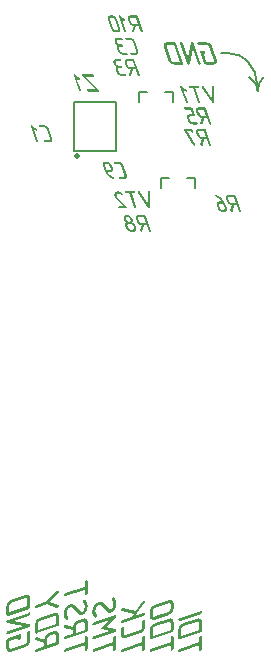
<source format=gbo>
G04*
G04 #@! TF.GenerationSoftware,Altium Limited,Altium Designer,23.3.1 (30)*
G04*
G04 Layer_Color=32896*
%FSLAX44Y44*%
%MOMM*%
G71*
G04*
G04 #@! TF.SameCoordinates,DF4BE222-8F2C-4444-88BE-FDE14E9DB007*
G04*
G04*
G04 #@! TF.FilePolarity,Positive*
G04*
G01*
G75*
%ADD11C,0.2000*%
%ADD50C,0.5000*%
%ADD51C,0.1524*%
G36*
X137266Y92789D02*
X137406Y92769D01*
X137506Y92729D01*
X137586Y92709D01*
X137626Y92689D01*
X137646Y92669D01*
X137786Y92569D01*
X137885Y92449D01*
X137945Y92309D01*
X138005Y92189D01*
X138025Y92069D01*
X138045Y91969D01*
Y82094D01*
X138025Y81854D01*
X137985Y81655D01*
X137905Y81475D01*
X137845Y81315D01*
X137766Y81175D01*
X137685Y81075D01*
X137646Y81015D01*
X137626Y80995D01*
X137466Y80835D01*
X137326Y80715D01*
X137186Y80595D01*
X137046Y80515D01*
X136946Y80455D01*
X136866Y80415D01*
X136806Y80395D01*
X136786D01*
X136606Y80335D01*
X136426Y80315D01*
X136266D01*
X136126Y80335D01*
X136006Y80355D01*
X135926Y80375D01*
X135866Y80395D01*
X135847D01*
X135726Y80515D01*
X135647Y80635D01*
X135587Y80775D01*
X135547Y80915D01*
X135527Y81035D01*
X135507Y81135D01*
Y84853D01*
X119155Y79276D01*
X118935Y79216D01*
X118735Y79196D01*
X118575D01*
X118435Y79216D01*
X118335Y79256D01*
X118255Y79296D01*
X118216Y79316D01*
X118195Y79336D01*
X118096Y79456D01*
X118016Y79576D01*
X117956Y79716D01*
X117916Y79836D01*
X117896Y79955D01*
X117876Y80055D01*
Y80135D01*
X117896Y80335D01*
X117936Y80535D01*
X117976Y80715D01*
X118055Y80875D01*
X118116Y80995D01*
X118155Y81115D01*
X118195Y81175D01*
X118216Y81195D01*
X118355Y81355D01*
X118515Y81475D01*
X118655Y81595D01*
X118815Y81675D01*
X118955Y81755D01*
X119055Y81795D01*
X119135Y81834D01*
X119155D01*
X135507Y87412D01*
Y91030D01*
X135527Y91270D01*
X135567Y91470D01*
X135647Y91650D01*
X135726Y91829D01*
X135787Y91949D01*
X135866Y92049D01*
X135906Y92109D01*
X135926Y92129D01*
X136086Y92289D01*
X136246Y92429D01*
X136386Y92529D01*
X136506Y92609D01*
X136626Y92669D01*
X136706Y92709D01*
X136766Y92749D01*
X136786D01*
X136966Y92789D01*
X137126Y92809D01*
X137266Y92789D01*
D02*
G37*
G36*
X112962Y84053D02*
X113102Y84033D01*
X113202Y83993D01*
X113302Y83953D01*
X113342Y83933D01*
X113362Y83913D01*
X113482Y83793D01*
X113582Y83673D01*
X113642Y83554D01*
X113702Y83414D01*
X113722Y83314D01*
X113742Y83214D01*
Y83134D01*
X113722Y82934D01*
X113662Y82734D01*
X113602Y82534D01*
X113522Y82374D01*
X113422Y82234D01*
X113362Y82134D01*
X113302Y82054D01*
X113282Y82034D01*
X105846Y74598D01*
X113282Y72219D01*
X113442Y72099D01*
X113542Y71960D01*
X113622Y71820D01*
X113682Y71700D01*
X113722Y71580D01*
X113742Y71480D01*
Y71400D01*
X113722Y71200D01*
X113682Y71000D01*
X113602Y70820D01*
X113542Y70660D01*
X113462Y70520D01*
X113382Y70420D01*
X113342Y70340D01*
X113322Y70320D01*
X113162Y70140D01*
X113022Y70001D01*
X112882Y69901D01*
X112742Y69801D01*
X112622Y69741D01*
X112542Y69701D01*
X112482Y69661D01*
X112462D01*
X112303Y69621D01*
X112142Y69601D01*
X112003D01*
X111883Y69621D01*
X111783Y69641D01*
X111703Y69681D01*
X111663Y69701D01*
X111643D01*
X103567Y72539D01*
X94831Y69561D01*
X94612Y69501D01*
X94432Y69481D01*
X94272D01*
X94132Y69501D01*
X94032Y69541D01*
X93952Y69581D01*
X93912Y69601D01*
X93892Y69621D01*
X93792Y69741D01*
X93712Y69861D01*
X93652Y70001D01*
X93612Y70121D01*
X93592Y70240D01*
X93572Y70340D01*
Y70420D01*
X93592Y70620D01*
X93632Y70820D01*
X93672Y71000D01*
X93752Y71160D01*
X93812Y71280D01*
X93852Y71400D01*
X93892Y71460D01*
X93912Y71480D01*
X94052Y71640D01*
X94192Y71760D01*
X94352Y71880D01*
X94492Y71960D01*
X94632Y72039D01*
X94731Y72080D01*
X94811Y72119D01*
X94831D01*
X103567Y75098D01*
X111643Y83434D01*
X111803Y83594D01*
X111963Y83714D01*
X112103Y83813D01*
X112222Y83893D01*
X112323Y83953D01*
X112402Y83993D01*
X112442Y84013D01*
X112462D01*
X112642Y84053D01*
X112822Y84073D01*
X112962Y84053D01*
D02*
G37*
G36*
X160130Y78356D02*
X160150D01*
X160170D01*
X160370Y78296D01*
X160510Y78236D01*
X160590Y78156D01*
X160610Y78136D01*
X160910Y77777D01*
X161170Y77397D01*
X161389Y77017D01*
X161589Y76677D01*
X161729Y76377D01*
X161789Y76257D01*
X161829Y76137D01*
X161869Y76057D01*
X161889Y75998D01*
X161909Y75957D01*
Y75938D01*
X162049Y75458D01*
X162169Y74998D01*
X162249Y74538D01*
X162289Y74138D01*
X162329Y73779D01*
Y73639D01*
X162349Y73499D01*
Y73259D01*
X162309Y72519D01*
X162229Y71820D01*
X162089Y71180D01*
X162029Y70900D01*
X161949Y70640D01*
X161869Y70380D01*
X161809Y70180D01*
X161729Y69981D01*
X161669Y69821D01*
X161629Y69701D01*
X161589Y69601D01*
X161549Y69541D01*
Y69521D01*
X161409Y69201D01*
X161269Y68901D01*
X161110Y68641D01*
X160970Y68381D01*
X160810Y68141D01*
X160670Y67922D01*
X160530Y67742D01*
X160410Y67562D01*
X160270Y67402D01*
X160170Y67282D01*
X160070Y67162D01*
X159970Y67062D01*
X159910Y67002D01*
X159850Y66942D01*
X159830Y66922D01*
X159810Y66902D01*
X159430Y66602D01*
X159071Y66342D01*
X158711Y66122D01*
X158391Y65943D01*
X158111Y65803D01*
X157911Y65723D01*
X157831Y65683D01*
X157771Y65663D01*
X157731Y65643D01*
X157711D01*
X157392Y65543D01*
X157072Y65483D01*
X156792Y65463D01*
X156532Y65443D01*
X156312D01*
X156152D01*
X156052Y65463D01*
X156012D01*
X155732Y65523D01*
X155492Y65623D01*
X155273Y65723D01*
X155113Y65823D01*
X154973Y65903D01*
X154873Y65983D01*
X154813Y66042D01*
X154793Y66062D01*
X149356Y71560D01*
X149196Y71680D01*
X149036Y71800D01*
X148896Y71880D01*
X148756Y71940D01*
X148656Y71979D01*
X148576Y72000D01*
X148516Y72020D01*
X148496D01*
X148236D01*
X147996D01*
X147776Y71979D01*
X147597Y71960D01*
X147437Y71919D01*
X147317Y71900D01*
X147237Y71860D01*
X147217D01*
X147017Y71780D01*
X146817Y71700D01*
X146757Y71660D01*
X146697Y71640D01*
X146657Y71600D01*
X146637D01*
X146437Y71460D01*
X146277Y71360D01*
X146177Y71280D01*
X146157Y71240D01*
X146137D01*
X145957Y71060D01*
X145797Y70900D01*
X145658Y70720D01*
X145538Y70560D01*
X145458Y70440D01*
X145398Y70340D01*
X145378Y70260D01*
X145358Y70240D01*
X145118Y69621D01*
X144938Y69021D01*
X144798Y68501D01*
X144758Y68241D01*
X144718Y68021D01*
X144678Y67822D01*
X144658Y67642D01*
X144638Y67482D01*
Y67342D01*
X144618Y67242D01*
Y67102D01*
X144638Y66722D01*
X144678Y66382D01*
X144738Y66062D01*
X144798Y65783D01*
X144858Y65543D01*
X144918Y65383D01*
X144958Y65263D01*
X144978Y65243D01*
Y65223D01*
X145118Y64903D01*
X145298Y64603D01*
X145458Y64323D01*
X145638Y64064D01*
X145777Y63844D01*
X145897Y63684D01*
X145997Y63584D01*
X146017Y63544D01*
X146097Y63444D01*
X146137Y63324D01*
X146217Y63124D01*
Y63044D01*
X146237Y62984D01*
Y62924D01*
X146217Y62724D01*
X146177Y62544D01*
X146117Y62364D01*
X146037Y62204D01*
X145957Y62065D01*
X145897Y61965D01*
X145857Y61905D01*
X145837Y61885D01*
X145697Y61725D01*
X145538Y61585D01*
X145378Y61465D01*
X145238Y61385D01*
X145118Y61305D01*
X145018Y61265D01*
X144938Y61225D01*
X144918D01*
X144678Y61165D01*
X144478D01*
X144298Y61205D01*
X144158Y61265D01*
X144038Y61325D01*
X143958Y61405D01*
X143898Y61445D01*
X143878Y61465D01*
X143679Y61705D01*
X143519Y61905D01*
X143379Y62085D01*
X143259Y62245D01*
X143159Y62364D01*
X143099Y62464D01*
X143059Y62524D01*
X143039Y62544D01*
X142939Y62724D01*
X142819Y62924D01*
X142739Y63124D01*
X142659Y63304D01*
X142599Y63484D01*
X142539Y63624D01*
X142519Y63704D01*
X142499Y63744D01*
X142359Y64144D01*
X142259Y64563D01*
X142179Y64983D01*
X142139Y65363D01*
X142099Y65703D01*
Y65843D01*
X142079Y65963D01*
Y66203D01*
X142099Y66562D01*
X142119Y66942D01*
X142159Y67302D01*
X142199Y67622D01*
X142239Y67902D01*
X142279Y68122D01*
X142299Y68201D01*
X142319Y68261D01*
Y68321D01*
X142479Y68801D01*
X142619Y69261D01*
X142759Y69681D01*
X142899Y70040D01*
X143019Y70360D01*
X143059Y70480D01*
X143099Y70580D01*
X143139Y70660D01*
X143159Y70720D01*
X143179Y70760D01*
Y70780D01*
X143419Y71260D01*
X143699Y71680D01*
X143978Y72059D01*
X144258Y72399D01*
X144498Y72659D01*
X144698Y72859D01*
X144778Y72919D01*
X144838Y72979D01*
X144858Y72999D01*
X144878Y73019D01*
X145298Y73339D01*
X145717Y73619D01*
X146117Y73859D01*
X146497Y74039D01*
X146817Y74198D01*
X146937Y74258D01*
X147057Y74298D01*
X147157Y74338D01*
X147217Y74358D01*
X147257Y74378D01*
X147277D01*
X147716Y74518D01*
X148156Y74598D01*
X148556Y74638D01*
X148916D01*
X149216D01*
X149336D01*
X149436Y74618D01*
X149515D01*
X149576Y74598D01*
X149615D01*
X149635D01*
X150055Y74518D01*
X150415Y74398D01*
X150715Y74238D01*
X150975Y74098D01*
X151175Y73959D01*
X151315Y73839D01*
X151414Y73779D01*
X151434Y73739D01*
X156792Y68321D01*
X156932Y68201D01*
X157092Y68122D01*
X157232Y68102D01*
X157392Y68081D01*
X157511D01*
X157611Y68102D01*
X157691Y68122D01*
X157711D01*
X157891Y68201D01*
X158011Y68261D01*
X158091Y68301D01*
X158111Y68321D01*
X158591Y68701D01*
X158871Y69041D01*
X158971Y69181D01*
X159071Y69321D01*
X159131Y69441D01*
X159191Y69521D01*
X159230Y69581D01*
Y69601D01*
X159430Y70140D01*
X159590Y70660D01*
X159690Y71120D01*
X159770Y71540D01*
X159790Y71740D01*
X159810Y71900D01*
X159830Y72039D01*
X159850Y72159D01*
Y72399D01*
X159830Y72799D01*
X159810Y73159D01*
X159750Y73519D01*
X159690Y73839D01*
X159610Y74158D01*
X159510Y74438D01*
X159410Y74698D01*
X159311Y74938D01*
X159211Y75138D01*
X159111Y75338D01*
X159031Y75478D01*
X158931Y75618D01*
X158871Y75718D01*
X158811Y75798D01*
X158791Y75837D01*
X158771Y75858D01*
X158611Y75978D01*
X158511Y76117D01*
X158431Y76237D01*
X158371Y76357D01*
X158331Y76457D01*
X158311Y76537D01*
Y76597D01*
X158331Y76797D01*
X158371Y76977D01*
X158451Y77157D01*
X158531Y77317D01*
X158591Y77437D01*
X158671Y77557D01*
X158711Y77617D01*
X158731Y77637D01*
X158891Y77817D01*
X159051Y77976D01*
X159211Y78096D01*
X159351Y78176D01*
X159470Y78236D01*
X159550Y78296D01*
X159610Y78316D01*
X159630D01*
X159850Y78356D01*
X160010Y78376D01*
X160130Y78356D01*
D02*
G37*
G36*
X185813Y75218D02*
X185933Y75198D01*
X186053Y75158D01*
X186133Y75118D01*
X186173Y75098D01*
X186193Y75078D01*
X186333Y74978D01*
X186433Y74858D01*
X186493Y74738D01*
X186553Y74618D01*
X186573Y74498D01*
X186593Y74418D01*
Y74338D01*
X186573Y74158D01*
X186533Y73959D01*
X186473Y73779D01*
X186393Y73619D01*
X186313Y73479D01*
X186253Y73359D01*
X186213Y73279D01*
X186193Y73259D01*
X178157Y62844D01*
X185353Y65303D01*
X185573Y65363D01*
X185753Y65383D01*
X185913Y65363D01*
X186053Y65343D01*
X186153Y65303D01*
X186233Y65263D01*
X186273Y65243D01*
X186293Y65223D01*
X186393Y65103D01*
X186473Y64983D01*
X186513Y64843D01*
X186553Y64723D01*
X186573Y64603D01*
X186593Y64523D01*
Y64443D01*
X186573Y64263D01*
X186533Y64083D01*
X186473Y63904D01*
X186413Y63744D01*
X186333Y63624D01*
X186273Y63504D01*
X186233Y63444D01*
X186213Y63424D01*
X186073Y63244D01*
X185933Y63104D01*
X185793Y62984D01*
X185653Y62884D01*
X185533Y62824D01*
X185433Y62784D01*
X185373Y62744D01*
X185353D01*
X167702Y56727D01*
X167482Y56667D01*
X167282Y56647D01*
X167122Y56667D01*
X166983Y56687D01*
X166883Y56707D01*
X166803Y56747D01*
X166763Y56767D01*
X166743Y56787D01*
X166643Y56907D01*
X166563Y57027D01*
X166503Y57167D01*
X166463Y57287D01*
X166443Y57407D01*
X166423Y57507D01*
Y57587D01*
X166443Y57787D01*
X166483Y57987D01*
X166523Y58167D01*
X166603Y58327D01*
X166663Y58446D01*
X166703Y58566D01*
X166743Y58626D01*
X166763Y58646D01*
X166903Y58806D01*
X167043Y58926D01*
X167202Y59046D01*
X167342Y59126D01*
X167482Y59206D01*
X167582Y59246D01*
X167662Y59286D01*
X167682D01*
X175019Y61785D01*
X177137Y64463D01*
X167043Y66602D01*
X166843Y66702D01*
X166683Y66822D01*
X166583Y66962D01*
X166503Y67102D01*
X166463Y67222D01*
X166443Y67342D01*
X166423Y67422D01*
Y67442D01*
X166443Y67642D01*
X166483Y67842D01*
X166543Y68021D01*
X166623Y68201D01*
X166683Y68321D01*
X166743Y68441D01*
X166783Y68501D01*
X166803Y68521D01*
X166943Y68701D01*
X167083Y68841D01*
X167222Y68981D01*
X167362Y69061D01*
X167502Y69141D01*
X167602Y69181D01*
X167662Y69221D01*
X167682D01*
X168282Y69261D01*
X178757Y66842D01*
X184434Y74518D01*
X184614Y74698D01*
X184793Y74858D01*
X184933Y74978D01*
X185053Y75058D01*
X185153Y75118D01*
X185233Y75158D01*
X185273Y75178D01*
X185293D01*
X185473Y75218D01*
X185653Y75238D01*
X185813Y75218D01*
D02*
G37*
G36*
X135827Y76397D02*
X135847D01*
X135866D01*
X136066Y76337D01*
X136206Y76277D01*
X136286Y76197D01*
X136306Y76177D01*
X136606Y75818D01*
X136866Y75438D01*
X137086Y75058D01*
X137286Y74718D01*
X137426Y74418D01*
X137486Y74298D01*
X137526Y74178D01*
X137566Y74098D01*
X137586Y74039D01*
X137606Y73998D01*
Y73979D01*
X137746Y73499D01*
X137865Y73039D01*
X137945Y72579D01*
X137985Y72179D01*
X138025Y71820D01*
Y71680D01*
X138045Y71540D01*
Y71300D01*
X138005Y70560D01*
X137925Y69861D01*
X137786Y69221D01*
X137725Y68941D01*
X137646Y68681D01*
X137566Y68421D01*
X137506Y68221D01*
X137426Y68021D01*
X137366Y67862D01*
X137326Y67742D01*
X137286Y67642D01*
X137246Y67582D01*
Y67562D01*
X137106Y67242D01*
X136966Y66942D01*
X136806Y66682D01*
X136666Y66422D01*
X136506Y66182D01*
X136366Y65963D01*
X136226Y65783D01*
X136106Y65603D01*
X135966Y65443D01*
X135866Y65323D01*
X135766Y65203D01*
X135667Y65103D01*
X135607Y65043D01*
X135547Y64983D01*
X135527Y64963D01*
X135507Y64943D01*
X135127Y64643D01*
X134767Y64383D01*
X134407Y64163D01*
X134087Y63984D01*
X133807Y63844D01*
X133608Y63764D01*
X133528Y63724D01*
X133468Y63704D01*
X133428Y63684D01*
X133408D01*
X133088Y63584D01*
X132768Y63524D01*
X132488Y63504D01*
X132228Y63484D01*
X132008D01*
X131848D01*
X131749Y63504D01*
X131709D01*
X131429Y63564D01*
X131189Y63664D01*
X130969Y63764D01*
X130809Y63864D01*
X130669Y63944D01*
X130569Y64024D01*
X130509Y64083D01*
X130489Y64103D01*
X125052Y69601D01*
X124892Y69721D01*
X124732Y69841D01*
X124592Y69921D01*
X124452Y69981D01*
X124352Y70020D01*
X124272Y70040D01*
X124212Y70061D01*
X124192D01*
X123933D01*
X123693D01*
X123473Y70020D01*
X123293Y70001D01*
X123133Y69960D01*
X123013Y69941D01*
X122933Y69901D01*
X122913D01*
X122713Y69821D01*
X122513Y69741D01*
X122453Y69701D01*
X122393Y69681D01*
X122353Y69641D01*
X122333D01*
X122134Y69501D01*
X121973Y69401D01*
X121874Y69321D01*
X121854Y69281D01*
X121834D01*
X121654Y69101D01*
X121494Y68941D01*
X121354Y68761D01*
X121234Y68601D01*
X121154Y68481D01*
X121094Y68381D01*
X121074Y68301D01*
X121054Y68281D01*
X120814Y67662D01*
X120634Y67062D01*
X120494Y66542D01*
X120454Y66282D01*
X120414Y66062D01*
X120374Y65863D01*
X120354Y65683D01*
X120334Y65523D01*
Y65383D01*
X120314Y65283D01*
Y65143D01*
X120334Y64763D01*
X120374Y64423D01*
X120434Y64103D01*
X120494Y63824D01*
X120554Y63584D01*
X120614Y63424D01*
X120654Y63304D01*
X120674Y63284D01*
Y63264D01*
X120814Y62944D01*
X120994Y62644D01*
X121154Y62364D01*
X121334Y62105D01*
X121474Y61885D01*
X121594Y61725D01*
X121694Y61625D01*
X121714Y61585D01*
X121794Y61485D01*
X121834Y61365D01*
X121914Y61165D01*
Y61085D01*
X121934Y61025D01*
Y60965D01*
X121914Y60765D01*
X121874Y60585D01*
X121814Y60405D01*
X121734Y60245D01*
X121654Y60106D01*
X121594Y60006D01*
X121554Y59946D01*
X121534Y59926D01*
X121394Y59766D01*
X121234Y59626D01*
X121074Y59506D01*
X120934Y59426D01*
X120814Y59346D01*
X120714Y59306D01*
X120634Y59266D01*
X120614D01*
X120374Y59206D01*
X120175D01*
X119995Y59246D01*
X119855Y59306D01*
X119735Y59366D01*
X119655Y59446D01*
X119595Y59486D01*
X119575Y59506D01*
X119375Y59746D01*
X119215Y59946D01*
X119075Y60126D01*
X118955Y60286D01*
X118855Y60405D01*
X118795Y60505D01*
X118755Y60565D01*
X118735Y60585D01*
X118635Y60765D01*
X118515Y60965D01*
X118435Y61165D01*
X118355Y61345D01*
X118295Y61525D01*
X118236Y61665D01*
X118216Y61745D01*
X118195Y61785D01*
X118055Y62185D01*
X117956Y62604D01*
X117876Y63024D01*
X117836Y63404D01*
X117796Y63744D01*
Y63884D01*
X117776Y64004D01*
Y64243D01*
X117796Y64603D01*
X117816Y64983D01*
X117856Y65343D01*
X117896Y65663D01*
X117936Y65943D01*
X117976Y66163D01*
X117996Y66242D01*
X118016Y66302D01*
Y66362D01*
X118175Y66842D01*
X118315Y67302D01*
X118455Y67722D01*
X118595Y68081D01*
X118715Y68401D01*
X118755Y68521D01*
X118795Y68621D01*
X118835Y68701D01*
X118855Y68761D01*
X118875Y68801D01*
Y68821D01*
X119115Y69301D01*
X119395Y69721D01*
X119675Y70100D01*
X119955Y70440D01*
X120195Y70700D01*
X120394Y70900D01*
X120474Y70960D01*
X120534Y71020D01*
X120554Y71040D01*
X120574Y71060D01*
X120994Y71380D01*
X121414Y71660D01*
X121814Y71900D01*
X122193Y72080D01*
X122513Y72239D01*
X122633Y72299D01*
X122753Y72339D01*
X122853Y72379D01*
X122913Y72399D01*
X122953Y72419D01*
X122973D01*
X123413Y72559D01*
X123853Y72639D01*
X124252Y72679D01*
X124612D01*
X124912D01*
X125032D01*
X125132Y72659D01*
X125212D01*
X125272Y72639D01*
X125312D01*
X125332D01*
X125752Y72559D01*
X126111Y72439D01*
X126411Y72279D01*
X126671Y72139D01*
X126871Y72000D01*
X127011Y71880D01*
X127111Y71820D01*
X127131Y71780D01*
X132488Y66362D01*
X132628Y66242D01*
X132788Y66163D01*
X132928Y66143D01*
X133088Y66122D01*
X133208D01*
X133308Y66143D01*
X133388Y66163D01*
X133408D01*
X133588Y66242D01*
X133708Y66302D01*
X133787Y66342D01*
X133807Y66362D01*
X134287Y66742D01*
X134567Y67082D01*
X134667Y67222D01*
X134767Y67362D01*
X134827Y67482D01*
X134887Y67562D01*
X134927Y67622D01*
Y67642D01*
X135127Y68181D01*
X135287Y68701D01*
X135387Y69161D01*
X135467Y69581D01*
X135487Y69781D01*
X135507Y69941D01*
X135527Y70080D01*
X135547Y70200D01*
Y70440D01*
X135527Y70840D01*
X135507Y71200D01*
X135447Y71560D01*
X135387Y71880D01*
X135307Y72199D01*
X135207Y72479D01*
X135107Y72739D01*
X135007Y72979D01*
X134907Y73179D01*
X134807Y73379D01*
X134727Y73519D01*
X134627Y73659D01*
X134567Y73759D01*
X134507Y73839D01*
X134487Y73878D01*
X134467Y73899D01*
X134307Y74019D01*
X134207Y74158D01*
X134127Y74278D01*
X134067Y74398D01*
X134027Y74498D01*
X134007Y74578D01*
Y74638D01*
X134027Y74838D01*
X134067Y75018D01*
X134147Y75198D01*
X134227Y75358D01*
X134287Y75478D01*
X134367Y75598D01*
X134407Y75658D01*
X134427Y75678D01*
X134587Y75858D01*
X134747Y76017D01*
X134907Y76137D01*
X135047Y76217D01*
X135167Y76277D01*
X135247Y76337D01*
X135307Y76357D01*
X135327D01*
X135547Y76397D01*
X135707Y76417D01*
X135827Y76397D01*
D02*
G37*
G36*
X87039Y80515D02*
X87259Y80475D01*
X87459Y80435D01*
X87659Y80375D01*
X87819Y80315D01*
X87959Y80275D01*
X88079Y80215D01*
X88179Y80175D01*
X88239Y80135D01*
X88279Y80095D01*
X88299D01*
X88519Y79935D01*
X88699Y79756D01*
X88878Y79556D01*
X89018Y79356D01*
X89138Y79156D01*
X89238Y78936D01*
X89378Y78516D01*
X89478Y78136D01*
X89498Y77976D01*
X89518Y77817D01*
X89538Y77697D01*
Y70680D01*
X89518Y70460D01*
X89478Y70240D01*
X89418Y70040D01*
X89338Y69881D01*
X89138Y69581D01*
X88918Y69361D01*
X88679Y69181D01*
X88479Y69061D01*
X88399Y69021D01*
X88339Y69001D01*
X88299Y68981D01*
X88279D01*
X70648Y62964D01*
X70428Y62904D01*
X70228Y62884D01*
X70048D01*
X69908Y62924D01*
X69788Y62984D01*
X69688Y63044D01*
X69528Y63244D01*
X69428Y63444D01*
X69388Y63624D01*
X69368Y63704D01*
Y70680D01*
X69388Y71000D01*
X69428Y71320D01*
X69488Y71640D01*
X69568Y71940D01*
X69768Y72519D01*
X69868Y72779D01*
X69988Y73039D01*
X70108Y73259D01*
X70208Y73459D01*
X70328Y73639D01*
X70408Y73799D01*
X70488Y73918D01*
X70548Y73998D01*
X70588Y74058D01*
X70608Y74078D01*
X70848Y74378D01*
X71087Y74658D01*
X71347Y74898D01*
X71587Y75138D01*
X71847Y75338D01*
X72087Y75518D01*
X72327Y75678D01*
X72567Y75818D01*
X72767Y75938D01*
X72966Y76037D01*
X73146Y76137D01*
X73286Y76197D01*
X73426Y76257D01*
X73506Y76297D01*
X73566Y76317D01*
X73586D01*
X85340Y80335D01*
X85660Y80435D01*
X85960Y80495D01*
X86260Y80535D01*
X86520D01*
X87039Y80515D01*
D02*
G37*
G36*
X208298Y76237D02*
X208517Y76197D01*
X208717Y76157D01*
X208917Y76097D01*
X209077Y76037D01*
X209217Y75998D01*
X209337Y75938D01*
X209437Y75897D01*
X209497Y75858D01*
X209537Y75818D01*
X209557D01*
X209777Y75658D01*
X209957Y75478D01*
X210137Y75278D01*
X210277Y75078D01*
X210396Y74878D01*
X210496Y74658D01*
X210636Y74238D01*
X210736Y73859D01*
X210756Y73699D01*
X210776Y73539D01*
X210796Y73419D01*
Y69341D01*
X210776Y69001D01*
X210736Y68681D01*
X210676Y68361D01*
X210596Y68061D01*
X210396Y67482D01*
X210296Y67222D01*
X210177Y66962D01*
X210057Y66742D01*
X209957Y66542D01*
X209837Y66362D01*
X209757Y66203D01*
X209677Y66083D01*
X209617Y66003D01*
X209577Y65943D01*
X209557Y65923D01*
X209317Y65623D01*
X209077Y65363D01*
X208837Y65103D01*
X208577Y64883D01*
X208337Y64683D01*
X208078Y64503D01*
X207858Y64343D01*
X207618Y64204D01*
X207418Y64083D01*
X207218Y63984D01*
X207038Y63884D01*
X206898Y63824D01*
X206758Y63764D01*
X206678Y63724D01*
X206618Y63704D01*
X206598D01*
X194844Y59686D01*
X194525Y59586D01*
X194205Y59526D01*
X193905Y59486D01*
X193625Y59466D01*
X193365D01*
X193105Y59486D01*
X192885Y59526D01*
X192686Y59566D01*
X192486Y59626D01*
X192326Y59686D01*
X192186Y59726D01*
X192066Y59786D01*
X191966Y59826D01*
X191906Y59866D01*
X191866Y59906D01*
X191846D01*
X191626Y60066D01*
X191446Y60265D01*
X191286Y60465D01*
X191146Y60665D01*
X191026Y60885D01*
X190926Y61085D01*
X190786Y61505D01*
X190686Y61885D01*
X190667Y62065D01*
X190646Y62204D01*
X190627Y62324D01*
Y66402D01*
X190646Y66722D01*
X190686Y67042D01*
X190746Y67362D01*
X190826Y67662D01*
X191026Y68241D01*
X191126Y68501D01*
X191246Y68761D01*
X191366Y68981D01*
X191466Y69181D01*
X191586Y69361D01*
X191666Y69521D01*
X191746Y69641D01*
X191806Y69721D01*
X191846Y69781D01*
X191866Y69801D01*
X192106Y70100D01*
X192346Y70380D01*
X192605Y70620D01*
X192845Y70860D01*
X193105Y71060D01*
X193345Y71240D01*
X193585Y71400D01*
X193825Y71540D01*
X194025Y71660D01*
X194225Y71760D01*
X194405Y71860D01*
X194545Y71919D01*
X194685Y71979D01*
X194764Y72020D01*
X194824Y72039D01*
X194844D01*
X206598Y76057D01*
X206918Y76157D01*
X207218Y76217D01*
X207518Y76257D01*
X207778D01*
X208298Y76237D01*
D02*
G37*
G36*
X234420Y67282D02*
X234520Y67242D01*
X234600Y67202D01*
X234640Y67182D01*
X234660Y67162D01*
X234780Y67042D01*
X234860Y66922D01*
X234920Y66802D01*
X234960Y66682D01*
X234980Y66562D01*
X235000Y66482D01*
Y66402D01*
X234980Y66222D01*
X234940Y66023D01*
X234880Y65863D01*
X234820Y65703D01*
X234760Y65563D01*
X234700Y65463D01*
X234660Y65383D01*
X234640Y65363D01*
X234480Y65183D01*
X234320Y65043D01*
X234180Y64943D01*
X234040Y64843D01*
X233920Y64783D01*
X233820Y64743D01*
X233761Y64703D01*
X233741D01*
X216110Y58686D01*
X215890Y58626D01*
X215690Y58606D01*
X215530D01*
X215390Y58626D01*
X215290Y58666D01*
X215210Y58706D01*
X215170Y58726D01*
X215150Y58746D01*
X215050Y58866D01*
X214970Y58986D01*
X214910Y59126D01*
X214870Y59246D01*
X214850Y59366D01*
X214830Y59466D01*
Y59546D01*
X214850Y59746D01*
X214890Y59946D01*
X214930Y60126D01*
X215010Y60286D01*
X215070Y60405D01*
X215110Y60525D01*
X215150Y60585D01*
X215170Y60605D01*
X215310Y60765D01*
X215470Y60885D01*
X215610Y61005D01*
X215770Y61085D01*
X215910Y61165D01*
X216010Y61205D01*
X216090Y61245D01*
X216110D01*
X233741Y67262D01*
X233960Y67322D01*
X234140D01*
X234300D01*
X234420Y67282D01*
D02*
G37*
G36*
X135547Y60545D02*
X135766Y60505D01*
X135966Y60465D01*
X136166Y60405D01*
X136326Y60345D01*
X136466Y60306D01*
X136586Y60245D01*
X136686Y60205D01*
X136746Y60166D01*
X136786Y60126D01*
X136806D01*
X137026Y59966D01*
X137206Y59786D01*
X137386Y59586D01*
X137526Y59386D01*
X137646Y59186D01*
X137746Y58966D01*
X137885Y58546D01*
X137985Y58167D01*
X138005Y58007D01*
X138025Y57847D01*
X138045Y57727D01*
Y50710D01*
X138025Y50490D01*
X137985Y50271D01*
X137925Y50071D01*
X137845Y49911D01*
X137646Y49611D01*
X137426Y49391D01*
X137186Y49211D01*
X136986Y49091D01*
X136906Y49051D01*
X136846Y49031D01*
X136806Y49011D01*
X136786D01*
X119155Y42994D01*
X118935Y42934D01*
X118735Y42914D01*
X118575D01*
X118435Y42934D01*
X118335Y42974D01*
X118255Y43014D01*
X118216Y43034D01*
X118195Y43054D01*
X118096Y43174D01*
X118016Y43294D01*
X117956Y43434D01*
X117916Y43554D01*
X117896Y43674D01*
X117876Y43774D01*
Y43854D01*
X117896Y44054D01*
X117936Y44254D01*
X117976Y44434D01*
X118055Y44594D01*
X118116Y44713D01*
X118155Y44833D01*
X118195Y44893D01*
X118216Y44913D01*
X118355Y45073D01*
X118515Y45193D01*
X118655Y45313D01*
X118815Y45393D01*
X118955Y45473D01*
X119055Y45513D01*
X119135Y45553D01*
X119155D01*
X125712Y47792D01*
Y50690D01*
X118455Y52749D01*
X118335Y52809D01*
X118236Y52869D01*
X118076Y52969D01*
X117996Y53049D01*
X117976Y53089D01*
X117916Y53249D01*
X117896Y53409D01*
X117876Y53549D01*
Y53589D01*
X117896Y53789D01*
X117936Y53969D01*
X117976Y54149D01*
X118055Y54309D01*
X118116Y54429D01*
X118155Y54548D01*
X118195Y54608D01*
X118216Y54628D01*
X118375Y54808D01*
X118535Y54968D01*
X118695Y55088D01*
X118835Y55188D01*
X118975Y55268D01*
X119075Y55308D01*
X119135Y55348D01*
X119155D01*
X119595Y55388D01*
X119775D01*
X125712Y53469D01*
Y53369D01*
X125732Y53689D01*
X125772Y54009D01*
X125832Y54328D01*
X125912Y54628D01*
X126111Y55208D01*
X126211Y55468D01*
X126331Y55728D01*
X126451Y55948D01*
X126551Y56148D01*
X126671Y56328D01*
X126751Y56487D01*
X126831Y56607D01*
X126891Y56687D01*
X126931Y56747D01*
X126951Y56767D01*
X127191Y57067D01*
X127431Y57347D01*
X127691Y57587D01*
X127930Y57827D01*
X128190Y58027D01*
X128430Y58207D01*
X128670Y58366D01*
X128910Y58526D01*
X129110Y58646D01*
X129310Y58746D01*
X129490Y58846D01*
X129630Y58906D01*
X129770Y58966D01*
X129850Y59006D01*
X129909Y59026D01*
X129930D01*
X133848Y60365D01*
X134167Y60465D01*
X134467Y60525D01*
X134767Y60565D01*
X135027D01*
X135547Y60545D01*
D02*
G37*
G36*
X111243Y65443D02*
X111463Y65403D01*
X111663Y65363D01*
X111863Y65303D01*
X112023Y65243D01*
X112163Y65203D01*
X112282Y65143D01*
X112382Y65103D01*
X112442Y65063D01*
X112482Y65023D01*
X112502D01*
X112722Y64863D01*
X112902Y64683D01*
X113082Y64483D01*
X113222Y64283D01*
X113342Y64083D01*
X113442Y63864D01*
X113582Y63444D01*
X113682Y63064D01*
X113702Y62904D01*
X113722Y62744D01*
X113742Y62624D01*
Y55608D01*
X113722Y55388D01*
X113682Y55168D01*
X113622Y54968D01*
X113542Y54808D01*
X113342Y54508D01*
X113122Y54289D01*
X112882Y54109D01*
X112682Y53989D01*
X112602Y53949D01*
X112542Y53929D01*
X112502Y53909D01*
X112482D01*
X94851Y47892D01*
X94632Y47832D01*
X94432Y47812D01*
X94252D01*
X94112Y47852D01*
X93992Y47912D01*
X93892Y47972D01*
X93732Y48172D01*
X93632Y48372D01*
X93592Y48552D01*
X93572Y48631D01*
Y55608D01*
X93592Y55928D01*
X93632Y56248D01*
X93692Y56567D01*
X93772Y56867D01*
X93972Y57447D01*
X94072Y57707D01*
X94192Y57967D01*
X94312Y58186D01*
X94412Y58386D01*
X94531Y58566D01*
X94612Y58726D01*
X94691Y58846D01*
X94751Y58926D01*
X94791Y58986D01*
X94811Y59006D01*
X95051Y59306D01*
X95291Y59586D01*
X95551Y59826D01*
X95791Y60066D01*
X96051Y60265D01*
X96291Y60445D01*
X96531Y60605D01*
X96770Y60745D01*
X96970Y60865D01*
X97170Y60965D01*
X97350Y61065D01*
X97490Y61125D01*
X97630Y61185D01*
X97710Y61225D01*
X97770Y61245D01*
X97790D01*
X109544Y65263D01*
X109864Y65363D01*
X110164Y65423D01*
X110463Y65463D01*
X110723D01*
X111243Y65443D01*
D02*
G37*
G36*
X88978Y65643D02*
X89098Y65603D01*
X89178Y65563D01*
X89218Y65543D01*
X89238Y65523D01*
X89338Y65403D01*
X89418Y65283D01*
X89458Y65143D01*
X89498Y65023D01*
X89518Y64923D01*
X89538Y64843D01*
Y64763D01*
X89518Y64583D01*
X89478Y64383D01*
X89418Y64223D01*
X89358Y64064D01*
X89298Y63924D01*
X89238Y63824D01*
X89198Y63744D01*
X89178Y63724D01*
X89018Y63544D01*
X88858Y63404D01*
X88699Y63304D01*
X88559Y63204D01*
X88439Y63144D01*
X88339Y63104D01*
X88279Y63064D01*
X88259D01*
X74846Y58486D01*
X88858Y55828D01*
X89078Y55748D01*
X89258Y55628D01*
X89378Y55468D01*
X89458Y55328D01*
X89498Y55168D01*
X89538Y55048D01*
Y54928D01*
X89518Y54748D01*
X89478Y54568D01*
X89438Y54408D01*
X89378Y54268D01*
X89298Y54149D01*
X89258Y54069D01*
X89218Y54009D01*
X89198Y53989D01*
X89038Y53809D01*
X88878Y53649D01*
X88699Y53529D01*
X88539Y53429D01*
X88399Y53349D01*
X88279Y53289D01*
X88199Y53269D01*
X88179Y53249D01*
X70648Y47272D01*
X70428Y47212D01*
X70228Y47192D01*
X70068D01*
X69928Y47212D01*
X69828Y47252D01*
X69748Y47292D01*
X69708Y47312D01*
X69688Y47332D01*
X69588Y47452D01*
X69508Y47572D01*
X69448Y47712D01*
X69408Y47832D01*
X69388Y47952D01*
X69368Y48052D01*
Y48132D01*
X69388Y48332D01*
X69428Y48531D01*
X69468Y48711D01*
X69548Y48871D01*
X69608Y48991D01*
X69648Y49111D01*
X69688Y49171D01*
X69708Y49191D01*
X69848Y49351D01*
X69988Y49471D01*
X70148Y49591D01*
X70288Y49671D01*
X70428Y49751D01*
X70528Y49791D01*
X70608Y49831D01*
X70628D01*
X84061Y54408D01*
X69968Y57067D01*
X69768Y57147D01*
X69628Y57267D01*
X69508Y57407D01*
X69448Y57567D01*
X69408Y57727D01*
X69388Y57847D01*
X69368Y57927D01*
Y57967D01*
X69388Y58167D01*
X69428Y58347D01*
X69448Y58466D01*
X69468Y58486D01*
Y58506D01*
X69748Y58966D01*
X69908Y59146D01*
X70088Y59286D01*
X70268Y59406D01*
X70408Y59486D01*
X70548Y59566D01*
X70648Y59606D01*
X70728Y59646D01*
X70748D01*
X88279Y65623D01*
X88499Y65683D01*
X88679D01*
X88838D01*
X88978Y65643D01*
D02*
G37*
G36*
X185953Y59426D02*
X186053Y59386D01*
X186133Y59366D01*
X186173Y59346D01*
X186193Y59326D01*
X186333Y59226D01*
X186433Y59106D01*
X186493Y58966D01*
X186553Y58846D01*
X186573Y58726D01*
X186593Y58626D01*
Y53649D01*
X186573Y53309D01*
X186533Y52989D01*
X186473Y52669D01*
X186393Y52369D01*
X186193Y51790D01*
X186093Y51530D01*
X185973Y51270D01*
X185853Y51050D01*
X185753Y50850D01*
X185633Y50670D01*
X185553Y50511D01*
X185473Y50391D01*
X185413Y50311D01*
X185373Y50251D01*
X185353Y50231D01*
X185113Y49931D01*
X184874Y49671D01*
X184634Y49411D01*
X184374Y49191D01*
X184134Y48991D01*
X183874Y48811D01*
X183654Y48651D01*
X183414Y48512D01*
X183214Y48391D01*
X183014Y48292D01*
X182834Y48192D01*
X182695Y48132D01*
X182555Y48072D01*
X182475Y48032D01*
X182415Y48012D01*
X182395D01*
X170641Y43994D01*
X170321Y43894D01*
X170001Y43834D01*
X169701Y43794D01*
X169421Y43774D01*
X169161D01*
X168902Y43794D01*
X168682Y43834D01*
X168482Y43874D01*
X168282Y43934D01*
X168122Y43994D01*
X167982Y44034D01*
X167862Y44094D01*
X167762Y44134D01*
X167702Y44174D01*
X167662Y44214D01*
X167642D01*
X167422Y44374D01*
X167243Y44573D01*
X167083Y44753D01*
X166943Y44973D01*
X166823Y45173D01*
X166723Y45393D01*
X166583Y45813D01*
X166483Y46193D01*
X166463Y46353D01*
X166443Y46493D01*
X166423Y46613D01*
Y51670D01*
X166443Y51910D01*
X166483Y52110D01*
X166563Y52290D01*
X166643Y52470D01*
X166703Y52589D01*
X166783Y52689D01*
X166823Y52749D01*
X166843Y52769D01*
X167003Y52929D01*
X167162Y53069D01*
X167302Y53169D01*
X167422Y53269D01*
X167542Y53329D01*
X167622Y53369D01*
X167682Y53389D01*
X167702D01*
X167882Y53429D01*
X168042Y53449D01*
X168182Y53429D01*
X168322Y53409D01*
X168422Y53369D01*
X168502Y53349D01*
X168542Y53329D01*
X168562Y53309D01*
X168702Y53209D01*
X168802Y53089D01*
X168862Y52969D01*
X168922Y52849D01*
X168942Y52729D01*
X168962Y52629D01*
Y47652D01*
X168982Y47412D01*
X169022Y47232D01*
Y47152D01*
X169042Y47092D01*
X169062Y47052D01*
Y47032D01*
X169181Y46872D01*
X169301Y46732D01*
X169401Y46652D01*
X169441Y46613D01*
X169621Y46533D01*
X169821Y46473D01*
X170021Y46452D01*
X170221Y46473D01*
X170381Y46493D01*
X170521Y46512D01*
X170601Y46553D01*
X170641D01*
X182395Y50570D01*
X182635Y50670D01*
X182834Y50770D01*
X182915Y50830D01*
X182974Y50850D01*
X183014Y50890D01*
X183034D01*
X183154Y50990D01*
X183274Y51090D01*
X183514Y51330D01*
X183614Y51430D01*
X183694Y51510D01*
X183754Y51570D01*
X183774Y51590D01*
X183874Y51790D01*
X183934Y51990D01*
X183994Y52190D01*
X184014Y52369D01*
X184034Y52529D01*
X184054Y52669D01*
Y57687D01*
X184074Y57907D01*
X184114Y58127D01*
X184194Y58306D01*
X184274Y58466D01*
X184334Y58586D01*
X184414Y58686D01*
X184454Y58746D01*
X184474Y58766D01*
X184634Y58926D01*
X184793Y59066D01*
X184933Y59166D01*
X185053Y59266D01*
X185173Y59326D01*
X185253Y59366D01*
X185313Y59386D01*
X185333D01*
X185513Y59426D01*
X185673Y59446D01*
X185813D01*
X185953Y59426D01*
D02*
G37*
G36*
X161809Y63344D02*
X161889Y63304D01*
X161949Y63284D01*
X161969D01*
X162109Y63184D01*
X162209Y63084D01*
X162289Y62964D01*
X162329Y62844D01*
X162369Y62744D01*
X162389Y62664D01*
Y62584D01*
X162349Y62284D01*
X162249Y62005D01*
X162129Y61745D01*
X161969Y61525D01*
X161809Y61345D01*
X161689Y61185D01*
X161589Y61105D01*
X161549Y61065D01*
X153393Y53549D01*
X161609Y51550D01*
X161749Y51490D01*
X161889Y51430D01*
X161989Y51370D01*
X162069Y51310D01*
X162169Y51230D01*
X162209Y51210D01*
Y51190D01*
X162309Y51010D01*
X162369Y50830D01*
X162389Y50750D01*
Y50630D01*
X162369Y50451D01*
X162329Y50271D01*
X162269Y50111D01*
X162209Y49971D01*
X162129Y49851D01*
X162069Y49771D01*
X162029Y49711D01*
X162009Y49691D01*
X161849Y49511D01*
X161689Y49371D01*
X161509Y49251D01*
X161350Y49151D01*
X161189Y49071D01*
X161070Y49011D01*
X160990Y48991D01*
X160970Y48971D01*
X143439Y42994D01*
X143219Y42934D01*
X143039Y42914D01*
X142879D01*
X142739Y42934D01*
X142639Y42974D01*
X142559Y43014D01*
X142519Y43034D01*
X142499Y43054D01*
X142399Y43174D01*
X142319Y43294D01*
X142259Y43434D01*
X142219Y43554D01*
X142199Y43674D01*
X142179Y43774D01*
Y43854D01*
X142199Y44054D01*
X142239Y44254D01*
X142279Y44434D01*
X142359Y44594D01*
X142419Y44713D01*
X142459Y44833D01*
X142499Y44893D01*
X142519Y44913D01*
X142659Y45073D01*
X142819Y45193D01*
X142959Y45313D01*
X143119Y45393D01*
X143259Y45473D01*
X143359Y45513D01*
X143439Y45553D01*
X143459D01*
X157132Y50211D01*
X150435Y51490D01*
X150195Y51590D01*
X150035Y51710D01*
X149915Y51850D01*
X149815Y51990D01*
X149775Y52110D01*
X149755Y52210D01*
X149735Y52290D01*
Y52309D01*
X149755Y52429D01*
X149775Y52569D01*
X149875Y52809D01*
X150015Y53049D01*
X150175Y53269D01*
X150315Y53469D01*
X150455Y53609D01*
X150555Y53709D01*
X150595Y53749D01*
X157132Y59406D01*
X143459Y54748D01*
X143239Y54688D01*
X143039Y54668D01*
X142879Y54688D01*
X142739Y54708D01*
X142639Y54768D01*
X142559Y54808D01*
X142519Y54828D01*
X142499Y54848D01*
X142399Y54968D01*
X142319Y55108D01*
X142259Y55228D01*
X142219Y55348D01*
X142199Y55448D01*
X142179Y55528D01*
Y55608D01*
X142199Y55808D01*
X142239Y56008D01*
X142279Y56168D01*
X142339Y56328D01*
X142399Y56467D01*
X142459Y56567D01*
X142479Y56627D01*
X142499Y56647D01*
X142639Y56807D01*
X142799Y56947D01*
X142959Y57067D01*
X143099Y57147D01*
X143239Y57227D01*
X143339Y57267D01*
X143419Y57307D01*
X143439D01*
X160970Y63284D01*
X161189Y63344D01*
X161369Y63364D01*
X161549D01*
X161689D01*
X161809Y63344D01*
D02*
G37*
G36*
X232501Y60545D02*
X232721Y60505D01*
X232921Y60465D01*
X233121Y60405D01*
X233281Y60345D01*
X233421Y60306D01*
X233541Y60245D01*
X233641Y60205D01*
X233701Y60166D01*
X233741Y60126D01*
X233761D01*
X233980Y59966D01*
X234160Y59786D01*
X234340Y59586D01*
X234480Y59386D01*
X234600Y59186D01*
X234700Y58966D01*
X234840Y58546D01*
X234940Y58167D01*
X234960Y58007D01*
X234980Y57847D01*
X235000Y57727D01*
Y50710D01*
X234980Y50490D01*
X234940Y50271D01*
X234880Y50071D01*
X234800Y49911D01*
X234600Y49611D01*
X234380Y49391D01*
X234140Y49211D01*
X233941Y49091D01*
X233860Y49051D01*
X233801Y49031D01*
X233761Y49011D01*
X233741D01*
X216110Y42994D01*
X215890Y42934D01*
X215690Y42914D01*
X215510D01*
X215370Y42954D01*
X215250Y43014D01*
X215150Y43074D01*
X214990Y43274D01*
X214890Y43474D01*
X214850Y43654D01*
X214830Y43734D01*
Y50710D01*
X214850Y51030D01*
X214890Y51350D01*
X214950Y51670D01*
X215030Y51970D01*
X215230Y52549D01*
X215330Y52809D01*
X215450Y53069D01*
X215570Y53289D01*
X215670Y53489D01*
X215790Y53669D01*
X215870Y53829D01*
X215950Y53949D01*
X216010Y54029D01*
X216050Y54089D01*
X216070Y54109D01*
X216309Y54408D01*
X216549Y54688D01*
X216809Y54928D01*
X217049Y55168D01*
X217309Y55368D01*
X217549Y55548D01*
X217789Y55708D01*
X218029Y55848D01*
X218228Y55968D01*
X218428Y56068D01*
X218608Y56168D01*
X218748Y56227D01*
X218888Y56287D01*
X218968Y56328D01*
X219028Y56347D01*
X219048D01*
X230802Y60365D01*
X231122Y60465D01*
X231422Y60525D01*
X231722Y60565D01*
X231982D01*
X232501Y60545D01*
D02*
G37*
G36*
X208298D02*
X208517Y60505D01*
X208717Y60465D01*
X208917Y60405D01*
X209077Y60345D01*
X209217Y60306D01*
X209337Y60245D01*
X209437Y60205D01*
X209497Y60166D01*
X209537Y60126D01*
X209557D01*
X209777Y59966D01*
X209957Y59786D01*
X210137Y59586D01*
X210277Y59386D01*
X210396Y59186D01*
X210496Y58966D01*
X210636Y58546D01*
X210736Y58167D01*
X210756Y58007D01*
X210776Y57847D01*
X210796Y57727D01*
Y50710D01*
X210776Y50490D01*
X210736Y50271D01*
X210676Y50071D01*
X210596Y49911D01*
X210396Y49611D01*
X210177Y49391D01*
X209937Y49211D01*
X209737Y49091D01*
X209657Y49051D01*
X209597Y49031D01*
X209557Y49011D01*
X209537D01*
X191906Y42994D01*
X191686Y42934D01*
X191486Y42914D01*
X191306D01*
X191166Y42954D01*
X191046Y43014D01*
X190946Y43074D01*
X190786Y43274D01*
X190686Y43474D01*
X190646Y43654D01*
X190627Y43734D01*
Y50710D01*
X190646Y51030D01*
X190686Y51350D01*
X190746Y51670D01*
X190826Y51970D01*
X191026Y52549D01*
X191126Y52809D01*
X191246Y53069D01*
X191366Y53289D01*
X191466Y53489D01*
X191586Y53669D01*
X191666Y53829D01*
X191746Y53949D01*
X191806Y54029D01*
X191846Y54089D01*
X191866Y54109D01*
X192106Y54408D01*
X192346Y54688D01*
X192605Y54928D01*
X192845Y55168D01*
X193105Y55368D01*
X193345Y55548D01*
X193585Y55708D01*
X193825Y55848D01*
X194025Y55968D01*
X194225Y56068D01*
X194405Y56168D01*
X194545Y56227D01*
X194685Y56287D01*
X194764Y56328D01*
X194824Y56347D01*
X194844D01*
X206598Y60365D01*
X206918Y60465D01*
X207218Y60525D01*
X207518Y60565D01*
X207778D01*
X208298Y60545D01*
D02*
G37*
G36*
X88758Y49991D02*
X88898Y49971D01*
X88998Y49931D01*
X89078Y49911D01*
X89118Y49891D01*
X89138Y49871D01*
X89278Y49771D01*
X89378Y49651D01*
X89438Y49511D01*
X89498Y49391D01*
X89518Y49271D01*
X89538Y49171D01*
Y42235D01*
X89518Y41895D01*
X89478Y41575D01*
X89418Y41255D01*
X89338Y40955D01*
X89138Y40376D01*
X89038Y40116D01*
X88918Y39856D01*
X88799Y39636D01*
X88699Y39436D01*
X88579Y39256D01*
X88499Y39096D01*
X88419Y38976D01*
X88359Y38896D01*
X88319Y38836D01*
X88299Y38816D01*
X88059Y38517D01*
X87819Y38257D01*
X87579Y37997D01*
X87319Y37777D01*
X87079Y37577D01*
X86819Y37397D01*
X86600Y37237D01*
X86360Y37097D01*
X86160Y36977D01*
X85960Y36877D01*
X85780Y36778D01*
X85640Y36718D01*
X85500Y36658D01*
X85420Y36618D01*
X85360Y36598D01*
X85340D01*
X73586Y32580D01*
X73266Y32480D01*
X72947Y32420D01*
X72647Y32380D01*
X72367Y32360D01*
X72107D01*
X71847Y32380D01*
X71627Y32420D01*
X71427Y32460D01*
X71227Y32520D01*
X71068Y32580D01*
X70928Y32620D01*
X70808Y32680D01*
X70708Y32720D01*
X70648Y32759D01*
X70608Y32799D01*
X70588D01*
X70368Y32959D01*
X70188Y33159D01*
X70028Y33359D01*
X69888Y33559D01*
X69768Y33779D01*
X69668Y33979D01*
X69528Y34399D01*
X69428Y34778D01*
X69408Y34958D01*
X69388Y35098D01*
X69368Y35218D01*
Y42235D01*
X69388Y42475D01*
X69428Y42674D01*
X69488Y42874D01*
X69568Y43034D01*
X69768Y43334D01*
X70008Y43574D01*
X70248Y43734D01*
X70448Y43854D01*
X70528Y43894D01*
X70588Y43914D01*
X70628Y43934D01*
X70648D01*
X80443Y47272D01*
X80663Y47332D01*
X80863Y47372D01*
X81022Y47352D01*
X81162Y47332D01*
X81302Y47272D01*
X81402Y47192D01*
X81542Y47012D01*
X81642Y46812D01*
X81682Y46632D01*
X81702Y46553D01*
Y44474D01*
X81682Y44254D01*
X81642Y44034D01*
X81562Y43854D01*
X81502Y43694D01*
X81422Y43554D01*
X81342Y43454D01*
X81302Y43394D01*
X81282Y43374D01*
X81122Y43214D01*
X80982Y43074D01*
X80843Y42974D01*
X80723Y42894D01*
X80603Y42834D01*
X80523Y42794D01*
X80463Y42754D01*
X80443D01*
X80243Y42714D01*
X80063Y42695D01*
X79903D01*
X79763Y42714D01*
X79663Y42734D01*
X79583Y42754D01*
X79523Y42794D01*
X79503D01*
X79383Y42894D01*
X79303Y43014D01*
X79243Y43154D01*
X79203Y43274D01*
X79183Y43394D01*
X79163Y43494D01*
Y44274D01*
X71907Y41815D01*
Y36238D01*
X71927Y36018D01*
X71967Y35818D01*
Y35738D01*
X71987Y35678D01*
X72007Y35658D01*
Y35638D01*
X72127Y35458D01*
X72247Y35318D01*
X72347Y35238D01*
X72387Y35198D01*
X72567Y35118D01*
X72767Y35058D01*
X72966Y35038D01*
X73166Y35058D01*
X73326Y35078D01*
X73466Y35098D01*
X73546Y35138D01*
X73586D01*
X85340Y39156D01*
X85580Y39256D01*
X85780Y39356D01*
X85860Y39416D01*
X85920Y39436D01*
X85960Y39476D01*
X85980D01*
X86100Y39576D01*
X86220Y39676D01*
X86460Y39916D01*
X86560Y40016D01*
X86640Y40096D01*
X86679Y40156D01*
X86699Y40176D01*
X86799Y40376D01*
X86879Y40575D01*
X86919Y40775D01*
X86959Y40955D01*
X86979Y41115D01*
X86999Y41255D01*
Y48232D01*
X87019Y48471D01*
X87059Y48671D01*
X87139Y48851D01*
X87219Y49031D01*
X87279Y49151D01*
X87359Y49251D01*
X87399Y49311D01*
X87419Y49331D01*
X87579Y49491D01*
X87739Y49631D01*
X87879Y49731D01*
X87999Y49811D01*
X88119Y49871D01*
X88199Y49911D01*
X88259Y49951D01*
X88279D01*
X88459Y49991D01*
X88618Y50011D01*
X88758Y49991D01*
D02*
G37*
G36*
X111243Y49751D02*
X111463Y49711D01*
X111663Y49671D01*
X111863Y49611D01*
X112023Y49551D01*
X112163Y49511D01*
X112282Y49451D01*
X112382Y49411D01*
X112442Y49371D01*
X112482Y49331D01*
X112502D01*
X112722Y49171D01*
X112902Y48991D01*
X113082Y48791D01*
X113222Y48591D01*
X113342Y48391D01*
X113442Y48172D01*
X113582Y47752D01*
X113682Y47372D01*
X113702Y47212D01*
X113722Y47052D01*
X113742Y46932D01*
Y39916D01*
X113722Y39696D01*
X113682Y39476D01*
X113622Y39276D01*
X113542Y39116D01*
X113342Y38816D01*
X113122Y38596D01*
X112882Y38417D01*
X112682Y38297D01*
X112602Y38257D01*
X112542Y38237D01*
X112502Y38217D01*
X112482D01*
X94851Y32200D01*
X94632Y32140D01*
X94432Y32120D01*
X94272D01*
X94132Y32140D01*
X94032Y32180D01*
X93952Y32220D01*
X93912Y32240D01*
X93892Y32260D01*
X93792Y32380D01*
X93712Y32500D01*
X93652Y32640D01*
X93612Y32759D01*
X93592Y32880D01*
X93572Y32979D01*
Y33059D01*
X93592Y33259D01*
X93632Y33459D01*
X93672Y33639D01*
X93752Y33799D01*
X93812Y33919D01*
X93852Y34039D01*
X93892Y34099D01*
X93912Y34119D01*
X94052Y34279D01*
X94212Y34399D01*
X94352Y34519D01*
X94511Y34599D01*
X94651Y34678D01*
X94751Y34718D01*
X94831Y34759D01*
X94851D01*
X101408Y36997D01*
Y39896D01*
X94152Y41955D01*
X94032Y42015D01*
X93932Y42075D01*
X93772Y42175D01*
X93692Y42255D01*
X93672Y42295D01*
X93612Y42455D01*
X93592Y42614D01*
X93572Y42754D01*
Y42794D01*
X93592Y42994D01*
X93632Y43174D01*
X93672Y43354D01*
X93752Y43514D01*
X93812Y43634D01*
X93852Y43754D01*
X93892Y43814D01*
X93912Y43834D01*
X94072Y44014D01*
X94232Y44174D01*
X94392Y44294D01*
X94531Y44394D01*
X94671Y44474D01*
X94771Y44514D01*
X94831Y44553D01*
X94851D01*
X95291Y44594D01*
X95471D01*
X101408Y42674D01*
Y42575D01*
X101428Y42894D01*
X101468Y43214D01*
X101528Y43534D01*
X101608Y43834D01*
X101808Y44414D01*
X101908Y44673D01*
X102028Y44933D01*
X102148Y45153D01*
X102248Y45353D01*
X102367Y45533D01*
X102448Y45693D01*
X102528Y45813D01*
X102587Y45893D01*
X102627Y45953D01*
X102647Y45973D01*
X102887Y46273D01*
X103127Y46553D01*
X103387Y46792D01*
X103627Y47032D01*
X103887Y47232D01*
X104127Y47412D01*
X104367Y47572D01*
X104606Y47732D01*
X104806Y47852D01*
X105006Y47952D01*
X105186Y48052D01*
X105326Y48112D01*
X105466Y48172D01*
X105546Y48212D01*
X105606Y48232D01*
X105626D01*
X109544Y49571D01*
X109864Y49671D01*
X110164Y49731D01*
X110463Y49771D01*
X110723D01*
X111243Y49751D01*
D02*
G37*
G36*
X185813Y45713D02*
X185953Y45693D01*
X186053Y45653D01*
X186133Y45633D01*
X186173Y45613D01*
X186193Y45593D01*
X186333Y45493D01*
X186433Y45373D01*
X186493Y45233D01*
X186553Y45113D01*
X186573Y44993D01*
X186593Y44893D01*
Y35018D01*
X186573Y34778D01*
X186533Y34579D01*
X186453Y34399D01*
X186393Y34239D01*
X186313Y34099D01*
X186233Y33999D01*
X186193Y33939D01*
X186173Y33919D01*
X186013Y33759D01*
X185873Y33639D01*
X185733Y33519D01*
X185593Y33439D01*
X185493Y33379D01*
X185413Y33339D01*
X185353Y33319D01*
X185333D01*
X185153Y33259D01*
X184973Y33239D01*
X184813D01*
X184674Y33259D01*
X184554Y33279D01*
X184474Y33299D01*
X184414Y33319D01*
X184394D01*
X184274Y33439D01*
X184194Y33559D01*
X184134Y33699D01*
X184094Y33839D01*
X184074Y33959D01*
X184054Y34059D01*
Y37777D01*
X167702Y32200D01*
X167482Y32140D01*
X167282Y32120D01*
X167122D01*
X166983Y32140D01*
X166883Y32180D01*
X166803Y32220D01*
X166763Y32240D01*
X166743Y32260D01*
X166643Y32380D01*
X166563Y32500D01*
X166503Y32640D01*
X166463Y32759D01*
X166443Y32880D01*
X166423Y32979D01*
Y33059D01*
X166443Y33259D01*
X166483Y33459D01*
X166523Y33639D01*
X166603Y33799D01*
X166663Y33919D01*
X166703Y34039D01*
X166743Y34099D01*
X166763Y34119D01*
X166903Y34279D01*
X167063Y34399D01*
X167202Y34519D01*
X167362Y34599D01*
X167502Y34678D01*
X167602Y34718D01*
X167682Y34759D01*
X167702D01*
X184054Y40336D01*
Y43954D01*
X184074Y44194D01*
X184114Y44394D01*
X184194Y44573D01*
X184274Y44753D01*
X184334Y44873D01*
X184414Y44973D01*
X184454Y45033D01*
X184474Y45053D01*
X184634Y45213D01*
X184793Y45353D01*
X184933Y45453D01*
X185053Y45533D01*
X185173Y45593D01*
X185253Y45633D01*
X185313Y45673D01*
X185333D01*
X185513Y45713D01*
X185673Y45733D01*
X185813Y45713D01*
D02*
G37*
G36*
X234220D02*
X234360Y45693D01*
X234460Y45653D01*
X234540Y45633D01*
X234580Y45613D01*
X234600Y45593D01*
X234740Y45493D01*
X234840Y45373D01*
X234900Y45233D01*
X234960Y45113D01*
X234980Y44993D01*
X235000Y44893D01*
Y35018D01*
X234980Y34778D01*
X234940Y34579D01*
X234860Y34399D01*
X234800Y34239D01*
X234720Y34099D01*
X234640Y33999D01*
X234600Y33939D01*
X234580Y33919D01*
X234420Y33759D01*
X234280Y33639D01*
X234140Y33519D01*
X234000Y33439D01*
X233901Y33379D01*
X233820Y33339D01*
X233761Y33319D01*
X233741D01*
X233561Y33259D01*
X233381Y33239D01*
X233221D01*
X233081Y33259D01*
X232961Y33279D01*
X232881Y33299D01*
X232821Y33319D01*
X232801D01*
X232681Y33439D01*
X232601Y33559D01*
X232541Y33699D01*
X232501Y33839D01*
X232481Y33959D01*
X232461Y34059D01*
Y37777D01*
X216110Y32200D01*
X215890Y32140D01*
X215690Y32120D01*
X215530D01*
X215390Y32140D01*
X215290Y32180D01*
X215210Y32220D01*
X215170Y32240D01*
X215150Y32260D01*
X215050Y32380D01*
X214970Y32500D01*
X214910Y32640D01*
X214870Y32759D01*
X214850Y32880D01*
X214830Y32979D01*
Y33059D01*
X214850Y33259D01*
X214890Y33459D01*
X214930Y33639D01*
X215010Y33799D01*
X215070Y33919D01*
X215110Y34039D01*
X215150Y34099D01*
X215170Y34119D01*
X215310Y34279D01*
X215470Y34399D01*
X215610Y34519D01*
X215770Y34599D01*
X215910Y34678D01*
X216010Y34718D01*
X216090Y34759D01*
X216110D01*
X232461Y40336D01*
Y43954D01*
X232481Y44194D01*
X232521Y44394D01*
X232601Y44573D01*
X232681Y44753D01*
X232741Y44873D01*
X232821Y44973D01*
X232861Y45033D01*
X232881Y45053D01*
X233041Y45213D01*
X233201Y45353D01*
X233341Y45453D01*
X233461Y45533D01*
X233581Y45593D01*
X233661Y45633D01*
X233721Y45673D01*
X233741D01*
X233920Y45713D01*
X234080Y45733D01*
X234220Y45713D01*
D02*
G37*
G36*
X210017D02*
X210157Y45693D01*
X210257Y45653D01*
X210336Y45633D01*
X210376Y45613D01*
X210396Y45593D01*
X210536Y45493D01*
X210636Y45373D01*
X210696Y45233D01*
X210756Y45113D01*
X210776Y44993D01*
X210796Y44893D01*
Y35018D01*
X210776Y34778D01*
X210736Y34579D01*
X210656Y34399D01*
X210596Y34239D01*
X210516Y34099D01*
X210436Y33999D01*
X210396Y33939D01*
X210376Y33919D01*
X210217Y33759D01*
X210077Y33639D01*
X209937Y33519D01*
X209797Y33439D01*
X209697Y33379D01*
X209617Y33339D01*
X209557Y33319D01*
X209537D01*
X209357Y33259D01*
X209177Y33239D01*
X209017D01*
X208877Y33259D01*
X208757Y33279D01*
X208677Y33299D01*
X208617Y33319D01*
X208597D01*
X208477Y33439D01*
X208398Y33559D01*
X208337Y33699D01*
X208298Y33839D01*
X208277Y33959D01*
X208258Y34059D01*
Y37777D01*
X191906Y32200D01*
X191686Y32140D01*
X191486Y32120D01*
X191326D01*
X191186Y32140D01*
X191086Y32180D01*
X191006Y32220D01*
X190966Y32240D01*
X190946Y32260D01*
X190846Y32380D01*
X190767Y32500D01*
X190707Y32640D01*
X190667Y32759D01*
X190646Y32880D01*
X190627Y32979D01*
Y33059D01*
X190646Y33259D01*
X190686Y33459D01*
X190727Y33639D01*
X190807Y33799D01*
X190866Y33919D01*
X190906Y34039D01*
X190946Y34099D01*
X190966Y34119D01*
X191106Y34279D01*
X191266Y34399D01*
X191406Y34519D01*
X191566Y34599D01*
X191706Y34678D01*
X191806Y34718D01*
X191886Y34759D01*
X191906D01*
X208258Y40336D01*
Y43954D01*
X208277Y44194D01*
X208318Y44394D01*
X208398Y44573D01*
X208477Y44753D01*
X208537Y44873D01*
X208617Y44973D01*
X208657Y45033D01*
X208677Y45053D01*
X208837Y45213D01*
X208997Y45353D01*
X209137Y45453D01*
X209257Y45533D01*
X209377Y45593D01*
X209457Y45633D01*
X209517Y45673D01*
X209537D01*
X209717Y45713D01*
X209877Y45733D01*
X210017Y45713D01*
D02*
G37*
G36*
X161569D02*
X161709Y45693D01*
X161809Y45653D01*
X161889Y45633D01*
X161929Y45613D01*
X161949Y45593D01*
X162089Y45493D01*
X162189Y45373D01*
X162249Y45233D01*
X162309Y45113D01*
X162329Y44993D01*
X162349Y44893D01*
Y35018D01*
X162329Y34778D01*
X162289Y34579D01*
X162209Y34399D01*
X162149Y34239D01*
X162069Y34099D01*
X161989Y33999D01*
X161949Y33939D01*
X161929Y33919D01*
X161769Y33759D01*
X161629Y33639D01*
X161489Y33519D01*
X161350Y33439D01*
X161250Y33379D01*
X161170Y33339D01*
X161110Y33319D01*
X161090D01*
X160910Y33259D01*
X160730Y33239D01*
X160570D01*
X160430Y33259D01*
X160310Y33279D01*
X160230Y33299D01*
X160170Y33319D01*
X160150D01*
X160030Y33439D01*
X159950Y33559D01*
X159890Y33699D01*
X159850Y33839D01*
X159830Y33959D01*
X159810Y34059D01*
Y37777D01*
X143459Y32200D01*
X143239Y32140D01*
X143039Y32120D01*
X142879D01*
X142739Y32140D01*
X142639Y32180D01*
X142559Y32220D01*
X142519Y32240D01*
X142499Y32260D01*
X142399Y32380D01*
X142319Y32500D01*
X142259Y32640D01*
X142219Y32759D01*
X142199Y32880D01*
X142179Y32979D01*
Y33059D01*
X142199Y33259D01*
X142239Y33459D01*
X142279Y33639D01*
X142359Y33799D01*
X142419Y33919D01*
X142459Y34039D01*
X142499Y34099D01*
X142519Y34119D01*
X142659Y34279D01*
X142819Y34399D01*
X142959Y34519D01*
X143119Y34599D01*
X143259Y34678D01*
X143359Y34718D01*
X143439Y34759D01*
X143459D01*
X159810Y40336D01*
Y43954D01*
X159830Y44194D01*
X159870Y44394D01*
X159950Y44573D01*
X160030Y44753D01*
X160090Y44873D01*
X160170Y44973D01*
X160210Y45033D01*
X160230Y45053D01*
X160390Y45213D01*
X160550Y45353D01*
X160690Y45453D01*
X160810Y45533D01*
X160930Y45593D01*
X161010Y45633D01*
X161070Y45673D01*
X161090D01*
X161269Y45713D01*
X161429Y45733D01*
X161569Y45713D01*
D02*
G37*
G36*
X137266D02*
X137406Y45693D01*
X137506Y45653D01*
X137586Y45633D01*
X137626Y45613D01*
X137646Y45593D01*
X137786Y45493D01*
X137885Y45373D01*
X137945Y45233D01*
X138005Y45113D01*
X138025Y44993D01*
X138045Y44893D01*
Y35018D01*
X138025Y34778D01*
X137985Y34579D01*
X137905Y34399D01*
X137845Y34239D01*
X137766Y34099D01*
X137685Y33999D01*
X137646Y33939D01*
X137626Y33919D01*
X137466Y33759D01*
X137326Y33639D01*
X137186Y33519D01*
X137046Y33439D01*
X136946Y33379D01*
X136866Y33339D01*
X136806Y33319D01*
X136786D01*
X136606Y33259D01*
X136426Y33239D01*
X136266D01*
X136126Y33259D01*
X136006Y33279D01*
X135926Y33299D01*
X135866Y33319D01*
X135847D01*
X135726Y33439D01*
X135647Y33559D01*
X135587Y33699D01*
X135547Y33839D01*
X135527Y33959D01*
X135507Y34059D01*
Y37777D01*
X119155Y32200D01*
X118935Y32140D01*
X118735Y32120D01*
X118575D01*
X118435Y32140D01*
X118335Y32180D01*
X118255Y32220D01*
X118216Y32240D01*
X118195Y32260D01*
X118096Y32380D01*
X118016Y32500D01*
X117956Y32640D01*
X117916Y32759D01*
X117896Y32880D01*
X117876Y32979D01*
Y33059D01*
X117896Y33259D01*
X117936Y33459D01*
X117976Y33639D01*
X118055Y33799D01*
X118116Y33919D01*
X118155Y34039D01*
X118195Y34099D01*
X118216Y34119D01*
X118355Y34279D01*
X118515Y34399D01*
X118655Y34519D01*
X118815Y34599D01*
X118955Y34678D01*
X119055Y34718D01*
X119135Y34759D01*
X119155D01*
X135507Y40336D01*
Y43954D01*
X135527Y44194D01*
X135567Y44394D01*
X135647Y44573D01*
X135726Y44753D01*
X135787Y44873D01*
X135866Y44973D01*
X135906Y45033D01*
X135926Y45053D01*
X136086Y45213D01*
X136246Y45353D01*
X136386Y45453D01*
X136506Y45533D01*
X136626Y45593D01*
X136706Y45633D01*
X136766Y45673D01*
X136786D01*
X136966Y45713D01*
X137126Y45733D01*
X137266Y45713D01*
D02*
G37*
G36*
X217309Y511276D02*
X217467Y511233D01*
X217524Y511219D01*
X217568Y511190D01*
X217596Y511175D01*
X217610D01*
X217768Y511089D01*
X217912Y511003D01*
X217969Y510975D01*
X218012Y510946D01*
X218027Y510917D01*
X218041D01*
X221844Y508090D01*
X221973Y507975D01*
X222074Y507860D01*
X222145Y507760D01*
X222203Y507674D01*
X222246Y507588D01*
X222275Y507530D01*
X222303Y507487D01*
Y507473D01*
X222332Y507344D01*
X222346Y507215D01*
Y507100D01*
X222318Y506999D01*
X222303Y506913D01*
X222275Y506856D01*
X222260Y506813D01*
X222246Y506799D01*
X222160Y506712D01*
X222074Y506655D01*
X221973Y506598D01*
X221887Y506569D01*
X221801Y506554D01*
X221744Y506540D01*
X221686D01*
X221557Y506554D01*
X221428Y506583D01*
X221299Y506626D01*
X221198Y506684D01*
X221098Y506727D01*
X221026Y506770D01*
X220983Y506799D01*
X220969Y506813D01*
X219189Y508377D01*
X222849Y497614D01*
X222892Y497456D01*
X222906Y497327D01*
Y497212D01*
X222892Y497112D01*
X222863Y497040D01*
X222834Y496982D01*
X222820Y496954D01*
X222806Y496939D01*
X222719Y496868D01*
X222633Y496810D01*
X222533Y496767D01*
X222447Y496738D01*
X222361Y496724D01*
X222289Y496710D01*
X222232D01*
X222088Y496724D01*
X221945Y496753D01*
X221815Y496782D01*
X221700Y496839D01*
X221614Y496882D01*
X221528Y496911D01*
X221485Y496939D01*
X221471Y496954D01*
X221356Y497054D01*
X221270Y497169D01*
X221184Y497269D01*
X221126Y497384D01*
X221069Y497485D01*
X221040Y497556D01*
X221012Y497614D01*
Y497628D01*
X216692Y510286D01*
X216649Y510444D01*
X216635Y510587D01*
X216620Y510702D01*
X216635Y510802D01*
X216649Y510888D01*
X216663Y510946D01*
X216678Y510989D01*
Y511003D01*
X216764Y511104D01*
X216836Y511175D01*
X216922Y511219D01*
X216993Y511262D01*
X217051Y511276D01*
X217094Y511290D01*
X217137D01*
X217309Y511276D01*
D02*
G37*
G36*
X244189Y511175D02*
X244332Y511147D01*
X244461Y511104D01*
X244576Y511046D01*
X244662Y510989D01*
X244734Y510946D01*
X244791Y510917D01*
X244806Y510903D01*
X244935Y510788D01*
X245035Y510688D01*
X245121Y510573D01*
X245179Y510487D01*
X245236Y510401D01*
X245265Y510329D01*
X245294Y510286D01*
Y510271D01*
X245337Y509999D01*
X245380Y497442D01*
X245365Y497312D01*
X245337Y497198D01*
X245308Y497097D01*
X245265Y497025D01*
X245150Y496882D01*
X245035Y496796D01*
X244921Y496753D01*
X244834Y496724D01*
X244763Y496710D01*
X244734D01*
X244605Y496738D01*
X244490Y496782D01*
X244389Y496810D01*
X244303Y496853D01*
X244232Y496882D01*
X244189Y496911D01*
X244160Y496925D01*
X244146D01*
X243945Y497112D01*
X243787Y497284D01*
X243729Y497355D01*
X243686Y497413D01*
X243658Y497442D01*
X243643Y497456D01*
X235162Y509999D01*
X235004Y510300D01*
X234975Y510429D01*
X234961Y510558D01*
Y510673D01*
X234990Y510759D01*
X235004Y510845D01*
X235033Y510903D01*
X235047Y510932D01*
X235061Y510946D01*
X235162Y511032D01*
X235262Y511089D01*
X235348Y511133D01*
X235449Y511161D01*
X235521Y511175D01*
X235592Y511190D01*
X235650D01*
X235750Y511175D01*
X235851Y511161D01*
X236023Y511104D01*
X236095Y511061D01*
X236152Y511032D01*
X236195Y511018D01*
X236209Y511003D01*
X236410Y510860D01*
X236554Y510716D01*
X236611Y510659D01*
X236654Y510602D01*
X236683Y510573D01*
X236697Y510558D01*
X243586Y500183D01*
X243399Y510602D01*
X243414Y510731D01*
X243442Y510831D01*
X243485Y510917D01*
X243528Y510989D01*
X243557Y511046D01*
X243600Y511075D01*
X243615Y511104D01*
X243629D01*
X243830Y511190D01*
X244045D01*
X244189Y511175D01*
D02*
G37*
G36*
X231560D02*
X231703Y511147D01*
X231832Y511089D01*
X231947Y511046D01*
X232048Y510989D01*
X232119Y510932D01*
X232162Y510903D01*
X232177Y510888D01*
X232292Y510774D01*
X232378Y510673D01*
X232464Y510573D01*
X232521Y510472D01*
X232564Y510401D01*
X232593Y510343D01*
X232607Y510300D01*
Y510286D01*
X232650Y510157D01*
X232665Y510027D01*
Y509913D01*
X232650Y509812D01*
X232636Y509726D01*
X232622Y509669D01*
X232607Y509626D01*
Y509611D01*
X232521Y509525D01*
X232435Y509468D01*
X232335Y509425D01*
X232234Y509396D01*
X232148Y509382D01*
X232076Y509367D01*
X229407D01*
X233411Y497628D01*
X233454Y497470D01*
X233468Y497327D01*
Y497212D01*
X233454Y497112D01*
X233425Y497040D01*
X233397Y496982D01*
X233382Y496954D01*
X233368Y496939D01*
X233282Y496868D01*
X233196Y496810D01*
X233095Y496767D01*
X233009Y496738D01*
X232923Y496724D01*
X232851Y496710D01*
X232794D01*
X232650Y496724D01*
X232507Y496753D01*
X232378Y496782D01*
X232263Y496839D01*
X232177Y496882D01*
X232091Y496911D01*
X232048Y496939D01*
X232033Y496954D01*
X231919Y497054D01*
X231832Y497169D01*
X231746Y497269D01*
X231689Y497384D01*
X231631Y497485D01*
X231603Y497556D01*
X231574Y497614D01*
Y497628D01*
X227570Y509367D01*
X224973D01*
X224800Y509382D01*
X224657Y509410D01*
X224528Y509468D01*
X224398Y509525D01*
X224312Y509568D01*
X224241Y509626D01*
X224198Y509654D01*
X224183Y509669D01*
X224069Y509784D01*
X223968Y509898D01*
X223896Y509999D01*
X223839Y510085D01*
X223796Y510171D01*
X223767Y510228D01*
X223738Y510271D01*
Y510286D01*
X223710Y510415D01*
X223695Y510530D01*
X223710Y510630D01*
X223724Y510731D01*
X223753Y510802D01*
X223767Y510860D01*
X223781Y510888D01*
X223796Y510903D01*
X223867Y511003D01*
X223954Y511075D01*
X224054Y511118D01*
X224140Y511161D01*
X224226Y511175D01*
X224298Y511190D01*
X231388D01*
X231560Y511175D01*
D02*
G37*
G36*
X225891Y475226D02*
X226049Y475197D01*
X226192Y475154D01*
X226307Y475097D01*
X226523Y474953D01*
X226680Y474795D01*
X226810Y474623D01*
X226896Y474479D01*
X226924Y474422D01*
X226939Y474379D01*
X226953Y474350D01*
Y474336D01*
X227441Y472930D01*
X227484Y472772D01*
X227498Y472628D01*
Y472513D01*
X227484Y472413D01*
X227455Y472341D01*
X227427Y472284D01*
X227412Y472255D01*
X227398Y472241D01*
X227312Y472169D01*
X227226Y472112D01*
X227125Y472068D01*
X227039Y472040D01*
X226967Y472025D01*
X226896Y472011D01*
X226838D01*
X226695Y472025D01*
X226551Y472054D01*
X226422Y472083D01*
X226293Y472140D01*
X226207Y472183D01*
X226121Y472212D01*
X226078Y472241D01*
X226063Y472255D01*
X225948Y472355D01*
X225862Y472470D01*
X225776Y472571D01*
X225719Y472686D01*
X225661Y472786D01*
X225633Y472858D01*
X225604Y472915D01*
Y472930D01*
X225432Y473418D01*
X221873D01*
X229034Y461922D01*
X229091Y461836D01*
X229134Y461750D01*
X229163Y461664D01*
X229177Y461650D01*
Y461635D01*
X229221Y461492D01*
X229235Y461363D01*
X229221Y461248D01*
X229206Y461162D01*
X229192Y461090D01*
X229163Y461033D01*
X229149Y461004D01*
X229134Y460990D01*
X229048Y460918D01*
X228962Y460860D01*
X228862Y460817D01*
X228776Y460789D01*
X228689Y460774D01*
X228618Y460760D01*
X228546D01*
X228431Y460774D01*
X228316Y460789D01*
X228115Y460860D01*
X228029Y460903D01*
X227972Y460932D01*
X227929Y460947D01*
X227915Y460961D01*
X227800Y461047D01*
X227699Y461119D01*
X227613Y461205D01*
X227541Y461277D01*
X227484Y461348D01*
X227455Y461406D01*
X227427Y461434D01*
Y461449D01*
X219605Y474106D01*
X219447Y474451D01*
X219419Y474594D01*
X219404Y474709D01*
X219419Y474824D01*
X219447Y474910D01*
X219491Y474982D01*
X219548Y475053D01*
X219677Y475140D01*
X219835Y475197D01*
X219964Y475226D01*
X220021Y475240D01*
X225733D01*
X225891Y475226D01*
D02*
G37*
G36*
X237157D02*
X237314Y475197D01*
X237458Y475154D01*
X237573Y475097D01*
X237788Y474953D01*
X237946Y474795D01*
X238075Y474623D01*
X238161Y474479D01*
X238190Y474422D01*
X238204Y474379D01*
X238218Y474350D01*
Y474336D01*
X242538Y461678D01*
X242581Y461521D01*
X242596Y461377D01*
Y461262D01*
X242581Y461162D01*
X242553Y461090D01*
X242524Y461033D01*
X242509Y461004D01*
X242495Y460990D01*
X242409Y460918D01*
X242323Y460860D01*
X242222Y460817D01*
X242136Y460789D01*
X242050Y460774D01*
X241978Y460760D01*
X241921D01*
X241778Y460774D01*
X241634Y460803D01*
X241505Y460832D01*
X241390Y460889D01*
X241304Y460932D01*
X241218Y460961D01*
X241175Y460990D01*
X241161Y461004D01*
X241046Y461104D01*
X240960Y461219D01*
X240874Y461320D01*
X240816Y461434D01*
X240759Y461535D01*
X240730Y461607D01*
X240701Y461664D01*
Y461678D01*
X239094Y466385D01*
X237013D01*
X235535Y461176D01*
X235492Y461090D01*
X235449Y461018D01*
X235377Y460903D01*
X235320Y460846D01*
X235291Y460832D01*
X235176Y460789D01*
X235061Y460774D01*
X234961Y460760D01*
X234932D01*
X234789Y460774D01*
X234660Y460803D01*
X234530Y460832D01*
X234415Y460889D01*
X234329Y460932D01*
X234243Y460961D01*
X234200Y460990D01*
X234186Y461004D01*
X234057Y461119D01*
X233942Y461233D01*
X233856Y461348D01*
X233784Y461449D01*
X233727Y461549D01*
X233698Y461621D01*
X233669Y461664D01*
Y461678D01*
X233641Y461994D01*
Y462123D01*
X235018Y466385D01*
X235090D01*
X234860Y466400D01*
X234631Y466429D01*
X234401Y466472D01*
X234186Y466529D01*
X233770Y466673D01*
X233583Y466744D01*
X233397Y466830D01*
X233239Y466917D01*
X233095Y466988D01*
X232966Y467074D01*
X232851Y467132D01*
X232765Y467189D01*
X232708Y467232D01*
X232665Y467261D01*
X232650Y467275D01*
X232435Y467448D01*
X232234Y467620D01*
X232062Y467806D01*
X231890Y467979D01*
X231746Y468165D01*
X231617Y468337D01*
X231502Y468509D01*
X231388Y468682D01*
X231301Y468825D01*
X231230Y468969D01*
X231158Y469098D01*
X231115Y469198D01*
X231072Y469299D01*
X231043Y469356D01*
X231029Y469399D01*
Y469414D01*
X230067Y472226D01*
X229995Y472456D01*
X229952Y472671D01*
X229924Y472887D01*
Y473073D01*
X229938Y473446D01*
X229967Y473604D01*
X229995Y473748D01*
X230039Y473891D01*
X230082Y474006D01*
X230110Y474106D01*
X230153Y474193D01*
X230182Y474264D01*
X230211Y474307D01*
X230239Y474336D01*
Y474350D01*
X230354Y474508D01*
X230483Y474637D01*
X230627Y474767D01*
X230770Y474867D01*
X230914Y474953D01*
X231072Y475025D01*
X231373Y475125D01*
X231646Y475197D01*
X231761Y475211D01*
X231875Y475226D01*
X231961Y475240D01*
X236999D01*
X237157Y475226D01*
D02*
G37*
G36*
X237135Y493226D02*
X237293Y493197D01*
X237436Y493154D01*
X237551Y493097D01*
X237766Y492953D01*
X237924Y492795D01*
X238053Y492623D01*
X238140Y492480D01*
X238168Y492422D01*
X238183Y492379D01*
X238197Y492350D01*
Y492336D01*
X242517Y479678D01*
X242560Y479520D01*
X242574Y479377D01*
Y479262D01*
X242560Y479162D01*
X242531Y479090D01*
X242502Y479033D01*
X242488Y479004D01*
X242474Y478989D01*
X242388Y478918D01*
X242301Y478860D01*
X242201Y478817D01*
X242115Y478789D01*
X242029Y478774D01*
X241957Y478760D01*
X241900D01*
X241756Y478774D01*
X241612Y478803D01*
X241483Y478832D01*
X241369Y478889D01*
X241283Y478932D01*
X241196Y478961D01*
X241153Y478989D01*
X241139Y479004D01*
X241024Y479104D01*
X240938Y479219D01*
X240852Y479320D01*
X240795Y479434D01*
X240737Y479535D01*
X240708Y479607D01*
X240680Y479664D01*
Y479678D01*
X239072Y484385D01*
X236992D01*
X235513Y479176D01*
X235470Y479090D01*
X235427Y479018D01*
X235355Y478903D01*
X235298Y478846D01*
X235269Y478832D01*
X235155Y478789D01*
X235040Y478774D01*
X234939Y478760D01*
X234911D01*
X234767Y478774D01*
X234638Y478803D01*
X234509Y478832D01*
X234394Y478889D01*
X234308Y478932D01*
X234222Y478961D01*
X234179Y478989D01*
X234164Y479004D01*
X234035Y479119D01*
X233920Y479234D01*
X233834Y479348D01*
X233763Y479449D01*
X233705Y479549D01*
X233676Y479621D01*
X233648Y479664D01*
Y479678D01*
X233619Y479994D01*
Y480123D01*
X234997Y484385D01*
X235068D01*
X234839Y484400D01*
X234609Y484429D01*
X234380Y484472D01*
X234164Y484529D01*
X233748Y484673D01*
X233562Y484744D01*
X233375Y484830D01*
X233217Y484916D01*
X233074Y484988D01*
X232945Y485074D01*
X232830Y485132D01*
X232744Y485189D01*
X232686Y485232D01*
X232643Y485261D01*
X232629Y485275D01*
X232414Y485448D01*
X232213Y485620D01*
X232040Y485806D01*
X231868Y485979D01*
X231725Y486165D01*
X231595Y486337D01*
X231481Y486510D01*
X231366Y486682D01*
X231280Y486825D01*
X231208Y486969D01*
X231136Y487098D01*
X231093Y487198D01*
X231050Y487299D01*
X231021Y487356D01*
X231007Y487399D01*
Y487414D01*
X230046Y490226D01*
X229974Y490456D01*
X229931Y490671D01*
X229902Y490886D01*
Y491073D01*
X229916Y491446D01*
X229945Y491604D01*
X229974Y491748D01*
X230017Y491891D01*
X230060Y492006D01*
X230089Y492106D01*
X230132Y492192D01*
X230160Y492264D01*
X230189Y492307D01*
X230218Y492336D01*
Y492350D01*
X230333Y492508D01*
X230462Y492637D01*
X230605Y492766D01*
X230749Y492867D01*
X230892Y492953D01*
X231050Y493025D01*
X231352Y493125D01*
X231624Y493197D01*
X231739Y493211D01*
X231854Y493226D01*
X231940Y493240D01*
X236977D01*
X237135Y493226D01*
D02*
G37*
G36*
X225870D02*
X226027Y493197D01*
X226171Y493154D01*
X226286Y493097D01*
X226501Y492953D01*
X226659Y492795D01*
X226788Y492623D01*
X226874Y492480D01*
X226903Y492422D01*
X226917Y492379D01*
X226931Y492350D01*
Y492336D01*
X228855Y486710D01*
X228898Y486553D01*
X228912Y486409D01*
Y486280D01*
X228898Y486179D01*
X228855Y486093D01*
X228797Y486021D01*
X228668Y485907D01*
X228524Y485835D01*
X228395Y485806D01*
X228338Y485792D01*
X225439D01*
X225152Y485763D01*
X224922Y485706D01*
X224721Y485620D01*
X224549Y485519D01*
X224434Y485404D01*
X224348Y485318D01*
X224291Y485261D01*
X224277Y485232D01*
X224219Y485132D01*
X224176Y485017D01*
X224104Y484787D01*
X224090Y484558D01*
X224104Y484357D01*
X224119Y484170D01*
X224147Y484027D01*
X224162Y483969D01*
X224176Y483926D01*
X224190Y483912D01*
Y483898D01*
X224664Y482491D01*
X224793Y482190D01*
X224951Y481931D01*
X225123Y481688D01*
X225281Y481487D01*
X225439Y481329D01*
X225583Y481214D01*
X225669Y481142D01*
X225683Y481114D01*
X225697D01*
X225970Y480941D01*
X226243Y480812D01*
X226501Y480712D01*
X226731Y480654D01*
X226917Y480611D01*
X227075Y480597D01*
X227132Y480583D01*
X230017D01*
X230175Y480568D01*
X230333Y480540D01*
X230462Y480482D01*
X230577Y480439D01*
X230677Y480382D01*
X230749Y480324D01*
X230792Y480295D01*
X230806Y480281D01*
X230921Y480166D01*
X231021Y480066D01*
X231093Y479965D01*
X231151Y479879D01*
X231194Y479793D01*
X231222Y479736D01*
X231251Y479693D01*
Y479678D01*
X231280Y479535D01*
X231294Y479406D01*
Y479291D01*
X231280Y479190D01*
X231266Y479119D01*
X231251Y479061D01*
X231222Y479018D01*
Y479004D01*
X231151Y478918D01*
X231050Y478860D01*
X230964Y478817D01*
X230864Y478789D01*
X230777Y478774D01*
X230706Y478760D01*
X227821D01*
X227534Y478774D01*
X227247Y478803D01*
X226975Y478860D01*
X226702Y478932D01*
X226200Y479104D01*
X225970Y479205D01*
X225740Y479305D01*
X225539Y479406D01*
X225367Y479506D01*
X225209Y479592D01*
X225080Y479678D01*
X224965Y479750D01*
X224894Y479808D01*
X224836Y479836D01*
X224822Y479851D01*
X224549Y480066D01*
X224305Y480281D01*
X224090Y480511D01*
X223889Y480726D01*
X223703Y480956D01*
X223545Y481171D01*
X223401Y481386D01*
X223272Y481587D01*
X223157Y481774D01*
X223071Y481946D01*
X222985Y482104D01*
X222927Y482233D01*
X222885Y482348D01*
X222856Y482419D01*
X222827Y482477D01*
Y482491D01*
X222353Y483898D01*
X222267Y484185D01*
X222210Y484443D01*
X222181Y484701D01*
X222167Y484945D01*
Y485175D01*
X222181Y485390D01*
X222210Y485591D01*
X222253Y485778D01*
X222296Y485935D01*
X222353Y486079D01*
X222397Y486208D01*
X222454Y486323D01*
X222497Y486395D01*
X222526Y486466D01*
X222540Y486495D01*
X222554Y486510D01*
X222698Y486710D01*
X222856Y486868D01*
X223028Y487026D01*
X223215Y487155D01*
X223401Y487256D01*
X223588Y487342D01*
X223774Y487414D01*
X223961Y487471D01*
X224133Y487528D01*
X224291Y487557D01*
X224434Y487586D01*
X224564Y487600D01*
X224664Y487615D01*
X226702D01*
X225410Y491418D01*
X220703D01*
X220531Y491432D01*
X220387Y491461D01*
X220258Y491518D01*
X220129Y491575D01*
X220043Y491618D01*
X219971Y491676D01*
X219928Y491704D01*
X219914Y491719D01*
X219799Y491834D01*
X219699Y491949D01*
X219627Y492049D01*
X219569Y492135D01*
X219526Y492221D01*
X219498Y492279D01*
X219469Y492322D01*
Y492336D01*
X219440Y492465D01*
X219426Y492580D01*
X219440Y492680D01*
X219455Y492781D01*
X219483Y492853D01*
X219498Y492910D01*
X219512Y492939D01*
X219526Y492953D01*
X219598Y493054D01*
X219684Y493125D01*
X219785Y493168D01*
X219871Y493211D01*
X219957Y493226D01*
X220029Y493240D01*
X225712D01*
X225870Y493226D01*
D02*
G37*
G36*
X176697Y534226D02*
X176855Y534197D01*
X176999Y534154D01*
X177113Y534097D01*
X177329Y533953D01*
X177487Y533795D01*
X177616Y533623D01*
X177702Y533479D01*
X177731Y533422D01*
X177745Y533379D01*
X177759Y533350D01*
Y533336D01*
X182079Y520678D01*
X182122Y520521D01*
X182136Y520377D01*
Y520262D01*
X182122Y520162D01*
X182093Y520090D01*
X182065Y520033D01*
X182050Y520004D01*
X182036Y519990D01*
X181950Y519918D01*
X181864Y519860D01*
X181763Y519817D01*
X181677Y519789D01*
X181591Y519774D01*
X181519Y519760D01*
X181462D01*
X181318Y519774D01*
X181175Y519803D01*
X181046Y519832D01*
X180931Y519889D01*
X180845Y519932D01*
X180759Y519961D01*
X180716Y519990D01*
X180701Y520004D01*
X180586Y520104D01*
X180500Y520219D01*
X180414Y520320D01*
X180357Y520434D01*
X180299Y520535D01*
X180271Y520607D01*
X180242Y520664D01*
Y520678D01*
X178635Y525386D01*
X176554D01*
X175076Y520176D01*
X175033Y520090D01*
X174990Y520018D01*
X174918Y519903D01*
X174860Y519846D01*
X174832Y519832D01*
X174717Y519789D01*
X174602Y519774D01*
X174502Y519760D01*
X174473D01*
X174329Y519774D01*
X174200Y519803D01*
X174071Y519832D01*
X173956Y519889D01*
X173870Y519932D01*
X173784Y519961D01*
X173741Y519990D01*
X173727Y520004D01*
X173598Y520119D01*
X173483Y520233D01*
X173397Y520348D01*
X173325Y520449D01*
X173267Y520549D01*
X173239Y520621D01*
X173210Y520664D01*
Y520678D01*
X173181Y520994D01*
Y521123D01*
X174559Y525386D01*
X174631D01*
X174401Y525400D01*
X174172Y525429D01*
X173942Y525472D01*
X173727Y525529D01*
X173311Y525672D01*
X173124Y525744D01*
X172937Y525830D01*
X172780Y525916D01*
X172636Y525988D01*
X172507Y526074D01*
X172392Y526132D01*
X172306Y526189D01*
X172248Y526232D01*
X172206Y526261D01*
X172191Y526275D01*
X171976Y526447D01*
X171775Y526620D01*
X171603Y526806D01*
X171430Y526978D01*
X171287Y527165D01*
X171158Y527337D01*
X171043Y527509D01*
X170928Y527682D01*
X170842Y527825D01*
X170770Y527969D01*
X170699Y528098D01*
X170656Y528198D01*
X170613Y528299D01*
X170584Y528356D01*
X170569Y528399D01*
Y528414D01*
X169608Y531226D01*
X169536Y531456D01*
X169493Y531671D01*
X169464Y531886D01*
Y532073D01*
X169479Y532446D01*
X169508Y532604D01*
X169536Y532748D01*
X169579Y532891D01*
X169622Y533006D01*
X169651Y533106D01*
X169694Y533192D01*
X169723Y533264D01*
X169751Y533307D01*
X169780Y533336D01*
Y533350D01*
X169895Y533508D01*
X170024Y533637D01*
X170168Y533767D01*
X170311Y533867D01*
X170455Y533953D01*
X170613Y534025D01*
X170914Y534125D01*
X171187Y534197D01*
X171301Y534211D01*
X171416Y534226D01*
X171502Y534240D01*
X176539D01*
X176697Y534226D01*
D02*
G37*
G36*
X165518Y534197D02*
X165661Y534168D01*
X165791Y534111D01*
X165905Y534068D01*
X166006Y534011D01*
X166078Y533953D01*
X166121Y533924D01*
X166135Y533910D01*
X166250Y533795D01*
X166350Y533695D01*
X166422Y533594D01*
X166479Y533508D01*
X166523Y533422D01*
X166551Y533365D01*
X166580Y533322D01*
Y533307D01*
X166609Y533164D01*
X166623Y533035D01*
Y532920D01*
X166609Y532819D01*
X166594Y532748D01*
X166580Y532690D01*
X166551Y532647D01*
Y532633D01*
X166479Y532547D01*
X166393Y532489D01*
X166293Y532446D01*
X166207Y532417D01*
X166121Y532403D01*
X166049Y532389D01*
X163164D01*
X162863Y532360D01*
X162605Y532303D01*
X162389Y532202D01*
X162232Y532102D01*
X162102Y532001D01*
X162016Y531901D01*
X161973Y531843D01*
X161959Y531815D01*
X161873Y531614D01*
X161844Y531413D01*
X161830Y531198D01*
X161844Y530997D01*
X161873Y530825D01*
X161901Y530681D01*
X161916Y530624D01*
X161930Y530581D01*
X161945Y530566D01*
Y530552D01*
X162059Y530265D01*
X162203Y530006D01*
X162361Y529763D01*
X162519Y529576D01*
X162648Y529404D01*
X162763Y529289D01*
X162849Y529217D01*
X162863Y529188D01*
X162877D01*
X163150Y529002D01*
X163437Y528858D01*
X163695Y528758D01*
X163939Y528686D01*
X164140Y528643D01*
X164298Y528629D01*
X164356Y528615D01*
X165848D01*
X166020Y528600D01*
X166178Y528571D01*
X166307Y528514D01*
X166422Y528471D01*
X166523Y528414D01*
X166594Y528356D01*
X166637Y528327D01*
X166652Y528313D01*
X166766Y528198D01*
X166852Y528098D01*
X166939Y527997D01*
X166996Y527897D01*
X167039Y527825D01*
X167068Y527768D01*
X167082Y527725D01*
Y527710D01*
X167111Y527581D01*
X167125Y527452D01*
Y527337D01*
X167111Y527237D01*
X167097Y527151D01*
X167082Y527093D01*
X167068Y527050D01*
Y527036D01*
X166982Y526950D01*
X166896Y526892D01*
X166795Y526849D01*
X166709Y526821D01*
X166623Y526806D01*
X166551Y526792D01*
X165073D01*
X164786Y526763D01*
X164556Y526706D01*
X164356Y526605D01*
X164183Y526505D01*
X164069Y526404D01*
X163982Y526304D01*
X163925Y526247D01*
X163911Y526218D01*
X163853Y526117D01*
X163810Y526003D01*
X163738Y525773D01*
X163724Y525558D01*
X163738Y525342D01*
X163753Y525170D01*
X163781Y525027D01*
X163796Y524969D01*
X163810Y524926D01*
X163825Y524912D01*
Y524898D01*
X164298Y523491D01*
X164413Y523204D01*
X164571Y522946D01*
X164743Y522702D01*
X164915Y522515D01*
X165073Y522343D01*
X165202Y522228D01*
X165288Y522156D01*
X165303Y522128D01*
X165317D01*
X165590Y521941D01*
X165862Y521812D01*
X166121Y521712D01*
X166350Y521654D01*
X166551Y521611D01*
X166709Y521597D01*
X166766Y521582D01*
X169651D01*
X169823Y521568D01*
X169967Y521539D01*
X170110Y521482D01*
X170225Y521439D01*
X170326Y521382D01*
X170397Y521324D01*
X170440Y521296D01*
X170455Y521281D01*
X170569Y521166D01*
X170656Y521066D01*
X170742Y520965D01*
X170799Y520865D01*
X170842Y520793D01*
X170871Y520736D01*
X170885Y520693D01*
Y520678D01*
X170914Y520549D01*
X170928Y520420D01*
Y520305D01*
X170914Y520205D01*
X170900Y520119D01*
X170885Y520061D01*
X170871Y520018D01*
Y520004D01*
X170785Y519918D01*
X170699Y519860D01*
X170598Y519817D01*
X170498Y519789D01*
X170412Y519774D01*
X170340Y519760D01*
X167455D01*
X167168Y519774D01*
X166881Y519803D01*
X166609Y519860D01*
X166336Y519932D01*
X165834Y520104D01*
X165604Y520205D01*
X165374Y520305D01*
X165173Y520406D01*
X165001Y520506D01*
X164843Y520592D01*
X164714Y520678D01*
X164599Y520750D01*
X164528Y520807D01*
X164470Y520836D01*
X164456Y520851D01*
X164183Y521066D01*
X163939Y521281D01*
X163724Y521511D01*
X163523Y521726D01*
X163337Y521956D01*
X163179Y522171D01*
X163035Y522386D01*
X162906Y522587D01*
X162791Y522774D01*
X162705Y522946D01*
X162619Y523104D01*
X162562Y523233D01*
X162519Y523348D01*
X162490Y523419D01*
X162461Y523477D01*
Y523491D01*
X161988Y524898D01*
X161887Y525213D01*
X161830Y525529D01*
X161801Y525802D01*
Y526046D01*
Y526261D01*
X161815Y526419D01*
Y526476D01*
X161830Y526519D01*
Y526534D01*
Y526548D01*
X161901Y526821D01*
X161973Y527050D01*
X162074Y527251D01*
X162174Y527409D01*
X162260Y527524D01*
X162332Y527610D01*
X162389Y527653D01*
X162404Y527667D01*
X162117Y527840D01*
X161844Y528040D01*
X161600Y528241D01*
X161385Y528428D01*
X161227Y528600D01*
X161098Y528729D01*
X161040Y528787D01*
X161012Y528830D01*
X160983Y528844D01*
Y528858D01*
X160768Y529146D01*
X160581Y529447D01*
X160423Y529720D01*
X160294Y529978D01*
X160194Y530193D01*
X160151Y530294D01*
X160122Y530365D01*
X160093Y530437D01*
X160079Y530480D01*
X160065Y530509D01*
Y530523D01*
X159978Y530796D01*
X159921Y531054D01*
X159892Y531312D01*
X159864Y531556D01*
Y531786D01*
X159878Y532001D01*
X159907Y532202D01*
X159935Y532389D01*
X159964Y532561D01*
X160007Y532705D01*
X160050Y532834D01*
X160093Y532948D01*
X160122Y533035D01*
X160151Y533092D01*
X160165Y533135D01*
X160179Y533149D01*
X160308Y533336D01*
X160452Y533494D01*
X160624Y533637D01*
X160811Y533767D01*
X160997Y533867D01*
X161198Y533953D01*
X161399Y534025D01*
X161600Y534082D01*
X161787Y534125D01*
X161959Y534154D01*
X162117Y534183D01*
X162260Y534197D01*
X162375Y534211D01*
X165360D01*
X165518Y534197D01*
D02*
G37*
G36*
X164046Y422211D02*
X164189Y422197D01*
X164333Y422168D01*
X164462Y422140D01*
X164548Y422125D01*
X164605Y422097D01*
X164634D01*
X164821Y422039D01*
X165007Y421967D01*
X165194Y421881D01*
X165366Y421795D01*
X165524Y421724D01*
X165639Y421666D01*
X165725Y421623D01*
X165739Y421609D01*
X165753D01*
X166084Y421436D01*
X166399Y421250D01*
X166686Y421049D01*
X166945Y420848D01*
X167160Y420676D01*
X167246Y420590D01*
X167318Y420518D01*
X167375Y420461D01*
X167418Y420432D01*
X167447Y420403D01*
X167461Y420389D01*
X167547Y420288D01*
X167605Y420188D01*
X167662Y420102D01*
X167705Y420030D01*
X167734Y419973D01*
X167748Y419930D01*
X167763Y419915D01*
Y419901D01*
X167791Y419757D01*
X167806Y419643D01*
X167791Y419528D01*
X167777Y419427D01*
X167748Y419356D01*
X167719Y419298D01*
X167705Y419269D01*
X167691Y419255D01*
X167605Y419169D01*
X167519Y419112D01*
X167418Y419068D01*
X167318Y419040D01*
X167232Y419025D01*
X167160Y419011D01*
X167102D01*
X166701Y419083D01*
X166500Y419212D01*
X166342Y419341D01*
X166284Y419384D01*
X166227Y419427D01*
X166213Y419442D01*
X166198Y419456D01*
X166040Y419614D01*
X165868Y419743D01*
X165696Y419872D01*
X165538Y419973D01*
X165395Y420073D01*
X165280Y420131D01*
X165208Y420174D01*
X165179Y420188D01*
X165007Y420260D01*
X164835Y420317D01*
X164677Y420360D01*
X164534Y420389D01*
X164404Y420403D01*
X164318Y420418D01*
X164060D01*
X163916Y420389D01*
X163773Y420360D01*
X163658Y420331D01*
X163558Y420303D01*
X163486Y420274D01*
X163443Y420260D01*
X163428Y420245D01*
X163299Y420174D01*
X163185Y420102D01*
X163099Y420030D01*
X163012Y419958D01*
X162955Y419901D01*
X162912Y419843D01*
X162883Y419815D01*
X162869Y419800D01*
X162797Y419686D01*
X162740Y419571D01*
X162668Y419327D01*
X162625Y419083D01*
Y418868D01*
X162654Y418667D01*
X162668Y418523D01*
X162682Y418466D01*
X162697Y418423D01*
X162711Y418394D01*
Y418380D01*
X162783Y418208D01*
X162869Y418035D01*
X162955Y417877D01*
X163055Y417734D01*
X163141Y417605D01*
X163199Y417519D01*
X163256Y417461D01*
X163271Y417433D01*
X171264Y409166D01*
X171379Y409037D01*
X171465Y408922D01*
X171537Y408808D01*
X171594Y408722D01*
X171637Y408635D01*
X171666Y408578D01*
X171680Y408549D01*
Y408535D01*
X171723Y408406D01*
Y408277D01*
Y408176D01*
X171680Y408090D01*
X171637Y408018D01*
X171580Y407947D01*
X171436Y407860D01*
X171264Y407803D01*
X171121Y407774D01*
X171063Y407760D01*
X165352D01*
X165179Y407774D01*
X165036Y407803D01*
X164907Y407860D01*
X164778Y407918D01*
X164691Y407961D01*
X164620Y408018D01*
X164577Y408047D01*
X164562Y408061D01*
X164447Y408176D01*
X164347Y408291D01*
X164275Y408391D01*
X164203Y408478D01*
X164160Y408564D01*
X164132Y408621D01*
X164117Y408664D01*
Y408678D01*
X164089Y408808D01*
X164074Y408922D01*
X164089Y409023D01*
X164103Y409123D01*
X164132Y409195D01*
X164146Y409252D01*
X164160Y409281D01*
X164175Y409296D01*
X164247Y409396D01*
X164333Y409468D01*
X164419Y409511D01*
X164505Y409554D01*
X164591Y409568D01*
X164663Y409582D01*
X168868D01*
X162008Y416500D01*
X161735Y416844D01*
X161491Y417188D01*
X161305Y417490D01*
X161147Y417777D01*
X161032Y418007D01*
X160989Y418107D01*
X160946Y418193D01*
X160917Y418265D01*
X160903Y418308D01*
X160888Y418337D01*
Y418351D01*
X160802Y418638D01*
X160745Y418925D01*
X160716Y419183D01*
X160702Y419442D01*
X160716Y419686D01*
X160745Y419901D01*
X160788Y420116D01*
X160831Y420303D01*
X160888Y420475D01*
X160946Y420633D01*
X161003Y420762D01*
X161061Y420877D01*
X161104Y420963D01*
X161147Y421020D01*
X161161Y421063D01*
X161175Y421078D01*
X161333Y421279D01*
X161520Y421465D01*
X161706Y421623D01*
X161907Y421752D01*
X162123Y421867D01*
X162338Y421953D01*
X162539Y422039D01*
X162740Y422097D01*
X162941Y422140D01*
X163127Y422183D01*
X163285Y422211D01*
X163428Y422226D01*
X163543D01*
X163644Y422240D01*
X163715D01*
X164046Y422211D01*
D02*
G37*
G36*
X190107Y422226D02*
X190250Y422197D01*
X190380Y422154D01*
X190494Y422097D01*
X190581Y422039D01*
X190652Y421996D01*
X190710Y421967D01*
X190724Y421953D01*
X190853Y421838D01*
X190954Y421738D01*
X191040Y421623D01*
X191097Y421537D01*
X191155Y421451D01*
X191183Y421379D01*
X191212Y421336D01*
Y421322D01*
X191255Y421049D01*
X191298Y408492D01*
X191284Y408363D01*
X191255Y408248D01*
X191226Y408147D01*
X191183Y408076D01*
X191069Y407932D01*
X190954Y407846D01*
X190839Y407803D01*
X190753Y407774D01*
X190681Y407760D01*
X190652D01*
X190523Y407789D01*
X190408Y407832D01*
X190308Y407860D01*
X190222Y407904D01*
X190150Y407932D01*
X190107Y407961D01*
X190078Y407975D01*
X190064D01*
X189863Y408162D01*
X189705Y408334D01*
X189648Y408406D01*
X189605Y408463D01*
X189576Y408492D01*
X189562Y408506D01*
X181080Y421049D01*
X180922Y421350D01*
X180894Y421479D01*
X180879Y421609D01*
Y421724D01*
X180908Y421810D01*
X180922Y421896D01*
X180951Y421953D01*
X180965Y421982D01*
X180980Y421996D01*
X181080Y422082D01*
X181181Y422140D01*
X181267Y422183D01*
X181367Y422211D01*
X181439Y422226D01*
X181511Y422240D01*
X181568D01*
X181669Y422226D01*
X181769Y422211D01*
X181941Y422154D01*
X182013Y422111D01*
X182071Y422082D01*
X182113Y422068D01*
X182128Y422053D01*
X182329Y421910D01*
X182472Y421767D01*
X182530Y421709D01*
X182573Y421652D01*
X182602Y421623D01*
X182616Y421609D01*
X189504Y411233D01*
X189318Y421652D01*
X189332Y421781D01*
X189361Y421881D01*
X189404Y421967D01*
X189447Y422039D01*
X189476Y422097D01*
X189519Y422125D01*
X189533Y422154D01*
X189547D01*
X189748Y422240D01*
X189963D01*
X190107Y422226D01*
D02*
G37*
G36*
X177478D02*
X177622Y422197D01*
X177751Y422140D01*
X177866Y422097D01*
X177966Y422039D01*
X178038Y421982D01*
X178081Y421953D01*
X178095Y421939D01*
X178210Y421824D01*
X178296Y421724D01*
X178382Y421623D01*
X178440Y421523D01*
X178483Y421451D01*
X178511Y421393D01*
X178526Y421350D01*
Y421336D01*
X178569Y421207D01*
X178583Y421078D01*
Y420963D01*
X178569Y420862D01*
X178554Y420776D01*
X178540Y420719D01*
X178526Y420676D01*
Y420662D01*
X178440Y420575D01*
X178354Y420518D01*
X178253Y420475D01*
X178153Y420446D01*
X178067Y420432D01*
X177995Y420418D01*
X175326D01*
X179329Y408678D01*
X179373Y408521D01*
X179387Y408377D01*
Y408262D01*
X179373Y408162D01*
X179344Y408090D01*
X179315Y408033D01*
X179301Y408004D01*
X179286Y407990D01*
X179200Y407918D01*
X179114Y407860D01*
X179014Y407817D01*
X178928Y407789D01*
X178841Y407774D01*
X178770Y407760D01*
X178712D01*
X178569Y407774D01*
X178425Y407803D01*
X178296Y407832D01*
X178181Y407889D01*
X178095Y407932D01*
X178009Y407961D01*
X177966Y407990D01*
X177952Y408004D01*
X177837Y408104D01*
X177751Y408219D01*
X177665Y408320D01*
X177607Y408434D01*
X177550Y408535D01*
X177521Y408607D01*
X177493Y408664D01*
Y408678D01*
X173489Y420418D01*
X170891D01*
X170719Y420432D01*
X170575Y420461D01*
X170446Y420518D01*
X170317Y420575D01*
X170231Y420618D01*
X170159Y420676D01*
X170116Y420704D01*
X170102Y420719D01*
X169987Y420834D01*
X169886Y420948D01*
X169815Y421049D01*
X169757Y421135D01*
X169714Y421221D01*
X169686Y421279D01*
X169657Y421322D01*
Y421336D01*
X169628Y421465D01*
X169614Y421580D01*
X169628Y421680D01*
X169643Y421781D01*
X169671Y421853D01*
X169686Y421910D01*
X169700Y421939D01*
X169714Y421953D01*
X169786Y422053D01*
X169872Y422125D01*
X169973Y422168D01*
X170059Y422211D01*
X170145Y422226D01*
X170217Y422240D01*
X177306D01*
X177478Y422226D01*
D02*
G37*
G36*
X262425Y419226D02*
X262582Y419197D01*
X262726Y419154D01*
X262841Y419097D01*
X263056Y418953D01*
X263214Y418795D01*
X263343Y418623D01*
X263429Y418479D01*
X263458Y418422D01*
X263472Y418379D01*
X263487Y418350D01*
Y418336D01*
X267806Y405678D01*
X267849Y405521D01*
X267864Y405377D01*
Y405262D01*
X267849Y405162D01*
X267821Y405090D01*
X267792Y405033D01*
X267778Y405004D01*
X267763Y404990D01*
X267677Y404918D01*
X267591Y404860D01*
X267491Y404817D01*
X267404Y404789D01*
X267318Y404774D01*
X267247Y404760D01*
X267189D01*
X267046Y404774D01*
X266902Y404803D01*
X266773Y404832D01*
X266658Y404889D01*
X266572Y404932D01*
X266486Y404961D01*
X266443Y404990D01*
X266429Y405004D01*
X266314Y405104D01*
X266228Y405219D01*
X266142Y405320D01*
X266084Y405434D01*
X266027Y405535D01*
X265998Y405607D01*
X265969Y405664D01*
Y405678D01*
X264362Y410386D01*
X262281D01*
X260803Y405176D01*
X260760Y405090D01*
X260717Y405018D01*
X260645Y404903D01*
X260588Y404846D01*
X260559Y404832D01*
X260444Y404789D01*
X260329Y404774D01*
X260229Y404760D01*
X260200D01*
X260057Y404774D01*
X259928Y404803D01*
X259798Y404832D01*
X259684Y404889D01*
X259597Y404932D01*
X259511Y404961D01*
X259468Y404990D01*
X259454Y405004D01*
X259325Y405119D01*
X259210Y405233D01*
X259124Y405348D01*
X259052Y405449D01*
X258995Y405549D01*
X258966Y405621D01*
X258937Y405664D01*
Y405678D01*
X258909Y405994D01*
Y406123D01*
X260286Y410386D01*
X260358D01*
X260128Y410400D01*
X259899Y410429D01*
X259669Y410472D01*
X259454Y410529D01*
X259038Y410672D01*
X258851Y410744D01*
X258665Y410830D01*
X258507Y410916D01*
X258363Y410988D01*
X258234Y411074D01*
X258119Y411132D01*
X258033Y411189D01*
X257976Y411232D01*
X257933Y411261D01*
X257918Y411275D01*
X257703Y411447D01*
X257502Y411620D01*
X257330Y411806D01*
X257158Y411978D01*
X257014Y412165D01*
X256885Y412337D01*
X256770Y412509D01*
X256656Y412682D01*
X256569Y412825D01*
X256498Y412969D01*
X256426Y413098D01*
X256383Y413198D01*
X256340Y413299D01*
X256311Y413356D01*
X256297Y413399D01*
Y413414D01*
X255335Y416226D01*
X255264Y416456D01*
X255221Y416671D01*
X255192Y416886D01*
Y417073D01*
X255206Y417446D01*
X255235Y417604D01*
X255264Y417748D01*
X255307Y417891D01*
X255350Y418006D01*
X255378Y418106D01*
X255421Y418192D01*
X255450Y418264D01*
X255479Y418307D01*
X255508Y418336D01*
Y418350D01*
X255622Y418508D01*
X255751Y418637D01*
X255895Y418767D01*
X256038Y418867D01*
X256182Y418953D01*
X256340Y419025D01*
X256641Y419125D01*
X256914Y419197D01*
X257029Y419211D01*
X257143Y419226D01*
X257230Y419240D01*
X262267D01*
X262425Y419226D01*
D02*
G37*
G36*
X247155Y419154D02*
X247744Y418910D01*
X248303Y418637D01*
X248562Y418494D01*
X248820Y418350D01*
X249049Y418221D01*
X249265Y418092D01*
X249466Y417963D01*
X249638Y417848D01*
X249796Y417748D01*
X249925Y417662D01*
X250025Y417590D01*
X250112Y417532D01*
X250155Y417504D01*
X250169Y417489D01*
X250671Y417073D01*
X251145Y416642D01*
X251561Y416198D01*
X251747Y415997D01*
X251920Y415796D01*
X252078Y415595D01*
X252221Y415423D01*
X252350Y415279D01*
X252451Y415136D01*
X252523Y415035D01*
X252594Y414949D01*
X252623Y414892D01*
X252637Y414877D01*
X252867Y414576D01*
X253097Y414275D01*
X253297Y413973D01*
X253484Y413657D01*
X253671Y413356D01*
X253828Y413055D01*
X253972Y412768D01*
X254115Y412509D01*
X254230Y412251D01*
X254331Y412021D01*
X254417Y411806D01*
X254489Y411634D01*
X254546Y411491D01*
X254589Y411376D01*
X254603Y411318D01*
X254618Y411290D01*
X255823Y407774D01*
X255895Y407544D01*
X255938Y407314D01*
X255967Y407099D01*
X255981Y406898D01*
X255967Y406712D01*
X255952Y406525D01*
X255938Y406367D01*
X255895Y406224D01*
X255866Y406080D01*
X255823Y405965D01*
X255780Y405865D01*
X255737Y405779D01*
X255708Y405707D01*
X255680Y405664D01*
X255651Y405635D01*
Y405621D01*
X255536Y405463D01*
X255393Y405334D01*
X255264Y405219D01*
X255106Y405119D01*
X254962Y405047D01*
X254804Y404975D01*
X254503Y404875D01*
X254230Y404803D01*
X254115Y404789D01*
X254015Y404774D01*
X253929Y404760D01*
X252408D01*
X252178Y404774D01*
X251948Y404803D01*
X251719Y404846D01*
X251504Y404903D01*
X251087Y405047D01*
X250901Y405119D01*
X250714Y405205D01*
X250556Y405291D01*
X250413Y405363D01*
X250284Y405449D01*
X250169Y405506D01*
X250083Y405564D01*
X250025Y405607D01*
X249982Y405635D01*
X249968Y405650D01*
X249753Y405822D01*
X249552Y405994D01*
X249380Y406181D01*
X249207Y406353D01*
X249064Y406539D01*
X248935Y406712D01*
X248820Y406884D01*
X248720Y407056D01*
X248633Y407200D01*
X248562Y407343D01*
X248490Y407472D01*
X248447Y407573D01*
X248404Y407673D01*
X248375Y407731D01*
X248361Y407774D01*
Y407788D01*
X247399Y410601D01*
X247327Y410830D01*
X247284Y411046D01*
X247256Y411261D01*
X247241Y411462D01*
Y411648D01*
X247270Y411821D01*
X247284Y411978D01*
X247327Y412136D01*
X247356Y412266D01*
X247399Y412380D01*
X247442Y412481D01*
X247485Y412567D01*
X247514Y412639D01*
X247543Y412682D01*
X247571Y412710D01*
Y412725D01*
X247686Y412883D01*
X247815Y413012D01*
X247959Y413141D01*
X248117Y413241D01*
X248260Y413327D01*
X248418Y413399D01*
X248705Y413500D01*
X248978Y413571D01*
X249093Y413586D01*
X249193Y413600D01*
X249279Y413615D01*
X251733D01*
X251475Y413916D01*
X251130Y414389D01*
X250815Y414777D01*
X250485Y415150D01*
X250169Y415466D01*
X249882Y415738D01*
X249624Y415968D01*
X249523Y416054D01*
X249423Y416126D01*
X249351Y416183D01*
X249293Y416241D01*
X249265Y416255D01*
X249251Y416269D01*
X249035Y416413D01*
X248849Y416542D01*
X248662Y416657D01*
X248519Y416757D01*
X248404Y416829D01*
X248303Y416886D01*
X248246Y416915D01*
X248232Y416930D01*
X247988Y417059D01*
X247873Y417116D01*
X247787Y417159D01*
X247701Y417202D01*
X247643Y417231D01*
X247614Y417245D01*
X247600D01*
X247399Y417331D01*
X247213Y417403D01*
X247141Y417432D01*
X247083Y417461D01*
X247040Y417475D01*
X247026D01*
X246882Y417547D01*
X246768Y417618D01*
X246667Y417676D01*
X246595Y417733D01*
X246538Y417776D01*
X246481Y417819D01*
X246466Y417834D01*
X246452Y417848D01*
X246337Y417991D01*
X246251Y418135D01*
X246222Y418207D01*
X246194Y418250D01*
X246179Y418279D01*
Y418293D01*
X246151Y418422D01*
X246136Y418537D01*
Y418652D01*
Y418752D01*
X246165Y418824D01*
X246179Y418881D01*
X246194Y418924D01*
Y418939D01*
X246280Y419039D01*
X246366Y419111D01*
X246466Y419168D01*
X246567Y419197D01*
X246653Y419226D01*
X246725Y419240D01*
X246782D01*
X247155Y419154D01*
D02*
G37*
G36*
X186092Y402226D02*
X186250Y402197D01*
X186393Y402154D01*
X186508Y402097D01*
X186723Y401953D01*
X186881Y401795D01*
X187010Y401623D01*
X187097Y401479D01*
X187125Y401422D01*
X187140Y401379D01*
X187154Y401350D01*
Y401336D01*
X191474Y388678D01*
X191517Y388521D01*
X191531Y388377D01*
Y388262D01*
X191517Y388162D01*
X191488Y388090D01*
X191459Y388033D01*
X191445Y388004D01*
X191431Y387990D01*
X191344Y387918D01*
X191258Y387860D01*
X191158Y387817D01*
X191072Y387789D01*
X190986Y387774D01*
X190914Y387760D01*
X190856D01*
X190713Y387774D01*
X190569Y387803D01*
X190440Y387832D01*
X190326Y387889D01*
X190239Y387932D01*
X190153Y387961D01*
X190110Y387990D01*
X190096Y388004D01*
X189981Y388104D01*
X189895Y388219D01*
X189809Y388320D01*
X189751Y388434D01*
X189694Y388535D01*
X189665Y388607D01*
X189637Y388664D01*
Y388678D01*
X188029Y393386D01*
X185949D01*
X184470Y388176D01*
X184427Y388090D01*
X184384Y388018D01*
X184312Y387903D01*
X184255Y387846D01*
X184226Y387832D01*
X184111Y387789D01*
X183997Y387774D01*
X183896Y387760D01*
X183868D01*
X183724Y387774D01*
X183595Y387803D01*
X183466Y387832D01*
X183351Y387889D01*
X183265Y387932D01*
X183179Y387961D01*
X183136Y387990D01*
X183121Y388004D01*
X182992Y388119D01*
X182877Y388233D01*
X182791Y388348D01*
X182719Y388449D01*
X182662Y388549D01*
X182633Y388621D01*
X182605Y388664D01*
Y388678D01*
X182576Y388994D01*
Y389123D01*
X183954Y393386D01*
X184025D01*
X183796Y393400D01*
X183566Y393429D01*
X183337Y393472D01*
X183121Y393529D01*
X182705Y393672D01*
X182519Y393744D01*
X182332Y393830D01*
X182174Y393917D01*
X182031Y393988D01*
X181901Y394074D01*
X181787Y394132D01*
X181701Y394189D01*
X181643Y394232D01*
X181600Y394261D01*
X181586Y394275D01*
X181371Y394448D01*
X181170Y394620D01*
X180997Y394806D01*
X180825Y394978D01*
X180682Y395165D01*
X180553Y395337D01*
X180438Y395509D01*
X180323Y395682D01*
X180237Y395825D01*
X180165Y395969D01*
X180093Y396098D01*
X180050Y396198D01*
X180007Y396299D01*
X179979Y396356D01*
X179964Y396399D01*
Y396414D01*
X179003Y399226D01*
X178931Y399456D01*
X178888Y399671D01*
X178859Y399887D01*
Y400073D01*
X178873Y400446D01*
X178902Y400604D01*
X178931Y400748D01*
X178974Y400891D01*
X179017Y401006D01*
X179046Y401106D01*
X179089Y401193D01*
X179117Y401264D01*
X179146Y401307D01*
X179175Y401336D01*
Y401350D01*
X179290Y401508D01*
X179419Y401637D01*
X179562Y401767D01*
X179706Y401867D01*
X179849Y401953D01*
X180007Y402025D01*
X180308Y402125D01*
X180581Y402197D01*
X180696Y402211D01*
X180811Y402226D01*
X180897Y402240D01*
X185934D01*
X186092Y402226D01*
D02*
G37*
G36*
X171483D02*
X171798Y402183D01*
X172100Y402125D01*
X172387Y402053D01*
X172674Y401967D01*
X172932Y401867D01*
X173190Y401752D01*
X173420Y401652D01*
X173621Y401537D01*
X173808Y401422D01*
X173980Y401322D01*
X174109Y401236D01*
X174224Y401164D01*
X174296Y401106D01*
X174353Y401063D01*
X174367Y401049D01*
X174597Y400848D01*
X174812Y400633D01*
X174999Y400418D01*
X175171Y400202D01*
X175329Y399987D01*
X175487Y399786D01*
X175616Y399585D01*
X175716Y399384D01*
X175817Y399212D01*
X175903Y399040D01*
X175975Y398896D01*
X176032Y398767D01*
X176075Y398667D01*
X176104Y398595D01*
X176132Y398537D01*
Y398523D01*
X176218Y398222D01*
X176290Y397920D01*
X176333Y397648D01*
X176348Y397404D01*
X176362Y397203D01*
Y397045D01*
Y396988D01*
Y396945D01*
Y396930D01*
Y396916D01*
X176319Y396643D01*
X176262Y396414D01*
X176175Y396227D01*
X176089Y396083D01*
X176003Y395969D01*
X175946Y395883D01*
X175888Y395840D01*
X175874Y395825D01*
X176262Y395624D01*
X176620Y395395D01*
X176950Y395151D01*
X177237Y394907D01*
X177467Y394692D01*
X177553Y394591D01*
X177639Y394505D01*
X177697Y394448D01*
X177740Y394390D01*
X177768Y394361D01*
X177783Y394347D01*
X178070Y393960D01*
X178328Y393586D01*
X178529Y393228D01*
X178701Y392898D01*
X178773Y392740D01*
X178830Y392611D01*
X178888Y392496D01*
X178931Y392395D01*
X178960Y392309D01*
X178988Y392252D01*
X179003Y392209D01*
Y392194D01*
X179103Y391864D01*
X179175Y391534D01*
X179232Y391233D01*
X179261Y390946D01*
X179275Y390673D01*
X179261Y390429D01*
X179247Y390185D01*
X179203Y389970D01*
X179175Y389783D01*
X179132Y389611D01*
X179089Y389468D01*
X179046Y389353D01*
X179003Y389252D01*
X178974Y389181D01*
X178945Y389138D01*
Y389123D01*
X178787Y388879D01*
X178601Y388678D01*
X178386Y388492D01*
X178170Y388334D01*
X177926Y388205D01*
X177697Y388090D01*
X177453Y388004D01*
X177223Y387932D01*
X176993Y387875D01*
X176778Y387832D01*
X176592Y387803D01*
X176419Y387789D01*
X176290Y387774D01*
X176175Y387760D01*
X176089D01*
X175702Y387774D01*
X175329Y387817D01*
X174970Y387889D01*
X174625Y387961D01*
X174296Y388061D01*
X173994Y388176D01*
X173707Y388291D01*
X173449Y388420D01*
X173219Y388549D01*
X173018Y388664D01*
X172832Y388779D01*
X172674Y388879D01*
X172559Y388965D01*
X172473Y389023D01*
X172416Y389066D01*
X172401Y389080D01*
X172100Y389338D01*
X171827Y389611D01*
X171569Y389884D01*
X171339Y390142D01*
X171124Y390415D01*
X170952Y390673D01*
X170779Y390917D01*
X170636Y391161D01*
X170507Y391376D01*
X170406Y391577D01*
X170320Y391749D01*
X170249Y391907D01*
X170205Y392022D01*
X170162Y392123D01*
X170134Y392180D01*
Y392194D01*
X170019Y392611D01*
X169933Y393012D01*
X169890Y393386D01*
X169875Y393716D01*
Y393845D01*
Y393974D01*
Y394089D01*
X169890Y394189D01*
Y394261D01*
X169904Y394318D01*
Y394347D01*
Y394361D01*
X169990Y394720D01*
X170105Y395022D01*
X170249Y395266D01*
X170406Y395466D01*
X170550Y395624D01*
X170679Y395725D01*
X170765Y395797D01*
X170779Y395811D01*
X170794D01*
X170550Y395954D01*
X170320Y396127D01*
X170105Y396313D01*
X169918Y396485D01*
X169760Y396658D01*
X169646Y396787D01*
X169603Y396844D01*
X169574Y396887D01*
X169545Y396902D01*
Y396916D01*
X169344Y397203D01*
X169172Y397490D01*
X169014Y397763D01*
X168899Y398007D01*
X168799Y398222D01*
X168742Y398380D01*
X168713Y398437D01*
X168699Y398480D01*
X168684Y398509D01*
Y398523D01*
X168598Y398796D01*
X168541Y399054D01*
X168498Y399313D01*
X168483Y399542D01*
X168469Y399772D01*
X168483Y399973D01*
X168498Y400173D01*
X168526Y400346D01*
X168555Y400504D01*
X168584Y400647D01*
X168627Y400776D01*
X168655Y400877D01*
X168699Y400963D01*
X168713Y401020D01*
X168742Y401049D01*
Y401063D01*
X168885Y401264D01*
X169043Y401451D01*
X169215Y401609D01*
X169402Y401738D01*
X169603Y401853D01*
X169804Y401953D01*
X170005Y402025D01*
X170205Y402097D01*
X170392Y402140D01*
X170564Y402183D01*
X170736Y402211D01*
X170866Y402226D01*
X170995D01*
X171081Y402240D01*
X171153D01*
X171483Y402226D01*
D02*
G37*
G36*
X226593Y548438D02*
X226762Y548401D01*
X226912Y548363D01*
X227043Y548307D01*
X227156Y548232D01*
X227231Y548195D01*
X227287Y548157D01*
X227306Y548138D01*
X227474Y547988D01*
X227624Y547838D01*
X227737Y547670D01*
X227831Y547520D01*
X227906Y547388D01*
X227962Y547276D01*
X227980Y547201D01*
X227999Y547182D01*
X233604Y530743D01*
X233660Y530536D01*
X233679Y530349D01*
Y530199D01*
X233660Y530068D01*
X233623Y529974D01*
X233585Y529899D01*
X233567Y529862D01*
X233548Y529843D01*
X233435Y529749D01*
X233323Y529674D01*
X233192Y529618D01*
X233079Y529580D01*
X232967Y529562D01*
X232873Y529543D01*
X232798D01*
X232611Y529562D01*
X232423Y529599D01*
X232254Y529637D01*
X232104Y529712D01*
X231992Y529768D01*
X231880Y529805D01*
X231823Y529843D01*
X231805Y529862D01*
X231655Y529993D01*
X231542Y530124D01*
X231430Y530274D01*
X231355Y530405D01*
X231280Y530536D01*
X231242Y530630D01*
X231205Y530705D01*
Y530724D01*
X226912Y543321D01*
X224419Y530105D01*
X224344Y529918D01*
X224231Y529787D01*
X224100Y529674D01*
X223950Y529618D01*
X223800Y529580D01*
X223688Y529562D01*
X223613Y529543D01*
X223575D01*
X223388Y529562D01*
X223219Y529599D01*
X223107Y529618D01*
X223088Y529637D01*
X223069D01*
X222638Y529899D01*
X222469Y530049D01*
X222338Y530218D01*
X222226Y530387D01*
X222151Y530518D01*
X222076Y530649D01*
X222038Y530743D01*
X222001Y530818D01*
Y530836D01*
X216396Y547276D01*
X216340Y547482D01*
Y547651D01*
Y547801D01*
X216377Y547932D01*
X216415Y548045D01*
X216452Y548120D01*
X216471Y548157D01*
X216490Y548176D01*
X216602Y548270D01*
X216715Y548344D01*
X216846Y548382D01*
X216958Y548419D01*
X217052Y548438D01*
X217127Y548457D01*
X217202D01*
X217371Y548438D01*
X217558Y548401D01*
X217708Y548344D01*
X217858Y548288D01*
X217989Y548232D01*
X218083Y548176D01*
X218158Y548138D01*
X218177Y548120D01*
X218346Y547970D01*
X218477Y547820D01*
X218570Y547670D01*
X218664Y547538D01*
X218720Y547426D01*
X218758Y547332D01*
X218795Y547276D01*
Y547257D01*
X223088Y534679D01*
X225581Y547820D01*
X225656Y548026D01*
X225769Y548195D01*
X225919Y548307D01*
X226050Y548382D01*
X226200Y548419D01*
X226312Y548457D01*
X226425D01*
X226593Y548438D01*
D02*
G37*
G36*
X238647D02*
X238946Y548401D01*
X239246Y548344D01*
X239527Y548270D01*
X240071Y548082D01*
X240315Y547988D01*
X240558Y547876D01*
X240765Y547763D01*
X240952Y547670D01*
X241121Y547557D01*
X241271Y547482D01*
X241383Y547407D01*
X241458Y547351D01*
X241514Y547313D01*
X241533Y547295D01*
X241814Y547070D01*
X242058Y546845D01*
X242302Y546620D01*
X242508Y546376D01*
X242696Y546151D01*
X242864Y545908D01*
X243014Y545701D01*
X243145Y545476D01*
X243258Y545289D01*
X243352Y545102D01*
X243445Y544933D01*
X243501Y544802D01*
X243558Y544670D01*
X243595Y544595D01*
X243614Y544539D01*
Y544520D01*
X247382Y533498D01*
X247475Y533198D01*
X247532Y532898D01*
X247569Y532617D01*
X247588Y532355D01*
Y532111D01*
X247569Y531867D01*
X247532Y531661D01*
X247494Y531474D01*
X247438Y531286D01*
X247382Y531136D01*
X247344Y531005D01*
X247288Y530893D01*
X247251Y530799D01*
X247213Y530743D01*
X247176Y530705D01*
Y530686D01*
X247026Y530480D01*
X246838Y530312D01*
X246651Y530162D01*
X246463Y530030D01*
X246257Y529918D01*
X246070Y529824D01*
X245676Y529693D01*
X245320Y529599D01*
X245151Y529580D01*
X245020Y529562D01*
X244907Y529543D01*
X238328D01*
X238103Y529562D01*
X237915Y529599D01*
X237728Y529655D01*
X237578Y529730D01*
X237297Y529918D01*
X237072Y530143D01*
X236922Y530368D01*
X236810Y530555D01*
X236772Y530630D01*
X236753Y530686D01*
X236735Y530724D01*
Y530743D01*
X233604Y539928D01*
X233548Y540134D01*
X233510Y540322D01*
X233529Y540471D01*
X233548Y540603D01*
X233604Y540734D01*
X233679Y540828D01*
X233848Y540959D01*
X234035Y541053D01*
X234204Y541090D01*
X234279Y541109D01*
X236228D01*
X236435Y541090D01*
X236641Y541053D01*
X236810Y540978D01*
X236959Y540921D01*
X237091Y540846D01*
X237184Y540771D01*
X237241Y540734D01*
X237259Y540715D01*
X237409Y540565D01*
X237540Y540434D01*
X237634Y540303D01*
X237709Y540190D01*
X237766Y540078D01*
X237803Y540003D01*
X237840Y539947D01*
Y539928D01*
X237878Y539740D01*
X237897Y539572D01*
Y539422D01*
X237878Y539291D01*
X237859Y539197D01*
X237840Y539122D01*
X237803Y539066D01*
Y539047D01*
X237709Y538934D01*
X237597Y538859D01*
X237466Y538803D01*
X237353Y538766D01*
X237241Y538747D01*
X237147Y538728D01*
X236416D01*
X238722Y531924D01*
X243951D01*
X244158Y531942D01*
X244345Y531980D01*
X244420D01*
X244476Y531999D01*
X244495Y532017D01*
X244514D01*
X244683Y532130D01*
X244814Y532242D01*
X244889Y532336D01*
X244926Y532374D01*
X245001Y532542D01*
X245057Y532730D01*
X245076Y532917D01*
X245057Y533105D01*
X245039Y533255D01*
X245020Y533386D01*
X244982Y533461D01*
Y533498D01*
X241215Y544520D01*
X241121Y544745D01*
X241027Y544933D01*
X240971Y545008D01*
X240952Y545064D01*
X240915Y545102D01*
Y545120D01*
X240821Y545233D01*
X240727Y545345D01*
X240502Y545570D01*
X240409Y545664D01*
X240334Y545739D01*
X240277Y545776D01*
X240259Y545795D01*
X240071Y545889D01*
X239884Y545964D01*
X239696Y546001D01*
X239527Y546039D01*
X239378Y546058D01*
X239246Y546076D01*
X232704D01*
X232479Y546095D01*
X232292Y546133D01*
X232123Y546208D01*
X231954Y546283D01*
X231842Y546339D01*
X231748Y546414D01*
X231692Y546451D01*
X231673Y546470D01*
X231523Y546620D01*
X231392Y546770D01*
X231298Y546901D01*
X231223Y547014D01*
X231167Y547126D01*
X231130Y547201D01*
X231092Y547257D01*
Y547276D01*
X231055Y547445D01*
X231036Y547595D01*
X231055Y547726D01*
X231073Y547857D01*
X231111Y547951D01*
X231130Y548026D01*
X231148Y548063D01*
X231167Y548082D01*
X231261Y548213D01*
X231373Y548307D01*
X231505Y548363D01*
X231617Y548419D01*
X231730Y548438D01*
X231823Y548457D01*
X238328D01*
X238647Y548438D01*
D02*
G37*
G36*
X211860D02*
X212066Y548401D01*
X212253Y548344D01*
X212403Y548270D01*
X212684Y548082D01*
X212891Y547876D01*
X213059Y547651D01*
X213172Y547463D01*
X213209Y547388D01*
X213228Y547332D01*
X213247Y547295D01*
Y547276D01*
X218889Y530743D01*
X218945Y530536D01*
X218964Y530349D01*
Y530180D01*
X218927Y530049D01*
X218870Y529937D01*
X218814Y529843D01*
X218627Y529693D01*
X218439Y529599D01*
X218270Y529562D01*
X218195Y529543D01*
X211653D01*
X211353Y529562D01*
X211054Y529599D01*
X210754Y529655D01*
X210473Y529730D01*
X209929Y529918D01*
X209685Y530012D01*
X209442Y530124D01*
X209235Y530237D01*
X209048Y530330D01*
X208879Y530443D01*
X208729Y530518D01*
X208617Y530593D01*
X208542Y530649D01*
X208486Y530686D01*
X208467Y530705D01*
X208186Y530930D01*
X207923Y531155D01*
X207698Y531399D01*
X207473Y531624D01*
X207286Y531867D01*
X207117Y532092D01*
X206967Y532317D01*
X206836Y532542D01*
X206723Y532730D01*
X206630Y532917D01*
X206536Y533086D01*
X206480Y533217D01*
X206423Y533348D01*
X206386Y533423D01*
X206367Y533479D01*
Y533498D01*
X202600Y544520D01*
X202506Y544820D01*
X202449Y545102D01*
X202412Y545383D01*
Y545626D01*
X202431Y546114D01*
X202468Y546320D01*
X202506Y546507D01*
X202562Y546695D01*
X202618Y546845D01*
X202656Y546976D01*
X202712Y547089D01*
X202750Y547182D01*
X202787Y547239D01*
X202824Y547276D01*
Y547295D01*
X202974Y547501D01*
X203143Y547670D01*
X203331Y547838D01*
X203518Y547970D01*
X203706Y548082D01*
X203912Y548176D01*
X204305Y548307D01*
X204662Y548401D01*
X204811Y548419D01*
X204961Y548438D01*
X205074Y548457D01*
X211653D01*
X211860Y548438D01*
D02*
G37*
G36*
X165070Y571276D02*
X165228Y571233D01*
X165286Y571218D01*
X165329Y571190D01*
X165357Y571175D01*
X165372D01*
X165530Y571089D01*
X165673Y571003D01*
X165731Y570975D01*
X165774Y570946D01*
X165788Y570917D01*
X165802D01*
X169605Y568090D01*
X169734Y567975D01*
X169835Y567860D01*
X169907Y567760D01*
X169964Y567674D01*
X170007Y567588D01*
X170036Y567530D01*
X170065Y567487D01*
Y567473D01*
X170093Y567344D01*
X170108Y567215D01*
Y567100D01*
X170079Y566999D01*
X170065Y566913D01*
X170036Y566856D01*
X170021Y566813D01*
X170007Y566798D01*
X169921Y566712D01*
X169835Y566655D01*
X169734Y566598D01*
X169648Y566569D01*
X169562Y566554D01*
X169505Y566540D01*
X169447D01*
X169318Y566554D01*
X169189Y566583D01*
X169060Y566626D01*
X168960Y566684D01*
X168859Y566727D01*
X168787Y566770D01*
X168744Y566798D01*
X168730Y566813D01*
X166950Y568377D01*
X170610Y557614D01*
X170653Y557456D01*
X170667Y557327D01*
Y557212D01*
X170653Y557112D01*
X170624Y557040D01*
X170595Y556982D01*
X170581Y556954D01*
X170567Y556939D01*
X170481Y556867D01*
X170395Y556810D01*
X170294Y556767D01*
X170208Y556738D01*
X170122Y556724D01*
X170050Y556710D01*
X169993D01*
X169849Y556724D01*
X169706Y556753D01*
X169577Y556781D01*
X169462Y556839D01*
X169376Y556882D01*
X169290Y556911D01*
X169247Y556939D01*
X169232Y556954D01*
X169117Y557054D01*
X169031Y557169D01*
X168945Y557269D01*
X168888Y557384D01*
X168830Y557485D01*
X168802Y557556D01*
X168773Y557614D01*
Y557628D01*
X164453Y570286D01*
X164410Y570444D01*
X164396Y570587D01*
X164382Y570702D01*
X164396Y570802D01*
X164410Y570888D01*
X164425Y570946D01*
X164439Y570989D01*
Y571003D01*
X164525Y571104D01*
X164597Y571175D01*
X164683Y571218D01*
X164755Y571262D01*
X164812Y571276D01*
X164855Y571290D01*
X164898D01*
X165070Y571276D01*
D02*
G37*
G36*
X179307Y571175D02*
X179464Y571147D01*
X179608Y571104D01*
X179723Y571046D01*
X179938Y570903D01*
X180096Y570745D01*
X180225Y570573D01*
X180311Y570429D01*
X180340Y570372D01*
X180354Y570329D01*
X180369Y570300D01*
Y570286D01*
X184688Y557628D01*
X184731Y557470D01*
X184746Y557327D01*
Y557212D01*
X184731Y557112D01*
X184703Y557040D01*
X184674Y556982D01*
X184660Y556954D01*
X184645Y556939D01*
X184559Y556867D01*
X184473Y556810D01*
X184373Y556767D01*
X184286Y556738D01*
X184200Y556724D01*
X184128Y556710D01*
X184071D01*
X183928Y556724D01*
X183784Y556753D01*
X183655Y556781D01*
X183540Y556839D01*
X183454Y556882D01*
X183368Y556911D01*
X183325Y556939D01*
X183311Y556954D01*
X183196Y557054D01*
X183110Y557169D01*
X183023Y557269D01*
X182966Y557384D01*
X182909Y557485D01*
X182880Y557556D01*
X182851Y557614D01*
Y557628D01*
X181244Y562335D01*
X179163D01*
X177685Y557126D01*
X177642Y557040D01*
X177599Y556968D01*
X177527Y556853D01*
X177470Y556796D01*
X177441Y556781D01*
X177326Y556738D01*
X177211Y556724D01*
X177111Y556710D01*
X177082D01*
X176939Y556724D01*
X176810Y556753D01*
X176680Y556781D01*
X176566Y556839D01*
X176479Y556882D01*
X176393Y556911D01*
X176350Y556939D01*
X176336Y556954D01*
X176207Y557068D01*
X176092Y557183D01*
X176006Y557298D01*
X175934Y557398D01*
X175877Y557499D01*
X175848Y557571D01*
X175819Y557614D01*
Y557628D01*
X175791Y557944D01*
Y558073D01*
X177168Y562335D01*
X177240D01*
X177010Y562350D01*
X176781Y562378D01*
X176551Y562421D01*
X176336Y562479D01*
X175920Y562622D01*
X175733Y562694D01*
X175547Y562780D01*
X175389Y562866D01*
X175245Y562938D01*
X175116Y563024D01*
X175001Y563082D01*
X174915Y563139D01*
X174858Y563182D01*
X174815Y563211D01*
X174800Y563225D01*
X174585Y563397D01*
X174384Y563569D01*
X174212Y563756D01*
X174040Y563928D01*
X173896Y564115D01*
X173767Y564287D01*
X173652Y564459D01*
X173538Y564631D01*
X173451Y564775D01*
X173380Y564919D01*
X173308Y565048D01*
X173265Y565148D01*
X173222Y565248D01*
X173193Y565306D01*
X173179Y565349D01*
Y565363D01*
X172217Y568176D01*
X172146Y568406D01*
X172102Y568621D01*
X172074Y568836D01*
Y569023D01*
X172088Y569396D01*
X172117Y569554D01*
X172146Y569697D01*
X172188Y569841D01*
X172232Y569956D01*
X172260Y570056D01*
X172303Y570142D01*
X172332Y570214D01*
X172361Y570257D01*
X172389Y570286D01*
Y570300D01*
X172504Y570458D01*
X172633Y570587D01*
X172777Y570716D01*
X172920Y570817D01*
X173064Y570903D01*
X173222Y570975D01*
X173523Y571075D01*
X173796Y571147D01*
X173911Y571161D01*
X174025Y571175D01*
X174111Y571190D01*
X179149D01*
X179307Y571175D01*
D02*
G37*
G36*
X158699D02*
X158957Y571147D01*
X159201Y571104D01*
X159445Y571032D01*
X159904Y570874D01*
X160119Y570788D01*
X160306Y570688D01*
X160492Y570601D01*
X160650Y570501D01*
X160794Y570415D01*
X160909Y570343D01*
X161009Y570271D01*
X161081Y570228D01*
X161124Y570200D01*
X161138Y570185D01*
X161368Y569999D01*
X161583Y569798D01*
X161784Y569611D01*
X161956Y569410D01*
X162114Y569209D01*
X162258Y569023D01*
X162387Y568836D01*
X162487Y568664D01*
X162588Y568506D01*
X162659Y568348D01*
X162731Y568219D01*
X162789Y568104D01*
X162832Y568018D01*
X162846Y567947D01*
X162875Y567904D01*
Y567889D01*
X165558Y560010D01*
X165630Y559752D01*
X165688Y559508D01*
X165716Y559278D01*
X165731Y559049D01*
Y558848D01*
X165716Y558661D01*
X165688Y558475D01*
X165644Y558317D01*
X165616Y558159D01*
X165558Y558030D01*
X165515Y557929D01*
X165472Y557829D01*
X165443Y557757D01*
X165415Y557700D01*
X165386Y557671D01*
Y557657D01*
X165257Y557485D01*
X165114Y557341D01*
X164956Y557212D01*
X164798Y557112D01*
X164625Y557011D01*
X164453Y556939D01*
X164138Y556824D01*
X163836Y556767D01*
X163707Y556738D01*
X163592Y556724D01*
X163506Y556710D01*
X162530D01*
X162272Y556724D01*
X162014Y556753D01*
X161770Y556796D01*
X161526Y556867D01*
X161081Y557025D01*
X160866Y557112D01*
X160679Y557198D01*
X160507Y557284D01*
X160349Y557384D01*
X160205Y557456D01*
X160091Y557528D01*
X159990Y557599D01*
X159918Y557643D01*
X159875Y557671D01*
X159861Y557686D01*
X159631Y557872D01*
X159416Y558073D01*
X159215Y558274D01*
X159029Y558461D01*
X158871Y558661D01*
X158727Y558862D01*
X158598Y559049D01*
X158483Y559221D01*
X158397Y559379D01*
X158311Y559537D01*
X158239Y559666D01*
X158182Y559781D01*
X158153Y559881D01*
X158125Y559953D01*
X158096Y559996D01*
Y560010D01*
X155412Y567889D01*
X155340Y568147D01*
X155283Y568377D01*
X155254Y568607D01*
Y568822D01*
Y569037D01*
X155269Y569224D01*
X155297Y569396D01*
X155340Y569568D01*
X155384Y569712D01*
X155427Y569841D01*
X155470Y569956D01*
X155513Y570042D01*
X155556Y570113D01*
X155584Y570171D01*
X155599Y570200D01*
X155613Y570214D01*
X155742Y570386D01*
X155886Y570530D01*
X156044Y570673D01*
X156201Y570774D01*
X156359Y570874D01*
X156532Y570946D01*
X156847Y571075D01*
X157149Y571132D01*
X157278Y571161D01*
X157393Y571175D01*
X157479Y571190D01*
X158440D01*
X158699Y571175D01*
D02*
G37*
G36*
X174279Y552226D02*
X174509Y552197D01*
X174738Y552154D01*
X174954Y552097D01*
X175370Y551953D01*
X175556Y551881D01*
X175743Y551795D01*
X175901Y551709D01*
X176044Y551637D01*
X176173Y551551D01*
X176288Y551494D01*
X176374Y551436D01*
X176432Y551393D01*
X176475Y551365D01*
X176489Y551350D01*
X176705Y551178D01*
X176891Y551006D01*
X177078Y550834D01*
X177236Y550647D01*
X177379Y550475D01*
X177508Y550288D01*
X177623Y550131D01*
X177723Y549958D01*
X177810Y549815D01*
X177881Y549671D01*
X177953Y549542D01*
X177996Y549442D01*
X178039Y549341D01*
X178068Y549284D01*
X178082Y549241D01*
Y549226D01*
X180967Y540788D01*
X181038Y540558D01*
X181082Y540329D01*
X181110Y540113D01*
X181125Y539913D01*
Y539726D01*
X181110Y539539D01*
X181082Y539382D01*
X181053Y539238D01*
X181010Y539095D01*
X180967Y538980D01*
X180938Y538879D01*
X180895Y538793D01*
X180866Y538722D01*
X180838Y538678D01*
X180809Y538650D01*
Y538635D01*
X180694Y538478D01*
X180551Y538348D01*
X180421Y538233D01*
X180264Y538133D01*
X180120Y538047D01*
X179962Y537975D01*
X179661Y537875D01*
X179388Y537803D01*
X179273Y537789D01*
X179173Y537774D01*
X179087Y537760D01*
X175456D01*
X175284Y537774D01*
X175140Y537803D01*
X175011Y537860D01*
X174882Y537918D01*
X174796Y537961D01*
X174724Y538018D01*
X174681Y538047D01*
X174667Y538061D01*
X174552Y538176D01*
X174451Y538291D01*
X174380Y538391D01*
X174308Y538478D01*
X174265Y538564D01*
X174236Y538621D01*
X174222Y538664D01*
Y538678D01*
X174193Y538808D01*
X174179Y538922D01*
X174193Y539023D01*
X174207Y539123D01*
X174236Y539195D01*
X174251Y539252D01*
X174265Y539281D01*
X174279Y539296D01*
X174351Y539396D01*
X174437Y539468D01*
X174523Y539511D01*
X174609Y539554D01*
X174695Y539568D01*
X174767Y539582D01*
X178340D01*
X178513Y539597D01*
X178642Y539626D01*
X178699D01*
X178742Y539640D01*
X178771Y539654D01*
X178785D01*
X178900Y539740D01*
X179001Y539827D01*
X179058Y539898D01*
X179087Y539927D01*
X179144Y540056D01*
X179187Y540200D01*
X179202Y540343D01*
X179187Y540487D01*
X179173Y540601D01*
X179158Y540702D01*
X179130Y540759D01*
Y540788D01*
X176245Y549226D01*
X176173Y549399D01*
X176102Y549542D01*
X176059Y549599D01*
X176044Y549643D01*
X176016Y549671D01*
Y549686D01*
X175944Y549772D01*
X175872Y549858D01*
X175700Y550030D01*
X175628Y550102D01*
X175571Y550159D01*
X175528Y550202D01*
X175513Y550217D01*
X175370Y550288D01*
X175226Y550331D01*
X175083Y550374D01*
X174954Y550389D01*
X174839Y550403D01*
X174738Y550418D01*
X171136D01*
X170978Y550432D01*
X170821Y550461D01*
X170691Y550518D01*
X170577Y550575D01*
X170490Y550618D01*
X170419Y550676D01*
X170376Y550704D01*
X170361Y550719D01*
X170247Y550834D01*
X170146Y550948D01*
X170074Y551049D01*
X170003Y551135D01*
X169960Y551221D01*
X169931Y551279D01*
X169916Y551322D01*
Y551336D01*
X169888Y551465D01*
X169873Y551580D01*
Y551680D01*
X169888Y551781D01*
X169916Y551853D01*
X169931Y551910D01*
X169945Y551939D01*
X169960Y551953D01*
X170031Y552053D01*
X170117Y552125D01*
X170218Y552168D01*
X170304Y552211D01*
X170390Y552226D01*
X170462Y552240D01*
X174035D01*
X174279Y552226D01*
D02*
G37*
G36*
X166530Y552197D02*
X166673Y552168D01*
X166802Y552111D01*
X166917Y552068D01*
X167018Y552010D01*
X167089Y551953D01*
X167132Y551924D01*
X167147Y551910D01*
X167262Y551795D01*
X167362Y551695D01*
X167434Y551594D01*
X167491Y551508D01*
X167534Y551422D01*
X167563Y551365D01*
X167592Y551322D01*
Y551307D01*
X167620Y551164D01*
X167635Y551035D01*
Y550920D01*
X167620Y550819D01*
X167606Y550748D01*
X167592Y550690D01*
X167563Y550647D01*
Y550633D01*
X167491Y550547D01*
X167405Y550489D01*
X167305Y550446D01*
X167218Y550418D01*
X167132Y550403D01*
X167061Y550389D01*
X164176D01*
X163875Y550360D01*
X163616Y550303D01*
X163401Y550202D01*
X163243Y550102D01*
X163114Y550001D01*
X163028Y549901D01*
X162985Y549843D01*
X162971Y549815D01*
X162885Y549614D01*
X162856Y549413D01*
X162841Y549198D01*
X162856Y548997D01*
X162885Y548825D01*
X162913Y548681D01*
X162927Y548624D01*
X162942Y548581D01*
X162956Y548566D01*
Y548552D01*
X163071Y548265D01*
X163215Y548007D01*
X163372Y547763D01*
X163530Y547576D01*
X163659Y547404D01*
X163774Y547289D01*
X163860Y547217D01*
X163875Y547188D01*
X163889D01*
X164162Y547002D01*
X164449Y546858D01*
X164707Y546758D01*
X164951Y546686D01*
X165152Y546643D01*
X165310Y546629D01*
X165367Y546614D01*
X166860D01*
X167032Y546600D01*
X167190Y546571D01*
X167319Y546514D01*
X167434Y546471D01*
X167534Y546414D01*
X167606Y546356D01*
X167649Y546328D01*
X167663Y546313D01*
X167778Y546198D01*
X167864Y546098D01*
X167950Y545997D01*
X168008Y545897D01*
X168051Y545825D01*
X168079Y545768D01*
X168094Y545725D01*
Y545710D01*
X168123Y545581D01*
X168137Y545452D01*
Y545337D01*
X168123Y545237D01*
X168108Y545151D01*
X168094Y545093D01*
X168079Y545050D01*
Y545036D01*
X167993Y544950D01*
X167907Y544892D01*
X167807Y544849D01*
X167721Y544821D01*
X167635Y544806D01*
X167563Y544792D01*
X166085D01*
X165798Y544763D01*
X165568Y544706D01*
X165367Y544605D01*
X165195Y544505D01*
X165080Y544404D01*
X164994Y544304D01*
X164937Y544247D01*
X164922Y544218D01*
X164865Y544117D01*
X164822Y544003D01*
X164750Y543773D01*
X164736Y543558D01*
X164750Y543343D01*
X164764Y543170D01*
X164793Y543027D01*
X164807Y542969D01*
X164822Y542926D01*
X164836Y542912D01*
Y542898D01*
X165310Y541491D01*
X165425Y541204D01*
X165583Y540946D01*
X165755Y540702D01*
X165927Y540515D01*
X166085Y540343D01*
X166214Y540228D01*
X166300Y540157D01*
X166314Y540128D01*
X166329D01*
X166601Y539941D01*
X166874Y539812D01*
X167132Y539712D01*
X167362Y539654D01*
X167563Y539611D01*
X167721Y539597D01*
X167778Y539582D01*
X170663D01*
X170835Y539568D01*
X170978Y539539D01*
X171122Y539482D01*
X171237Y539439D01*
X171337Y539382D01*
X171409Y539324D01*
X171452Y539296D01*
X171466Y539281D01*
X171581Y539166D01*
X171667Y539066D01*
X171753Y538965D01*
X171811Y538865D01*
X171854Y538793D01*
X171883Y538736D01*
X171897Y538693D01*
Y538678D01*
X171926Y538549D01*
X171940Y538420D01*
Y538305D01*
X171926Y538205D01*
X171911Y538119D01*
X171897Y538061D01*
X171883Y538018D01*
Y538004D01*
X171796Y537918D01*
X171710Y537860D01*
X171610Y537817D01*
X171509Y537789D01*
X171423Y537774D01*
X171352Y537760D01*
X168467D01*
X168180Y537774D01*
X167893Y537803D01*
X167620Y537860D01*
X167348Y537932D01*
X166845Y538104D01*
X166616Y538205D01*
X166386Y538305D01*
X166185Y538406D01*
X166013Y538506D01*
X165855Y538592D01*
X165726Y538678D01*
X165611Y538750D01*
X165539Y538808D01*
X165482Y538836D01*
X165468Y538851D01*
X165195Y539066D01*
X164951Y539281D01*
X164736Y539511D01*
X164535Y539726D01*
X164348Y539956D01*
X164190Y540171D01*
X164047Y540386D01*
X163918Y540587D01*
X163803Y540774D01*
X163717Y540946D01*
X163631Y541104D01*
X163573Y541233D01*
X163530Y541348D01*
X163502Y541419D01*
X163473Y541477D01*
Y541491D01*
X162999Y542898D01*
X162899Y543213D01*
X162841Y543529D01*
X162813Y543802D01*
Y544046D01*
Y544261D01*
X162827Y544419D01*
Y544476D01*
X162841Y544519D01*
Y544534D01*
Y544548D01*
X162913Y544821D01*
X162985Y545050D01*
X163085Y545251D01*
X163186Y545409D01*
X163272Y545524D01*
X163344Y545610D01*
X163401Y545653D01*
X163416Y545667D01*
X163129Y545840D01*
X162856Y546040D01*
X162612Y546241D01*
X162397Y546428D01*
X162239Y546600D01*
X162110Y546729D01*
X162052Y546787D01*
X162023Y546830D01*
X161995Y546844D01*
Y546858D01*
X161779Y547146D01*
X161593Y547447D01*
X161435Y547719D01*
X161306Y547978D01*
X161205Y548193D01*
X161162Y548294D01*
X161134Y548365D01*
X161105Y548437D01*
X161091Y548480D01*
X161076Y548509D01*
Y548523D01*
X160990Y548796D01*
X160933Y549054D01*
X160904Y549313D01*
X160875Y549557D01*
Y549786D01*
X160890Y550001D01*
X160918Y550202D01*
X160947Y550389D01*
X160976Y550561D01*
X161019Y550704D01*
X161062Y550834D01*
X161105Y550948D01*
X161134Y551035D01*
X161162Y551092D01*
X161177Y551135D01*
X161191Y551149D01*
X161320Y551336D01*
X161464Y551494D01*
X161636Y551637D01*
X161822Y551767D01*
X162009Y551867D01*
X162210Y551953D01*
X162411Y552025D01*
X162612Y552082D01*
X162798Y552125D01*
X162971Y552154D01*
X163129Y552183D01*
X163272Y552197D01*
X163387Y552211D01*
X166372D01*
X166530Y552197D01*
D02*
G37*
G36*
X126782Y521276D02*
X126940Y521233D01*
X126997Y521218D01*
X127040Y521190D01*
X127069Y521175D01*
X127084D01*
X127241Y521089D01*
X127385Y521003D01*
X127442Y520975D01*
X127485Y520946D01*
X127500Y520917D01*
X127514D01*
X131317Y518090D01*
X131446Y517975D01*
X131547Y517860D01*
X131618Y517760D01*
X131676Y517674D01*
X131719Y517588D01*
X131748Y517530D01*
X131776Y517487D01*
Y517473D01*
X131805Y517344D01*
X131819Y517215D01*
Y517100D01*
X131791Y516999D01*
X131776Y516913D01*
X131748Y516856D01*
X131733Y516813D01*
X131719Y516798D01*
X131633Y516712D01*
X131547Y516655D01*
X131446Y516598D01*
X131360Y516569D01*
X131274Y516554D01*
X131217Y516540D01*
X131159D01*
X131030Y516554D01*
X130901Y516583D01*
X130772Y516626D01*
X130671Y516684D01*
X130571Y516727D01*
X130499Y516770D01*
X130456Y516798D01*
X130442Y516813D01*
X128662Y518377D01*
X132322Y507614D01*
X132365Y507456D01*
X132379Y507327D01*
Y507212D01*
X132365Y507112D01*
X132336Y507040D01*
X132307Y506982D01*
X132293Y506954D01*
X132278Y506939D01*
X132192Y506867D01*
X132106Y506810D01*
X132006Y506767D01*
X131920Y506738D01*
X131834Y506724D01*
X131762Y506710D01*
X131705D01*
X131561Y506724D01*
X131418Y506753D01*
X131288Y506781D01*
X131173Y506839D01*
X131087Y506882D01*
X131001Y506911D01*
X130958Y506939D01*
X130944Y506954D01*
X130829Y507054D01*
X130743Y507169D01*
X130657Y507269D01*
X130599Y507384D01*
X130542Y507485D01*
X130513Y507556D01*
X130485Y507614D01*
Y507628D01*
X126165Y520286D01*
X126122Y520444D01*
X126108Y520587D01*
X126093Y520702D01*
X126108Y520802D01*
X126122Y520888D01*
X126136Y520946D01*
X126151Y520989D01*
Y521003D01*
X126237Y521104D01*
X126308Y521175D01*
X126395Y521218D01*
X126466Y521262D01*
X126524Y521276D01*
X126567Y521290D01*
X126610D01*
X126782Y521276D01*
D02*
G37*
G36*
X142367Y521175D02*
X142511Y521147D01*
X142640Y521089D01*
X142755Y521046D01*
X142855Y520989D01*
X142927Y520932D01*
X142970Y520903D01*
X142984Y520888D01*
X143099Y520774D01*
X143200Y520673D01*
X143271Y520573D01*
X143329Y520472D01*
X143372Y520401D01*
X143401Y520343D01*
X143429Y520300D01*
Y520286D01*
X143458Y520157D01*
X143472Y520027D01*
Y519913D01*
X143458Y519812D01*
X143444Y519726D01*
X143429Y519669D01*
X143415Y519626D01*
Y519611D01*
X143329Y519525D01*
X143243Y519468D01*
X143142Y519425D01*
X143042Y519396D01*
X142956Y519382D01*
X142884Y519367D01*
X135924D01*
X147433Y508102D01*
X147548Y507973D01*
X147634Y507858D01*
X147720Y507743D01*
X147778Y507657D01*
X147821Y507585D01*
X147849Y507528D01*
X147864Y507499D01*
Y507485D01*
X147892Y507355D01*
X147907Y507226D01*
X147892Y507126D01*
X147864Y507040D01*
X147806Y506968D01*
X147749Y506896D01*
X147591Y506810D01*
X147433Y506753D01*
X147275Y506724D01*
X147218Y506710D01*
X138693D01*
X138521Y506724D01*
X138378Y506753D01*
X138249Y506810D01*
X138119Y506867D01*
X138033Y506911D01*
X137962Y506968D01*
X137919Y506997D01*
X137904Y507011D01*
X137789Y507126D01*
X137689Y507241D01*
X137617Y507341D01*
X137560Y507427D01*
X137517Y507513D01*
X137488Y507571D01*
X137459Y507614D01*
Y507628D01*
X137430Y507743D01*
X137416Y507858D01*
Y507958D01*
X137430Y508044D01*
X137459Y508130D01*
X137474Y508188D01*
X137502Y508217D01*
Y508231D01*
X137574Y508331D01*
X137646Y508403D01*
X137746Y508461D01*
X137847Y508489D01*
X137933Y508518D01*
X138005Y508532D01*
X144965D01*
X133470Y519769D01*
X133341Y519898D01*
X133254Y520027D01*
X133168Y520142D01*
X133111Y520228D01*
X133068Y520314D01*
X133039Y520372D01*
X133025Y520401D01*
Y520415D01*
X132996Y520558D01*
X132982Y520673D01*
X132996Y520774D01*
X133025Y520860D01*
X133082Y520932D01*
X133140Y521003D01*
X133297Y521089D01*
X133455Y521147D01*
X133599Y521175D01*
X133671Y521190D01*
X142195D01*
X142367Y521175D01*
D02*
G37*
G36*
X164408Y447226D02*
X164638Y447197D01*
X164868Y447154D01*
X165083Y447097D01*
X165499Y446953D01*
X165686Y446881D01*
X165872Y446795D01*
X166030Y446709D01*
X166173Y446637D01*
X166303Y446551D01*
X166418Y446494D01*
X166504Y446436D01*
X166561Y446393D01*
X166604Y446365D01*
X166618Y446350D01*
X166834Y446178D01*
X167020Y446006D01*
X167207Y445834D01*
X167365Y445647D01*
X167508Y445475D01*
X167637Y445288D01*
X167752Y445131D01*
X167853Y444958D01*
X167939Y444815D01*
X168011Y444671D01*
X168082Y444542D01*
X168125Y444442D01*
X168168Y444341D01*
X168197Y444284D01*
X168211Y444241D01*
Y444226D01*
X171096Y435788D01*
X171168Y435558D01*
X171211Y435329D01*
X171239Y435113D01*
X171254Y434913D01*
Y434726D01*
X171239Y434539D01*
X171211Y434382D01*
X171182Y434238D01*
X171139Y434095D01*
X171096Y433980D01*
X171067Y433879D01*
X171024Y433793D01*
X170996Y433722D01*
X170967Y433678D01*
X170938Y433650D01*
Y433635D01*
X170823Y433478D01*
X170680Y433348D01*
X170551Y433233D01*
X170393Y433133D01*
X170249Y433047D01*
X170091Y432975D01*
X169790Y432875D01*
X169517Y432803D01*
X169403Y432789D01*
X169302Y432774D01*
X169216Y432760D01*
X165585D01*
X165413Y432774D01*
X165269Y432803D01*
X165140Y432860D01*
X165011Y432918D01*
X164925Y432961D01*
X164853Y433018D01*
X164810Y433047D01*
X164796Y433061D01*
X164681Y433176D01*
X164581Y433291D01*
X164509Y433391D01*
X164437Y433478D01*
X164394Y433564D01*
X164365Y433621D01*
X164351Y433664D01*
Y433678D01*
X164322Y433808D01*
X164308Y433922D01*
X164322Y434023D01*
X164337Y434123D01*
X164365Y434195D01*
X164380Y434252D01*
X164394Y434281D01*
X164408Y434296D01*
X164480Y434396D01*
X164566Y434468D01*
X164652Y434511D01*
X164738Y434554D01*
X164825Y434568D01*
X164896Y434582D01*
X168470D01*
X168642Y434597D01*
X168771Y434626D01*
X168829D01*
X168871Y434640D01*
X168900Y434654D01*
X168915D01*
X169029Y434740D01*
X169130Y434827D01*
X169187Y434898D01*
X169216Y434927D01*
X169273Y435056D01*
X169316Y435200D01*
X169331Y435343D01*
X169316Y435487D01*
X169302Y435601D01*
X169288Y435702D01*
X169259Y435759D01*
Y435788D01*
X166374Y444226D01*
X166303Y444399D01*
X166231Y444542D01*
X166188Y444599D01*
X166173Y444643D01*
X166145Y444671D01*
Y444686D01*
X166073Y444772D01*
X166001Y444858D01*
X165829Y445030D01*
X165757Y445102D01*
X165700Y445159D01*
X165657Y445202D01*
X165643Y445217D01*
X165499Y445288D01*
X165355Y445331D01*
X165212Y445374D01*
X165083Y445389D01*
X164968Y445403D01*
X164868Y445418D01*
X161266D01*
X161108Y445432D01*
X160950Y445461D01*
X160821Y445518D01*
X160706Y445575D01*
X160620Y445618D01*
X160548Y445676D01*
X160505Y445704D01*
X160490Y445719D01*
X160376Y445834D01*
X160275Y445948D01*
X160203Y446049D01*
X160132Y446135D01*
X160089Y446221D01*
X160060Y446279D01*
X160046Y446322D01*
Y446336D01*
X160017Y446465D01*
X160003Y446580D01*
Y446680D01*
X160017Y446781D01*
X160046Y446853D01*
X160060Y446910D01*
X160074Y446939D01*
X160089Y446953D01*
X160161Y447053D01*
X160247Y447125D01*
X160347Y447168D01*
X160433Y447211D01*
X160519Y447226D01*
X160591Y447240D01*
X164164D01*
X164408Y447226D01*
D02*
G37*
G36*
X154535D02*
X154779Y447197D01*
X154994Y447154D01*
X155224Y447097D01*
X155640Y446953D01*
X155827Y446881D01*
X155999Y446795D01*
X156171Y446709D01*
X156314Y446637D01*
X156444Y446551D01*
X156558Y446494D01*
X156644Y446436D01*
X156702Y446393D01*
X156745Y446365D01*
X156759Y446350D01*
X156974Y446178D01*
X157161Y446006D01*
X157348Y445819D01*
X157506Y445647D01*
X157649Y445461D01*
X157778Y445288D01*
X157893Y445116D01*
X157993Y444958D01*
X158080Y444800D01*
X158151Y444671D01*
X158223Y444542D01*
X158266Y444427D01*
X158309Y444341D01*
X158338Y444284D01*
X158352Y444241D01*
Y444226D01*
X159314Y441414D01*
X159385Y441184D01*
X159429Y440954D01*
X159457Y440739D01*
X159472Y440524D01*
Y440337D01*
X159457Y440165D01*
X159429Y439993D01*
X159400Y439849D01*
X159357Y439706D01*
X159328Y439591D01*
X159285Y439491D01*
X159242Y439404D01*
X159213Y439333D01*
X159185Y439290D01*
X159156Y439261D01*
Y439247D01*
X159027Y439089D01*
X158898Y438960D01*
X158754Y438845D01*
X158611Y438744D01*
X158453Y438673D01*
X158309Y438601D01*
X158008Y438500D01*
X157735Y438429D01*
X157620Y438414D01*
X157520Y438400D01*
X157434Y438386D01*
X154994D01*
X155281Y438055D01*
X155654Y437524D01*
X155970Y437137D01*
X156300Y436778D01*
X156630Y436434D01*
X156931Y436147D01*
X157061Y436018D01*
X157190Y435888D01*
X157305Y435788D01*
X157405Y435702D01*
X157477Y435644D01*
X157549Y435587D01*
X157577Y435558D01*
X157592Y435544D01*
X157936Y435343D01*
X158108Y435243D01*
X158252Y435157D01*
X158395Y435085D01*
X158496Y435027D01*
X158553Y434999D01*
X158582Y434984D01*
X158984Y434783D01*
X159170Y434697D01*
X159342Y434640D01*
X159486Y434582D01*
X159601Y434539D01*
X159672Y434511D01*
X159701Y434496D01*
X159830Y434439D01*
X159945Y434367D01*
X160046Y434310D01*
X160132Y434252D01*
X160189Y434195D01*
X160232Y434166D01*
X160261Y434138D01*
X160275Y434123D01*
X160390Y433980D01*
X160476Y433836D01*
X160505Y433793D01*
X160519Y433750D01*
X160534Y433722D01*
Y433707D01*
X160562Y433578D01*
X160577Y433449D01*
Y433334D01*
X160562Y433233D01*
X160534Y433162D01*
X160519Y433104D01*
X160490Y433061D01*
Y433047D01*
X160419Y432947D01*
X160333Y432875D01*
X160232Y432832D01*
X160146Y432803D01*
X160074Y432774D01*
X160003Y432760D01*
X159945D01*
X159572Y432817D01*
X158998Y433047D01*
X158453Y433305D01*
X158194Y433434D01*
X157950Y433578D01*
X157721Y433707D01*
X157506Y433836D01*
X157319Y433951D01*
X157132Y434066D01*
X156989Y434166D01*
X156860Y434252D01*
X156759Y434324D01*
X156673Y434382D01*
X156630Y434410D01*
X156616Y434425D01*
X156114Y434841D01*
X155640Y435271D01*
X155209Y435716D01*
X155023Y435917D01*
X154851Y436118D01*
X154678Y436305D01*
X154535Y436477D01*
X154420Y436620D01*
X154320Y436749D01*
X154234Y436864D01*
X154162Y436936D01*
X154133Y436993D01*
X154119Y437008D01*
X153875Y437324D01*
X153645Y437639D01*
X153444Y437955D01*
X153243Y438271D01*
X153057Y438586D01*
X152899Y438902D01*
X152741Y439189D01*
X152612Y439476D01*
X152497Y439734D01*
X152382Y439964D01*
X152296Y440179D01*
X152224Y440366D01*
X152167Y440509D01*
X152124Y440624D01*
X152110Y440682D01*
X152095Y440710D01*
X150890Y444226D01*
X150818Y444456D01*
X150775Y444671D01*
X150746Y444887D01*
Y445073D01*
X150761Y445446D01*
X150789Y445604D01*
X150818Y445748D01*
X150861Y445891D01*
X150904Y446006D01*
X150933Y446106D01*
X150976Y446193D01*
X151004Y446264D01*
X151033Y446307D01*
X151062Y446336D01*
Y446350D01*
X151177Y446508D01*
X151306Y446637D01*
X151449Y446767D01*
X151593Y446867D01*
X151736Y446953D01*
X151894Y447025D01*
X152196Y447125D01*
X152468Y447197D01*
X152583Y447211D01*
X152698Y447226D01*
X152784Y447240D01*
X154305D01*
X154535Y447226D01*
D02*
G37*
G36*
X90519Y478276D02*
X90676Y478233D01*
X90734Y478219D01*
X90777Y478190D01*
X90806Y478176D01*
X90820D01*
X90978Y478089D01*
X91121Y478003D01*
X91179Y477975D01*
X91222Y477946D01*
X91236Y477917D01*
X91250D01*
X95054Y475090D01*
X95183Y474975D01*
X95283Y474860D01*
X95355Y474760D01*
X95412Y474674D01*
X95455Y474588D01*
X95484Y474530D01*
X95513Y474487D01*
Y474473D01*
X95541Y474344D01*
X95556Y474215D01*
Y474100D01*
X95527Y473999D01*
X95513Y473913D01*
X95484Y473856D01*
X95470Y473813D01*
X95455Y473798D01*
X95369Y473712D01*
X95283Y473655D01*
X95183Y473597D01*
X95097Y473569D01*
X95010Y473554D01*
X94953Y473540D01*
X94896D01*
X94767Y473554D01*
X94637Y473583D01*
X94508Y473626D01*
X94408Y473684D01*
X94307Y473727D01*
X94235Y473770D01*
X94192Y473798D01*
X94178Y473813D01*
X92399Y475377D01*
X96058Y464614D01*
X96101Y464456D01*
X96116Y464327D01*
Y464212D01*
X96101Y464112D01*
X96072Y464040D01*
X96044Y463982D01*
X96029Y463954D01*
X96015Y463939D01*
X95929Y463868D01*
X95843Y463810D01*
X95742Y463767D01*
X95656Y463738D01*
X95570Y463724D01*
X95498Y463710D01*
X95441D01*
X95297Y463724D01*
X95154Y463753D01*
X95025Y463781D01*
X94910Y463839D01*
X94824Y463882D01*
X94738Y463911D01*
X94695Y463939D01*
X94680Y463954D01*
X94565Y464054D01*
X94479Y464169D01*
X94393Y464269D01*
X94336Y464384D01*
X94278Y464485D01*
X94250Y464556D01*
X94221Y464614D01*
Y464628D01*
X89902Y477286D01*
X89858Y477444D01*
X89844Y477587D01*
X89830Y477702D01*
X89844Y477802D01*
X89858Y477888D01*
X89873Y477946D01*
X89887Y477989D01*
Y478003D01*
X89973Y478104D01*
X90045Y478176D01*
X90131Y478219D01*
X90203Y478262D01*
X90260Y478276D01*
X90303Y478290D01*
X90346D01*
X90519Y478276D01*
D02*
G37*
G36*
X101325Y478176D02*
X101554Y478147D01*
X101784Y478104D01*
X101999Y478046D01*
X102416Y477903D01*
X102602Y477831D01*
X102789Y477745D01*
X102947Y477659D01*
X103090Y477587D01*
X103219Y477501D01*
X103334Y477444D01*
X103420Y477386D01*
X103477Y477343D01*
X103521Y477314D01*
X103535Y477300D01*
X103750Y477128D01*
X103937Y476956D01*
X104123Y476783D01*
X104281Y476597D01*
X104425Y476425D01*
X104554Y476238D01*
X104669Y476080D01*
X104769Y475908D01*
X104855Y475765D01*
X104927Y475621D01*
X104999Y475492D01*
X105042Y475391D01*
X105085Y475291D01*
X105113Y475233D01*
X105128Y475191D01*
Y475176D01*
X108012Y466738D01*
X108084Y466508D01*
X108127Y466278D01*
X108156Y466063D01*
X108170Y465862D01*
Y465676D01*
X108156Y465489D01*
X108127Y465331D01*
X108098Y465188D01*
X108055Y465044D01*
X108012Y464930D01*
X107984Y464829D01*
X107941Y464743D01*
X107912Y464671D01*
X107883Y464628D01*
X107855Y464599D01*
Y464585D01*
X107740Y464427D01*
X107596Y464298D01*
X107467Y464183D01*
X107309Y464083D01*
X107166Y463997D01*
X107008Y463925D01*
X106706Y463825D01*
X106434Y463753D01*
X106319Y463738D01*
X106219Y463724D01*
X106132Y463710D01*
X102502D01*
X102329Y463724D01*
X102186Y463753D01*
X102057Y463810D01*
X101928Y463868D01*
X101841Y463911D01*
X101770Y463968D01*
X101727Y463997D01*
X101712Y464011D01*
X101597Y464126D01*
X101497Y464241D01*
X101425Y464341D01*
X101354Y464427D01*
X101311Y464513D01*
X101282Y464571D01*
X101267Y464614D01*
Y464628D01*
X101239Y464757D01*
X101224Y464872D01*
X101239Y464973D01*
X101253Y465073D01*
X101282Y465145D01*
X101296Y465202D01*
X101311Y465231D01*
X101325Y465245D01*
X101397Y465346D01*
X101483Y465418D01*
X101569Y465461D01*
X101655Y465504D01*
X101741Y465518D01*
X101813Y465532D01*
X105386D01*
X105558Y465547D01*
X105688Y465575D01*
X105745D01*
X105788Y465590D01*
X105817Y465604D01*
X105831D01*
X105946Y465690D01*
X106046Y465776D01*
X106104Y465848D01*
X106132Y465877D01*
X106190Y466006D01*
X106233Y466149D01*
X106247Y466293D01*
X106233Y466436D01*
X106219Y466551D01*
X106204Y466652D01*
X106175Y466709D01*
Y466738D01*
X103291Y475176D01*
X103219Y475348D01*
X103147Y475492D01*
X103104Y475549D01*
X103090Y475592D01*
X103061Y475621D01*
Y475635D01*
X102990Y475722D01*
X102918Y475808D01*
X102746Y475980D01*
X102674Y476051D01*
X102617Y476109D01*
X102573Y476152D01*
X102559Y476166D01*
X102416Y476238D01*
X102272Y476281D01*
X102128Y476324D01*
X101999Y476339D01*
X101885Y476353D01*
X101784Y476367D01*
X98182D01*
X98024Y476382D01*
X97866Y476410D01*
X97737Y476468D01*
X97622Y476525D01*
X97536Y476568D01*
X97464Y476626D01*
X97421Y476654D01*
X97407Y476669D01*
X97292Y476783D01*
X97192Y476898D01*
X97120Y476999D01*
X97048Y477085D01*
X97005Y477171D01*
X96976Y477228D01*
X96962Y477271D01*
Y477286D01*
X96933Y477415D01*
X96919Y477530D01*
Y477630D01*
X96933Y477731D01*
X96962Y477802D01*
X96976Y477860D01*
X96991Y477888D01*
X97005Y477903D01*
X97077Y478003D01*
X97163Y478075D01*
X97263Y478118D01*
X97350Y478161D01*
X97436Y478176D01*
X97507Y478190D01*
X101081D01*
X101325Y478176D01*
D02*
G37*
%LPC*%
G36*
X85940Y77856D02*
X85760D01*
X85580Y77836D01*
X85460Y77817D01*
X85380Y77777D01*
X85340D01*
X73586Y73759D01*
X73326Y73659D01*
X73067Y73519D01*
X72867Y73379D01*
X72687Y73219D01*
X72547Y73079D01*
X72447Y72959D01*
X72387Y72879D01*
X72367Y72859D01*
X72207Y72619D01*
X72107Y72379D01*
X72027Y72159D01*
X71967Y71960D01*
X71927Y71780D01*
X71907Y71660D01*
Y65963D01*
X86999Y71100D01*
Y76677D01*
X86979Y76937D01*
X86919Y77137D01*
X86840Y77317D01*
X86760Y77457D01*
X86679Y77557D01*
X86600Y77637D01*
X86540Y77677D01*
X86520Y77697D01*
X86340Y77797D01*
X86140Y77836D01*
X85940Y77856D01*
D02*
G37*
G36*
X207198Y73579D02*
X207018D01*
X206838Y73559D01*
X206718Y73539D01*
X206638Y73499D01*
X206598D01*
X194844Y69481D01*
X194585Y69381D01*
X194325Y69241D01*
X194125Y69101D01*
X193945Y68941D01*
X193805Y68801D01*
X193705Y68681D01*
X193645Y68601D01*
X193625Y68581D01*
X193465Y68341D01*
X193365Y68102D01*
X193285Y67882D01*
X193225Y67682D01*
X193185Y67502D01*
X193165Y67382D01*
Y63344D01*
X193185Y63124D01*
X193225Y62924D01*
Y62844D01*
X193245Y62784D01*
X193265Y62764D01*
Y62744D01*
X193385Y62564D01*
X193505Y62424D01*
X193605Y62344D01*
X193645Y62304D01*
X193825Y62224D01*
X194025Y62165D01*
X194225Y62144D01*
X194425Y62165D01*
X194585Y62185D01*
X194725Y62204D01*
X194804Y62245D01*
X194844D01*
X206598Y66262D01*
X206838Y66362D01*
X207038Y66462D01*
X207118Y66522D01*
X207178Y66542D01*
X207218Y66582D01*
X207238D01*
X207358Y66682D01*
X207478Y66782D01*
X207718Y67022D01*
X207818Y67122D01*
X207898Y67202D01*
X207938Y67262D01*
X207958Y67282D01*
X208058Y67482D01*
X208138Y67682D01*
X208178Y67882D01*
X208218Y68061D01*
X208238Y68221D01*
X208258Y68361D01*
Y72399D01*
X208238Y72659D01*
X208178Y72859D01*
X208098Y73039D01*
X208018Y73179D01*
X207938Y73279D01*
X207858Y73359D01*
X207798Y73399D01*
X207778Y73419D01*
X207598Y73519D01*
X207398Y73559D01*
X207198Y73579D01*
D02*
G37*
G36*
X134447Y57887D02*
X134267D01*
X134087Y57867D01*
X133967Y57847D01*
X133888Y57807D01*
X133848D01*
X129930Y56467D01*
X129670Y56347D01*
X129410Y56208D01*
X129210Y56068D01*
X129030Y55908D01*
X128890Y55768D01*
X128790Y55648D01*
X128730Y55568D01*
X128710Y55548D01*
X128550Y55308D01*
X128450Y55068D01*
X128370Y54848D01*
X128310Y54648D01*
X128270Y54468D01*
X128250Y54349D01*
Y48651D01*
X135507Y51130D01*
Y56707D01*
X135487Y56967D01*
X135427Y57167D01*
X135347Y57347D01*
X135267Y57487D01*
X135187Y57587D01*
X135107Y57667D01*
X135047Y57707D01*
X135027Y57727D01*
X134847Y57827D01*
X134647Y57867D01*
X134447Y57887D01*
D02*
G37*
G36*
X110144Y62784D02*
X109964D01*
X109784Y62764D01*
X109664Y62744D01*
X109584Y62704D01*
X109544D01*
X97790Y58686D01*
X97530Y58586D01*
X97270Y58446D01*
X97070Y58306D01*
X96890Y58147D01*
X96750Y58007D01*
X96650Y57887D01*
X96590Y57807D01*
X96571Y57787D01*
X96411Y57547D01*
X96311Y57307D01*
X96231Y57087D01*
X96171Y56887D01*
X96131Y56707D01*
X96111Y56587D01*
Y50890D01*
X111203Y56028D01*
Y61605D01*
X111183Y61865D01*
X111123Y62065D01*
X111043Y62245D01*
X110963Y62384D01*
X110883Y62484D01*
X110803Y62564D01*
X110743Y62604D01*
X110723Y62624D01*
X110543Y62724D01*
X110344Y62764D01*
X110144Y62784D01*
D02*
G37*
G36*
X231402Y57887D02*
X231222D01*
X231042Y57867D01*
X230922Y57847D01*
X230842Y57807D01*
X230802D01*
X219048Y53789D01*
X218788Y53689D01*
X218528Y53549D01*
X218328Y53409D01*
X218148Y53249D01*
X218009Y53109D01*
X217909Y52989D01*
X217849Y52909D01*
X217829Y52889D01*
X217669Y52649D01*
X217569Y52410D01*
X217489Y52190D01*
X217429Y51990D01*
X217389Y51810D01*
X217369Y51690D01*
Y45993D01*
X232461Y51130D01*
Y56707D01*
X232441Y56967D01*
X232381Y57167D01*
X232301Y57347D01*
X232221Y57487D01*
X232141Y57587D01*
X232061Y57667D01*
X232001Y57707D01*
X231982Y57727D01*
X231801Y57827D01*
X231602Y57867D01*
X231402Y57887D01*
D02*
G37*
G36*
X207198D02*
X207018D01*
X206838Y57867D01*
X206718Y57847D01*
X206638Y57807D01*
X206598D01*
X194844Y53789D01*
X194585Y53689D01*
X194325Y53549D01*
X194125Y53409D01*
X193945Y53249D01*
X193805Y53109D01*
X193705Y52989D01*
X193645Y52909D01*
X193625Y52889D01*
X193465Y52649D01*
X193365Y52410D01*
X193285Y52190D01*
X193225Y51990D01*
X193185Y51810D01*
X193165Y51690D01*
Y45993D01*
X208258Y51130D01*
Y56707D01*
X208238Y56967D01*
X208178Y57167D01*
X208098Y57347D01*
X208018Y57487D01*
X207938Y57587D01*
X207858Y57667D01*
X207798Y57707D01*
X207778Y57727D01*
X207598Y57827D01*
X207398Y57867D01*
X207198Y57887D01*
D02*
G37*
G36*
X110144Y47092D02*
X109964D01*
X109784Y47072D01*
X109664Y47052D01*
X109584Y47012D01*
X109544D01*
X105626Y45673D01*
X105366Y45553D01*
X105106Y45413D01*
X104906Y45273D01*
X104726Y45113D01*
X104586Y44973D01*
X104487Y44853D01*
X104426Y44773D01*
X104406Y44753D01*
X104247Y44514D01*
X104147Y44274D01*
X104067Y44054D01*
X104007Y43854D01*
X103967Y43674D01*
X103947Y43554D01*
Y37857D01*
X111203Y40336D01*
Y45913D01*
X111183Y46173D01*
X111123Y46373D01*
X111043Y46553D01*
X110963Y46692D01*
X110883Y46792D01*
X110803Y46872D01*
X110743Y46912D01*
X110723Y46932D01*
X110543Y47032D01*
X110344Y47072D01*
X110144Y47092D01*
D02*
G37*
G36*
X236697Y473418D02*
X232693D01*
X232507Y473403D01*
X232363Y473360D01*
X232234Y473303D01*
X232134Y473245D01*
X232062Y473188D01*
X232005Y473130D01*
X231976Y473087D01*
X231961Y473073D01*
X231890Y472944D01*
X231861Y472800D01*
X231847Y472657D01*
Y472528D01*
X231861Y472399D01*
X231875Y472313D01*
X231904Y472255D01*
Y472226D01*
X232866Y469414D01*
X232952Y469227D01*
X233052Y469040D01*
X233153Y468897D01*
X233267Y468768D01*
X233368Y468667D01*
X233454Y468596D01*
X233511Y468553D01*
X233526Y468538D01*
X233698Y468423D01*
X233870Y468352D01*
X234028Y468294D01*
X234172Y468251D01*
X234301Y468223D01*
X234387Y468208D01*
X238477D01*
X236697Y473418D01*
D02*
G37*
G36*
X236676Y491418D02*
X232672D01*
X232485Y491403D01*
X232342Y491360D01*
X232213Y491303D01*
X232112Y491245D01*
X232040Y491188D01*
X231983Y491130D01*
X231954Y491087D01*
X231940Y491073D01*
X231868Y490944D01*
X231840Y490800D01*
X231825Y490657D01*
Y490528D01*
X231840Y490399D01*
X231854Y490312D01*
X231883Y490255D01*
Y490226D01*
X232844Y487414D01*
X232930Y487227D01*
X233031Y487040D01*
X233131Y486897D01*
X233246Y486768D01*
X233346Y486667D01*
X233433Y486596D01*
X233490Y486553D01*
X233504Y486538D01*
X233676Y486423D01*
X233849Y486352D01*
X234007Y486294D01*
X234150Y486251D01*
X234279Y486222D01*
X234365Y486208D01*
X238455D01*
X236676Y491418D01*
D02*
G37*
G36*
X176238Y532417D02*
X172234D01*
X172048Y532403D01*
X171904Y532360D01*
X171775Y532303D01*
X171674Y532245D01*
X171603Y532188D01*
X171545Y532131D01*
X171517Y532087D01*
X171502Y532073D01*
X171430Y531944D01*
X171402Y531800D01*
X171388Y531657D01*
Y531528D01*
X171402Y531399D01*
X171416Y531312D01*
X171445Y531255D01*
Y531226D01*
X172406Y528414D01*
X172493Y528227D01*
X172593Y528040D01*
X172693Y527897D01*
X172808Y527768D01*
X172909Y527667D01*
X172995Y527596D01*
X173052Y527552D01*
X173067Y527538D01*
X173239Y527423D01*
X173411Y527352D01*
X173569Y527294D01*
X173712Y527251D01*
X173841Y527222D01*
X173928Y527208D01*
X178018D01*
X176238Y532417D01*
D02*
G37*
G36*
X261965Y417417D02*
X257962D01*
X257775Y417403D01*
X257631Y417360D01*
X257502Y417303D01*
X257402Y417245D01*
X257330Y417188D01*
X257273Y417131D01*
X257244Y417087D01*
X257230Y417073D01*
X257158Y416944D01*
X257129Y416800D01*
X257115Y416657D01*
Y416528D01*
X257129Y416399D01*
X257143Y416312D01*
X257172Y416255D01*
Y416226D01*
X258134Y413414D01*
X258220Y413227D01*
X258320Y413040D01*
X258421Y412897D01*
X258536Y412768D01*
X258636Y412667D01*
X258722Y412596D01*
X258780Y412552D01*
X258794Y412538D01*
X258966Y412423D01*
X259138Y412352D01*
X259296Y412294D01*
X259440Y412251D01*
X259569Y412222D01*
X259655Y412208D01*
X263745D01*
X261965Y417417D01*
D02*
G37*
G36*
X252594Y411792D02*
X250025D01*
X249839Y411778D01*
X249681Y411735D01*
X249552Y411677D01*
X249451Y411620D01*
X249380Y411562D01*
X249322Y411505D01*
X249293Y411462D01*
X249279Y411447D01*
X249222Y411318D01*
X249179Y411175D01*
X249164Y411031D01*
X249179Y410902D01*
X249193Y410773D01*
X249207Y410687D01*
X249222Y410630D01*
X249236Y410601D01*
X250198Y407788D01*
X250269Y407601D01*
X250370Y407415D01*
X250470Y407271D01*
X250585Y407142D01*
X250686Y407042D01*
X250772Y406970D01*
X250829Y406927D01*
X250843Y406913D01*
X251016Y406798D01*
X251188Y406726D01*
X251346Y406669D01*
X251489Y406626D01*
X251618Y406597D01*
X251705Y406582D01*
X253197D01*
X253355Y406597D01*
X253498Y406626D01*
X253556D01*
X253599Y406640D01*
X253613Y406654D01*
X253627D01*
X253757Y406740D01*
X253857Y406827D01*
X253915Y406898D01*
X253943Y406927D01*
X254001Y407056D01*
X254044Y407200D01*
X254058Y407343D01*
X254044Y407487D01*
X254029Y407601D01*
X254015Y407702D01*
X253986Y407759D01*
Y407788D01*
X252766Y411361D01*
X252594Y411792D01*
D02*
G37*
G36*
X185633Y400418D02*
X181629D01*
X181442Y400403D01*
X181299Y400360D01*
X181170Y400303D01*
X181069Y400245D01*
X180997Y400188D01*
X180940Y400131D01*
X180911Y400087D01*
X180897Y400073D01*
X180825Y399944D01*
X180797Y399800D01*
X180782Y399657D01*
Y399528D01*
X180797Y399399D01*
X180811Y399313D01*
X180840Y399255D01*
Y399226D01*
X181801Y396414D01*
X181887Y396227D01*
X181988Y396040D01*
X182088Y395897D01*
X182203Y395768D01*
X182303Y395667D01*
X182389Y395596D01*
X182447Y395552D01*
X182461Y395538D01*
X182633Y395423D01*
X182806Y395352D01*
X182964Y395294D01*
X183107Y395251D01*
X183236Y395223D01*
X183322Y395208D01*
X187412D01*
X185633Y400418D01*
D02*
G37*
G36*
X171856D02*
X171770D01*
X171454Y400389D01*
X171196Y400331D01*
X170995Y400231D01*
X170823Y400131D01*
X170708Y400030D01*
X170622Y399930D01*
X170579Y399872D01*
X170564Y399843D01*
X170478Y399628D01*
X170435Y399399D01*
X170421Y399183D01*
X170435Y398968D01*
X170449Y398796D01*
X170478Y398652D01*
X170492Y398595D01*
X170507Y398552D01*
X170521Y398537D01*
Y398523D01*
X170636Y398251D01*
X170779Y397992D01*
X170923Y397763D01*
X171081Y397562D01*
X171224Y397404D01*
X171339Y397289D01*
X171425Y397217D01*
X171440Y397188D01*
X171454D01*
X171741Y397002D01*
X172014Y396858D01*
X172286Y396758D01*
X172530Y396686D01*
X172746Y396643D01*
X172832Y396629D01*
X172918D01*
X172975Y396614D01*
X173219D01*
X173377Y396643D01*
X173635Y396701D01*
X173836Y396787D01*
X173994Y396887D01*
X174109Y396988D01*
X174195Y397074D01*
X174238Y397131D01*
X174252Y397160D01*
X174338Y397389D01*
X174396Y397619D01*
X174410Y397849D01*
X174396Y398064D01*
X174367Y398251D01*
X174338Y398394D01*
X174324Y398451D01*
X174310Y398494D01*
X174296Y398509D01*
Y398523D01*
X174181Y398796D01*
X174037Y399040D01*
X173894Y399269D01*
X173736Y399456D01*
X173592Y399614D01*
X173477Y399729D01*
X173406Y399800D01*
X173377Y399829D01*
X173090Y400030D01*
X172803Y400173D01*
X172530Y400274D01*
X172286Y400346D01*
X172071Y400389D01*
X171913Y400403D01*
X171856Y400418D01*
D02*
G37*
G36*
X173808Y394792D02*
X173693D01*
X173463Y394778D01*
X173262Y394763D01*
X173076Y394720D01*
X172903Y394663D01*
X172760Y394605D01*
X172616Y394534D01*
X172502Y394462D01*
X172387Y394390D01*
X172301Y394318D01*
X172215Y394247D01*
X172100Y394117D01*
X172028Y394017D01*
X172014Y394003D01*
Y393988D01*
X171942Y393845D01*
X171899Y393687D01*
X171841Y393386D01*
X171827Y393084D01*
X171841Y392797D01*
X171884Y392553D01*
X171899Y392453D01*
X171928Y392367D01*
X171942Y392295D01*
X171956Y392237D01*
X171971Y392209D01*
Y392194D01*
X172129Y391807D01*
X172329Y391463D01*
X172530Y391147D01*
X172746Y390888D01*
X172932Y390673D01*
X173018Y390587D01*
X173090Y390515D01*
X173147Y390458D01*
X173190Y390415D01*
X173219Y390401D01*
X173234Y390386D01*
X173420Y390243D01*
X173621Y390128D01*
X173808Y390013D01*
X174008Y389927D01*
X174382Y389783D01*
X174726Y389683D01*
X174884Y389654D01*
X175013Y389626D01*
X175142Y389611D01*
X175257Y389597D01*
X175343Y389582D01*
X175458D01*
X175673Y389597D01*
X175874Y389611D01*
X176061Y389654D01*
X176233Y389712D01*
X176391Y389769D01*
X176520Y389841D01*
X176649Y389913D01*
X176749Y389984D01*
X176922Y390128D01*
X177051Y390257D01*
X177108Y390358D01*
X177137Y390372D01*
Y390386D01*
X177209Y390530D01*
X177252Y390673D01*
X177295Y390831D01*
X177309Y390975D01*
X177323Y391276D01*
X177295Y391563D01*
X177266Y391821D01*
X177237Y391922D01*
X177223Y392022D01*
X177194Y392094D01*
X177180Y392151D01*
X177166Y392180D01*
Y392194D01*
X177008Y392582D01*
X176821Y392926D01*
X176606Y393228D01*
X176405Y393486D01*
X176218Y393701D01*
X176132Y393787D01*
X176061Y393859D01*
X176003Y393917D01*
X175960Y393960D01*
X175931Y393974D01*
X175917Y393988D01*
X175731Y394132D01*
X175530Y394261D01*
X175343Y394361D01*
X175142Y394448D01*
X174769Y394591D01*
X174425Y394692D01*
X174267Y394720D01*
X174138Y394749D01*
X174008Y394763D01*
X173894Y394778D01*
X173808Y394792D01*
D02*
G37*
G36*
X211260Y546076D02*
X206030D01*
X205786Y546058D01*
X205599Y546001D01*
X205430Y545926D01*
X205299Y545851D01*
X205205Y545776D01*
X205130Y545701D01*
X205093Y545645D01*
X205074Y545626D01*
X204980Y545458D01*
X204943Y545270D01*
X204924Y545083D01*
Y544914D01*
X204943Y544745D01*
X204961Y544633D01*
X204999Y544558D01*
Y544520D01*
X208767Y533498D01*
X208860Y533255D01*
X208992Y533011D01*
X209123Y532823D01*
X209273Y532655D01*
X209404Y532523D01*
X209517Y532430D01*
X209592Y532374D01*
X209610Y532355D01*
X209835Y532205D01*
X210060Y532111D01*
X210266Y532036D01*
X210454Y531980D01*
X210622Y531942D01*
X210735Y531924D01*
X216077D01*
X211260Y546076D01*
D02*
G37*
G36*
X178847Y569367D02*
X174843D01*
X174657Y569353D01*
X174513Y569310D01*
X174384Y569253D01*
X174284Y569195D01*
X174212Y569138D01*
X174155Y569080D01*
X174126Y569037D01*
X174111Y569023D01*
X174040Y568894D01*
X174011Y568750D01*
X173997Y568607D01*
Y568478D01*
X174011Y568348D01*
X174025Y568262D01*
X174054Y568205D01*
Y568176D01*
X175016Y565363D01*
X175102Y565177D01*
X175202Y564990D01*
X175303Y564847D01*
X175417Y564717D01*
X175518Y564617D01*
X175604Y564545D01*
X175661Y564502D01*
X175676Y564488D01*
X175848Y564373D01*
X176020Y564301D01*
X176178Y564244D01*
X176322Y564201D01*
X176451Y564172D01*
X176537Y564158D01*
X180627D01*
X178847Y569367D01*
D02*
G37*
G36*
X159172D02*
X158225D01*
X158010Y569353D01*
X157823Y569296D01*
X157665Y569224D01*
X157550Y569152D01*
X157450Y569066D01*
X157393Y568994D01*
X157350Y568937D01*
X157335Y568922D01*
X157249Y568750D01*
X157206Y568578D01*
X157177Y568406D01*
Y568248D01*
X157206Y568104D01*
X157220Y567990D01*
X157235Y567918D01*
X157249Y567889D01*
X159933Y560010D01*
X160033Y559781D01*
X160148Y559566D01*
X160277Y559393D01*
X160421Y559235D01*
X160536Y559121D01*
X160636Y559020D01*
X160708Y558963D01*
X160736Y558948D01*
X160952Y558805D01*
X161167Y558704D01*
X161368Y558633D01*
X161540Y558590D01*
X161698Y558561D01*
X161813Y558532D01*
X162760D01*
X162975Y558547D01*
X163147Y558604D01*
X163305Y558676D01*
X163434Y558747D01*
X163521Y558834D01*
X163592Y558891D01*
X163635Y558948D01*
X163650Y558963D01*
X163736Y559135D01*
X163779Y559307D01*
X163793Y559479D01*
Y559652D01*
X163779Y559795D01*
X163750Y559910D01*
X163736Y559982D01*
X163721Y560010D01*
X161038Y567889D01*
X160952Y568119D01*
X160837Y568320D01*
X160708Y568492D01*
X160578Y568650D01*
X160449Y568764D01*
X160349Y568865D01*
X160292Y568922D01*
X160263Y568937D01*
X160048Y569080D01*
X159832Y569181D01*
X159631Y569267D01*
X159445Y569310D01*
X159287Y569339D01*
X159172Y569367D01*
D02*
G37*
G36*
X155008Y445418D02*
X153516D01*
X153329Y445403D01*
X153186Y445360D01*
X153057Y445303D01*
X152956Y445245D01*
X152885Y445188D01*
X152827Y445131D01*
X152798Y445088D01*
X152784Y445073D01*
X152712Y444944D01*
X152684Y444800D01*
X152669Y444657D01*
Y444528D01*
X152684Y444399D01*
X152698Y444313D01*
X152727Y444255D01*
Y444226D01*
X153932Y440710D01*
X154061Y440337D01*
X154104Y440208D01*
X156702D01*
X156860Y440223D01*
X157003Y440251D01*
X157046D01*
X157089Y440266D01*
X157118Y440280D01*
X157132D01*
X157247Y440366D01*
X157348Y440452D01*
X157405Y440524D01*
X157434Y440552D01*
X157506Y440682D01*
X157534Y440825D01*
X157549Y440969D01*
X157534Y441112D01*
X157520Y441227D01*
X157506Y441328D01*
X157477Y441385D01*
Y441414D01*
X156515Y444226D01*
X156444Y444399D01*
X156372Y444542D01*
X156329Y444599D01*
X156314Y444643D01*
X156286Y444671D01*
Y444686D01*
X156214Y444772D01*
X156142Y444858D01*
X155970Y445030D01*
X155898Y445102D01*
X155841Y445159D01*
X155798Y445188D01*
X155783Y445202D01*
X155640Y445274D01*
X155496Y445331D01*
X155353Y445360D01*
X155224Y445389D01*
X155109Y445403D01*
X155008Y445418D01*
D02*
G37*
%LPD*%
D11*
X282000Y507000D02*
G03*
X278464Y515536I-12071J0D01*
G01*
X286950Y518950D02*
G03*
X282000Y507000I11950J-11950D01*
G01*
X273020Y532980D02*
G03*
X258487Y539000I-14533J-14533D01*
G01*
X282000Y511300D02*
G03*
X273020Y532980I-30661J0D01*
G01*
X275000Y519000D02*
X278464Y515536D01*
X251000Y539000D02*
X258487D01*
X282000Y507000D02*
Y511300D01*
X126750Y498000D02*
X161750D01*
X126750Y456250D02*
Y498000D01*
X161750Y456250D02*
Y498000D01*
X126750Y456250D02*
X161750Y456250D01*
D50*
X129250Y452000D02*
D03*
D51*
X209974Y497646D02*
Y506104D01*
X203250D02*
X209974D01*
X181526Y497646D02*
Y506104D01*
X188250D01*
X228724Y424646D02*
Y433104D01*
X222000D02*
X228724D01*
X200276Y424646D02*
Y433104D01*
X207000D01*
M02*

</source>
